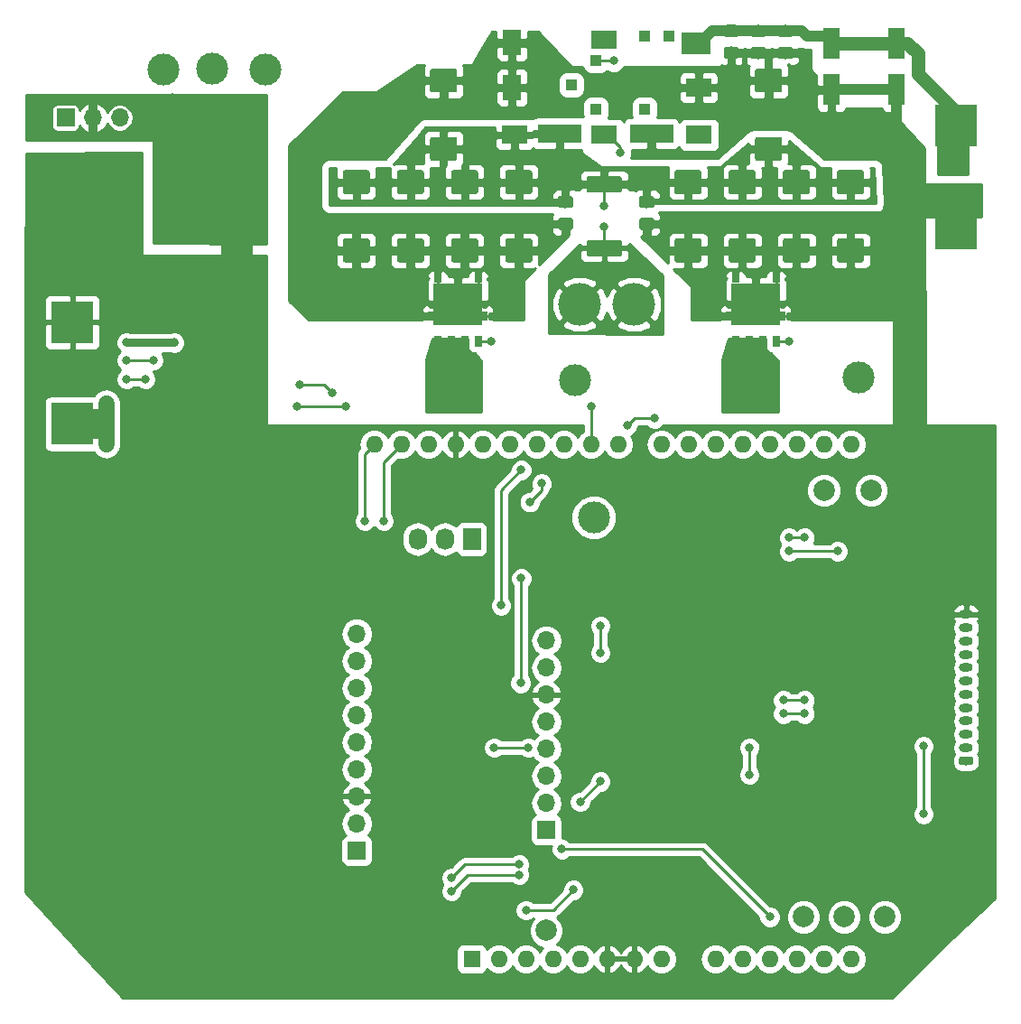
<source format=gbr>
G04 #@! TF.GenerationSoftware,KiCad,Pcbnew,(5.0.1)-3*
G04 #@! TF.CreationDate,2018-11-21T00:41:34-05:00*
G04 #@! TF.ProjectId,SMA_Driver_V1,534D415F4472697665725F56312E6B69,rev?*
G04 #@! TF.SameCoordinates,Original*
G04 #@! TF.FileFunction,Copper,L2,Bot,Signal*
G04 #@! TF.FilePolarity,Positive*
%FSLAX46Y46*%
G04 Gerber Fmt 4.6, Leading zero omitted, Abs format (unit mm)*
G04 Created by KiCad (PCBNEW (5.0.1)-3) date 11/21/2018 00:41:34*
%MOMM*%
%LPD*%
G01*
G04 APERTURE LIST*
G04 #@! TA.AperFunction,ComponentPad*
%ADD10O,1.600000X1.600000*%
G04 #@! TD*
G04 #@! TA.AperFunction,ComponentPad*
%ADD11R,1.600000X1.600000*%
G04 #@! TD*
G04 #@! TA.AperFunction,SMDPad,CuDef*
%ADD12R,4.000000X4.000000*%
G04 #@! TD*
G04 #@! TA.AperFunction,ComponentPad*
%ADD13C,2.000000*%
G04 #@! TD*
G04 #@! TA.AperFunction,ComponentPad*
%ADD14O,1.700000X1.700000*%
G04 #@! TD*
G04 #@! TA.AperFunction,ComponentPad*
%ADD15R,1.700000X1.700000*%
G04 #@! TD*
G04 #@! TA.AperFunction,SMDPad,CuDef*
%ADD16R,0.495000X0.905000*%
G04 #@! TD*
G04 #@! TA.AperFunction,SMDPad,CuDef*
%ADD17R,4.560000X3.955000*%
G04 #@! TD*
G04 #@! TA.AperFunction,SMDPad,CuDef*
%ADD18R,0.750000X1.000000*%
G04 #@! TD*
G04 #@! TA.AperFunction,SMDPad,CuDef*
%ADD19R,0.750000X0.575000*%
G04 #@! TD*
G04 #@! TA.AperFunction,SMDPad,CuDef*
%ADD20R,1.730000X2.440000*%
G04 #@! TD*
G04 #@! TA.AperFunction,SMDPad,CuDef*
%ADD21R,2.440000X1.730000*%
G04 #@! TD*
G04 #@! TA.AperFunction,SMDPad,CuDef*
%ADD22R,4.060000X1.780000*%
G04 #@! TD*
G04 #@! TA.AperFunction,SMDPad,CuDef*
%ADD23R,2.790000X2.130000*%
G04 #@! TD*
G04 #@! TA.AperFunction,SMDPad,CuDef*
%ADD24R,1.010000X1.010000*%
G04 #@! TD*
G04 #@! TA.AperFunction,Conductor*
%ADD25C,0.100000*%
G04 #@! TD*
G04 #@! TA.AperFunction,SMDPad,CuDef*
%ADD26C,1.150000*%
G04 #@! TD*
G04 #@! TA.AperFunction,SMDPad,CuDef*
%ADD27R,1.600000X3.000000*%
G04 #@! TD*
G04 #@! TA.AperFunction,SMDPad,CuDef*
%ADD28C,2.250000*%
G04 #@! TD*
G04 #@! TA.AperFunction,ComponentPad*
%ADD29C,0.800000*%
G04 #@! TD*
G04 #@! TA.AperFunction,ComponentPad*
%ADD30O,1.300000X0.800000*%
G04 #@! TD*
G04 #@! TA.AperFunction,ComponentPad*
%ADD31R,1.730000X2.030000*%
G04 #@! TD*
G04 #@! TA.AperFunction,ComponentPad*
%ADD32O,1.730000X2.030000*%
G04 #@! TD*
G04 #@! TA.AperFunction,SMDPad,CuDef*
%ADD33C,1.525000*%
G04 #@! TD*
G04 #@! TA.AperFunction,ComponentPad*
%ADD34C,3.000000*%
G04 #@! TD*
G04 #@! TA.AperFunction,ComponentPad*
%ADD35C,4.000000*%
G04 #@! TD*
G04 #@! TA.AperFunction,ViaPad*
%ADD36C,0.800000*%
G04 #@! TD*
G04 #@! TA.AperFunction,Conductor*
%ADD37C,0.250000*%
G04 #@! TD*
G04 #@! TA.AperFunction,Conductor*
%ADD38C,0.500000*%
G04 #@! TD*
G04 #@! TA.AperFunction,Conductor*
%ADD39C,3.000000*%
G04 #@! TD*
G04 #@! TA.AperFunction,Conductor*
%ADD40C,1.000000*%
G04 #@! TD*
G04 #@! TA.AperFunction,Conductor*
%ADD41C,0.750000*%
G04 #@! TD*
G04 #@! TA.AperFunction,Conductor*
%ADD42C,3.250000*%
G04 #@! TD*
G04 #@! TA.AperFunction,Conductor*
%ADD43C,1.250000*%
G04 #@! TD*
G04 #@! TA.AperFunction,Conductor*
%ADD44C,1.500000*%
G04 #@! TD*
G04 #@! TA.AperFunction,Conductor*
%ADD45C,0.254000*%
G04 #@! TD*
G04 APERTURE END LIST*
D10*
G04 #@! TO.P,A1,32*
G04 #@! TO.N,/Accel_SCL*
X33836800Y-40005000D03*
G04 #@! TO.P,A1,31*
G04 #@! TO.N,/Accel_SDA*
X36376800Y-40005000D03*
D11*
G04 #@! TO.P,A1,1*
G04 #@! TO.N,Net-(A1-Pad1)*
X42976800Y-88265000D03*
D10*
G04 #@! TO.P,A1,17*
G04 #@! TO.N,/SD_CS*
X73456800Y-40005000D03*
G04 #@! TO.P,A1,2*
G04 #@! TO.N,Net-(A1-Pad2)*
X45516800Y-88265000D03*
G04 #@! TO.P,A1,18*
G04 #@! TO.N,/LED_STAT_B1*
X70916800Y-40005000D03*
G04 #@! TO.P,A1,3*
G04 #@! TO.N,/MCU_RES*
X48056800Y-88265000D03*
G04 #@! TO.P,A1,19*
G04 #@! TO.N,/LED_STAT_B2*
X68376800Y-40005000D03*
G04 #@! TO.P,A1,4*
G04 #@! TO.N,/3V3*
X50596800Y-88265000D03*
G04 #@! TO.P,A1,20*
G04 #@! TO.N,/LED_STAT_O1*
X65836800Y-40005000D03*
G04 #@! TO.P,A1,5*
G04 #@! TO.N,/5V_Arduino*
X53136800Y-88265000D03*
G04 #@! TO.P,A1,21*
G04 #@! TO.N,/LED_STAT_O2*
X63296800Y-40005000D03*
G04 #@! TO.P,A1,6*
G04 #@! TO.N,GND*
X55676800Y-88265000D03*
G04 #@! TO.P,A1,22*
G04 #@! TO.N,/ADC_CS*
X60756800Y-40005000D03*
G04 #@! TO.P,A1,7*
G04 #@! TO.N,GND*
X58216800Y-88265000D03*
G04 #@! TO.P,A1,23*
G04 #@! TO.N,/Enc_CS*
X56696800Y-40005000D03*
G04 #@! TO.P,A1,8*
G04 #@! TO.N,+12V*
X60756800Y-88265000D03*
G04 #@! TO.P,A1,24*
G04 #@! TO.N,/SMA_COM1*
X54156800Y-40005000D03*
G04 #@! TO.P,A1,9*
G04 #@! TO.N,/POT_1*
X65836800Y-88265000D03*
G04 #@! TO.P,A1,25*
G04 #@! TO.N,/SMA_COM2*
X51616800Y-40005000D03*
G04 #@! TO.P,A1,10*
G04 #@! TO.N,/POT_2*
X68376800Y-88265000D03*
G04 #@! TO.P,A1,26*
G04 #@! TO.N,/SPI_MOSI*
X49076800Y-40005000D03*
G04 #@! TO.P,A1,11*
G04 #@! TO.N,/SD_CD*
X70916800Y-88265000D03*
G04 #@! TO.P,A1,27*
G04 #@! TO.N,/SPI_MISO*
X46536800Y-40005000D03*
G04 #@! TO.P,A1,12*
G04 #@! TO.N,/A3*
X73456800Y-88265000D03*
G04 #@! TO.P,A1,28*
G04 #@! TO.N,/SPI_CLK*
X43996800Y-40005000D03*
G04 #@! TO.P,A1,13*
G04 #@! TO.N,/A4*
X75996800Y-88265000D03*
G04 #@! TO.P,A1,29*
G04 #@! TO.N,GND*
X41456800Y-40005000D03*
G04 #@! TO.P,A1,14*
G04 #@! TO.N,/A5*
X78536800Y-88265000D03*
G04 #@! TO.P,A1,30*
G04 #@! TO.N,Net-(A1-Pad30)*
X38916800Y-40005000D03*
G04 #@! TO.P,A1,15*
G04 #@! TO.N,/D0*
X78536800Y-40005000D03*
G04 #@! TO.P,A1,16*
G04 #@! TO.N,/D1*
X75996800Y-40005000D03*
G04 #@! TD*
D12*
G04 #@! TO.P,TP1,1*
G04 #@! TO.N,+12V*
X88392000Y-10160000D03*
G04 #@! TD*
D13*
G04 #@! TO.P,TP21,1*
G04 #@! TO.N,/A3*
X74091800Y-84328000D03*
G04 #@! TD*
D14*
G04 #@! TO.P,J2,3*
G04 #@! TO.N,/Enc_Vout*
X9956800Y-9398000D03*
G04 #@! TO.P,J2,2*
G04 #@! TO.N,GND*
X7416800Y-9398000D03*
D15*
G04 #@! TO.P,J2,1*
G04 #@! TO.N,+5V*
X4876800Y-9398000D03*
G04 #@! TD*
D16*
G04 #@! TO.P,Q1,3*
G04 #@! TO.N,GND*
X72133671Y-27974508D03*
X67078671Y-27974508D03*
D17*
X69606171Y-26869508D03*
D18*
G04 #@! TO.P,Q1,2*
G04 #@! TO.N,/V_SMA2_-*
X67701171Y-30317008D03*
X68971171Y-30317008D03*
X70241171Y-30317008D03*
G04 #@! TO.P,Q1,1*
G04 #@! TO.N,/SMA2_G*
X71511171Y-30317008D03*
D19*
G04 #@! TO.P,Q1,3*
G04 #@! TO.N,GND*
X67701171Y-24604508D03*
X71511171Y-24604508D03*
G04 #@! TD*
D20*
G04 #@! TO.P,U1,1*
G04 #@! TO.N,GND*
X46746171Y-2367008D03*
G04 #@! TO.P,U1,8*
X46746171Y-6567008D03*
D21*
G04 #@! TO.P,U1,7*
G04 #@! TO.N,/I_SEN+*
X46996171Y-11007008D03*
D22*
G04 #@! TO.P,U1,6*
X51196171Y-10907008D03*
D21*
G04 #@! TO.P,U1,5*
G04 #@! TO.N,/Vreg_TRIM*
X55386171Y-11007008D03*
D22*
G04 #@! TO.P,U1,4*
G04 #@! TO.N,GND*
X59826171Y-10907008D03*
D23*
G04 #@! TO.P,U1,2*
G04 #@! TO.N,+12V*
X64016171Y-2397008D03*
D24*
G04 #@! TO.P,U1,14*
G04 #@! TO.N,Net-(R7-Pad2)*
X54616171Y-4027008D03*
D21*
G04 #@! TO.P,U1,3*
G04 #@! TO.N,Net-(U1-Pad3)*
X64276171Y-11007008D03*
G04 #@! TO.P,U1,10*
G04 #@! TO.N,GND*
X64276171Y-6567008D03*
D24*
G04 #@! TO.P,U1,16*
G04 #@! TO.N,Net-(U1-Pad16)*
X61476171Y-1737008D03*
G04 #@! TO.P,U1,15*
G04 #@! TO.N,Net-(U1-Pad15)*
X59196171Y-1737008D03*
D21*
G04 #@! TO.P,U1,9*
G04 #@! TO.N,Net-(U1-Pad9)*
X55386171Y-2117008D03*
D24*
G04 #@! TO.P,U1,12*
G04 #@! TO.N,Net-(U1-Pad12)*
X54616171Y-8597008D03*
G04 #@! TO.P,U1,11*
G04 #@! TO.N,Net-(U1-Pad11)*
X59196171Y-8597008D03*
G04 #@! TO.P,U1,13*
G04 #@! TO.N,Net-(U1-Pad13)*
X52336171Y-6307008D03*
G04 #@! TD*
D25*
G04 #@! TO.N,+12V*
G04 #@! TO.C,C1*
G36*
X72864505Y-687204D02*
X72888773Y-690804D01*
X72912572Y-696765D01*
X72935671Y-705030D01*
X72957850Y-715520D01*
X72978893Y-728132D01*
X72998599Y-742747D01*
X73016777Y-759223D01*
X73033253Y-777401D01*
X73047868Y-797107D01*
X73060480Y-818150D01*
X73070970Y-840329D01*
X73079235Y-863428D01*
X73085196Y-887227D01*
X73088796Y-911495D01*
X73090000Y-935999D01*
X73090000Y-1586001D01*
X73088796Y-1610505D01*
X73085196Y-1634773D01*
X73079235Y-1658572D01*
X73070970Y-1681671D01*
X73060480Y-1703850D01*
X73047868Y-1724893D01*
X73033253Y-1744599D01*
X73016777Y-1762777D01*
X72998599Y-1779253D01*
X72978893Y-1793868D01*
X72957850Y-1806480D01*
X72935671Y-1816970D01*
X72912572Y-1825235D01*
X72888773Y-1831196D01*
X72864505Y-1834796D01*
X72840001Y-1836000D01*
X71939999Y-1836000D01*
X71915495Y-1834796D01*
X71891227Y-1831196D01*
X71867428Y-1825235D01*
X71844329Y-1816970D01*
X71822150Y-1806480D01*
X71801107Y-1793868D01*
X71781401Y-1779253D01*
X71763223Y-1762777D01*
X71746747Y-1744599D01*
X71732132Y-1724893D01*
X71719520Y-1703850D01*
X71709030Y-1681671D01*
X71700765Y-1658572D01*
X71694804Y-1634773D01*
X71691204Y-1610505D01*
X71690000Y-1586001D01*
X71690000Y-935999D01*
X71691204Y-911495D01*
X71694804Y-887227D01*
X71700765Y-863428D01*
X71709030Y-840329D01*
X71719520Y-818150D01*
X71732132Y-797107D01*
X71746747Y-777401D01*
X71763223Y-759223D01*
X71781401Y-742747D01*
X71801107Y-728132D01*
X71822150Y-715520D01*
X71844329Y-705030D01*
X71867428Y-696765D01*
X71891227Y-690804D01*
X71915495Y-687204D01*
X71939999Y-686000D01*
X72840001Y-686000D01*
X72864505Y-687204D01*
X72864505Y-687204D01*
G37*
D26*
G04 #@! TD*
G04 #@! TO.P,C1,1*
G04 #@! TO.N,+12V*
X72390000Y-1261000D03*
D25*
G04 #@! TO.N,GND*
G04 #@! TO.C,C1*
G36*
X72864505Y-2737204D02*
X72888773Y-2740804D01*
X72912572Y-2746765D01*
X72935671Y-2755030D01*
X72957850Y-2765520D01*
X72978893Y-2778132D01*
X72998599Y-2792747D01*
X73016777Y-2809223D01*
X73033253Y-2827401D01*
X73047868Y-2847107D01*
X73060480Y-2868150D01*
X73070970Y-2890329D01*
X73079235Y-2913428D01*
X73085196Y-2937227D01*
X73088796Y-2961495D01*
X73090000Y-2985999D01*
X73090000Y-3636001D01*
X73088796Y-3660505D01*
X73085196Y-3684773D01*
X73079235Y-3708572D01*
X73070970Y-3731671D01*
X73060480Y-3753850D01*
X73047868Y-3774893D01*
X73033253Y-3794599D01*
X73016777Y-3812777D01*
X72998599Y-3829253D01*
X72978893Y-3843868D01*
X72957850Y-3856480D01*
X72935671Y-3866970D01*
X72912572Y-3875235D01*
X72888773Y-3881196D01*
X72864505Y-3884796D01*
X72840001Y-3886000D01*
X71939999Y-3886000D01*
X71915495Y-3884796D01*
X71891227Y-3881196D01*
X71867428Y-3875235D01*
X71844329Y-3866970D01*
X71822150Y-3856480D01*
X71801107Y-3843868D01*
X71781401Y-3829253D01*
X71763223Y-3812777D01*
X71746747Y-3794599D01*
X71732132Y-3774893D01*
X71719520Y-3753850D01*
X71709030Y-3731671D01*
X71700765Y-3708572D01*
X71694804Y-3684773D01*
X71691204Y-3660505D01*
X71690000Y-3636001D01*
X71690000Y-2985999D01*
X71691204Y-2961495D01*
X71694804Y-2937227D01*
X71700765Y-2913428D01*
X71709030Y-2890329D01*
X71719520Y-2868150D01*
X71732132Y-2847107D01*
X71746747Y-2827401D01*
X71763223Y-2809223D01*
X71781401Y-2792747D01*
X71801107Y-2778132D01*
X71822150Y-2765520D01*
X71844329Y-2755030D01*
X71867428Y-2746765D01*
X71891227Y-2740804D01*
X71915495Y-2737204D01*
X71939999Y-2736000D01*
X72840001Y-2736000D01*
X72864505Y-2737204D01*
X72864505Y-2737204D01*
G37*
D26*
G04 #@! TD*
G04 #@! TO.P,C1,2*
G04 #@! TO.N,GND*
X72390000Y-3311000D03*
D25*
G04 #@! TO.N,GND*
G04 #@! TO.C,C2*
G36*
X67784505Y-2728204D02*
X67808773Y-2731804D01*
X67832572Y-2737765D01*
X67855671Y-2746030D01*
X67877850Y-2756520D01*
X67898893Y-2769132D01*
X67918599Y-2783747D01*
X67936777Y-2800223D01*
X67953253Y-2818401D01*
X67967868Y-2838107D01*
X67980480Y-2859150D01*
X67990970Y-2881329D01*
X67999235Y-2904428D01*
X68005196Y-2928227D01*
X68008796Y-2952495D01*
X68010000Y-2976999D01*
X68010000Y-3627001D01*
X68008796Y-3651505D01*
X68005196Y-3675773D01*
X67999235Y-3699572D01*
X67990970Y-3722671D01*
X67980480Y-3744850D01*
X67967868Y-3765893D01*
X67953253Y-3785599D01*
X67936777Y-3803777D01*
X67918599Y-3820253D01*
X67898893Y-3834868D01*
X67877850Y-3847480D01*
X67855671Y-3857970D01*
X67832572Y-3866235D01*
X67808773Y-3872196D01*
X67784505Y-3875796D01*
X67760001Y-3877000D01*
X66859999Y-3877000D01*
X66835495Y-3875796D01*
X66811227Y-3872196D01*
X66787428Y-3866235D01*
X66764329Y-3857970D01*
X66742150Y-3847480D01*
X66721107Y-3834868D01*
X66701401Y-3820253D01*
X66683223Y-3803777D01*
X66666747Y-3785599D01*
X66652132Y-3765893D01*
X66639520Y-3744850D01*
X66629030Y-3722671D01*
X66620765Y-3699572D01*
X66614804Y-3675773D01*
X66611204Y-3651505D01*
X66610000Y-3627001D01*
X66610000Y-2976999D01*
X66611204Y-2952495D01*
X66614804Y-2928227D01*
X66620765Y-2904428D01*
X66629030Y-2881329D01*
X66639520Y-2859150D01*
X66652132Y-2838107D01*
X66666747Y-2818401D01*
X66683223Y-2800223D01*
X66701401Y-2783747D01*
X66721107Y-2769132D01*
X66742150Y-2756520D01*
X66764329Y-2746030D01*
X66787428Y-2737765D01*
X66811227Y-2731804D01*
X66835495Y-2728204D01*
X66859999Y-2727000D01*
X67760001Y-2727000D01*
X67784505Y-2728204D01*
X67784505Y-2728204D01*
G37*
D26*
G04 #@! TD*
G04 #@! TO.P,C2,2*
G04 #@! TO.N,GND*
X67310000Y-3302000D03*
D25*
G04 #@! TO.N,+12V*
G04 #@! TO.C,C2*
G36*
X67784505Y-678204D02*
X67808773Y-681804D01*
X67832572Y-687765D01*
X67855671Y-696030D01*
X67877850Y-706520D01*
X67898893Y-719132D01*
X67918599Y-733747D01*
X67936777Y-750223D01*
X67953253Y-768401D01*
X67967868Y-788107D01*
X67980480Y-809150D01*
X67990970Y-831329D01*
X67999235Y-854428D01*
X68005196Y-878227D01*
X68008796Y-902495D01*
X68010000Y-926999D01*
X68010000Y-1577001D01*
X68008796Y-1601505D01*
X68005196Y-1625773D01*
X67999235Y-1649572D01*
X67990970Y-1672671D01*
X67980480Y-1694850D01*
X67967868Y-1715893D01*
X67953253Y-1735599D01*
X67936777Y-1753777D01*
X67918599Y-1770253D01*
X67898893Y-1784868D01*
X67877850Y-1797480D01*
X67855671Y-1807970D01*
X67832572Y-1816235D01*
X67808773Y-1822196D01*
X67784505Y-1825796D01*
X67760001Y-1827000D01*
X66859999Y-1827000D01*
X66835495Y-1825796D01*
X66811227Y-1822196D01*
X66787428Y-1816235D01*
X66764329Y-1807970D01*
X66742150Y-1797480D01*
X66721107Y-1784868D01*
X66701401Y-1770253D01*
X66683223Y-1753777D01*
X66666747Y-1735599D01*
X66652132Y-1715893D01*
X66639520Y-1694850D01*
X66629030Y-1672671D01*
X66620765Y-1649572D01*
X66614804Y-1625773D01*
X66611204Y-1601505D01*
X66610000Y-1577001D01*
X66610000Y-926999D01*
X66611204Y-902495D01*
X66614804Y-878227D01*
X66620765Y-854428D01*
X66629030Y-831329D01*
X66639520Y-809150D01*
X66652132Y-788107D01*
X66666747Y-768401D01*
X66683223Y-750223D01*
X66701401Y-733747D01*
X66721107Y-719132D01*
X66742150Y-706520D01*
X66764329Y-696030D01*
X66787428Y-687765D01*
X66811227Y-681804D01*
X66835495Y-678204D01*
X66859999Y-677000D01*
X67760001Y-677000D01*
X67784505Y-678204D01*
X67784505Y-678204D01*
G37*
D26*
G04 #@! TD*
G04 #@! TO.P,C2,1*
G04 #@! TO.N,+12V*
X67310000Y-1252000D03*
D25*
G04 #@! TO.N,+12V*
G04 #@! TO.C,C3*
G36*
X70324505Y-687204D02*
X70348773Y-690804D01*
X70372572Y-696765D01*
X70395671Y-705030D01*
X70417850Y-715520D01*
X70438893Y-728132D01*
X70458599Y-742747D01*
X70476777Y-759223D01*
X70493253Y-777401D01*
X70507868Y-797107D01*
X70520480Y-818150D01*
X70530970Y-840329D01*
X70539235Y-863428D01*
X70545196Y-887227D01*
X70548796Y-911495D01*
X70550000Y-935999D01*
X70550000Y-1586001D01*
X70548796Y-1610505D01*
X70545196Y-1634773D01*
X70539235Y-1658572D01*
X70530970Y-1681671D01*
X70520480Y-1703850D01*
X70507868Y-1724893D01*
X70493253Y-1744599D01*
X70476777Y-1762777D01*
X70458599Y-1779253D01*
X70438893Y-1793868D01*
X70417850Y-1806480D01*
X70395671Y-1816970D01*
X70372572Y-1825235D01*
X70348773Y-1831196D01*
X70324505Y-1834796D01*
X70300001Y-1836000D01*
X69399999Y-1836000D01*
X69375495Y-1834796D01*
X69351227Y-1831196D01*
X69327428Y-1825235D01*
X69304329Y-1816970D01*
X69282150Y-1806480D01*
X69261107Y-1793868D01*
X69241401Y-1779253D01*
X69223223Y-1762777D01*
X69206747Y-1744599D01*
X69192132Y-1724893D01*
X69179520Y-1703850D01*
X69169030Y-1681671D01*
X69160765Y-1658572D01*
X69154804Y-1634773D01*
X69151204Y-1610505D01*
X69150000Y-1586001D01*
X69150000Y-935999D01*
X69151204Y-911495D01*
X69154804Y-887227D01*
X69160765Y-863428D01*
X69169030Y-840329D01*
X69179520Y-818150D01*
X69192132Y-797107D01*
X69206747Y-777401D01*
X69223223Y-759223D01*
X69241401Y-742747D01*
X69261107Y-728132D01*
X69282150Y-715520D01*
X69304329Y-705030D01*
X69327428Y-696765D01*
X69351227Y-690804D01*
X69375495Y-687204D01*
X69399999Y-686000D01*
X70300001Y-686000D01*
X70324505Y-687204D01*
X70324505Y-687204D01*
G37*
D26*
G04 #@! TD*
G04 #@! TO.P,C3,1*
G04 #@! TO.N,+12V*
X69850000Y-1261000D03*
D25*
G04 #@! TO.N,GND*
G04 #@! TO.C,C3*
G36*
X70324505Y-2737204D02*
X70348773Y-2740804D01*
X70372572Y-2746765D01*
X70395671Y-2755030D01*
X70417850Y-2765520D01*
X70438893Y-2778132D01*
X70458599Y-2792747D01*
X70476777Y-2809223D01*
X70493253Y-2827401D01*
X70507868Y-2847107D01*
X70520480Y-2868150D01*
X70530970Y-2890329D01*
X70539235Y-2913428D01*
X70545196Y-2937227D01*
X70548796Y-2961495D01*
X70550000Y-2985999D01*
X70550000Y-3636001D01*
X70548796Y-3660505D01*
X70545196Y-3684773D01*
X70539235Y-3708572D01*
X70530970Y-3731671D01*
X70520480Y-3753850D01*
X70507868Y-3774893D01*
X70493253Y-3794599D01*
X70476777Y-3812777D01*
X70458599Y-3829253D01*
X70438893Y-3843868D01*
X70417850Y-3856480D01*
X70395671Y-3866970D01*
X70372572Y-3875235D01*
X70348773Y-3881196D01*
X70324505Y-3884796D01*
X70300001Y-3886000D01*
X69399999Y-3886000D01*
X69375495Y-3884796D01*
X69351227Y-3881196D01*
X69327428Y-3875235D01*
X69304329Y-3866970D01*
X69282150Y-3856480D01*
X69261107Y-3843868D01*
X69241401Y-3829253D01*
X69223223Y-3812777D01*
X69206747Y-3794599D01*
X69192132Y-3774893D01*
X69179520Y-3753850D01*
X69169030Y-3731671D01*
X69160765Y-3708572D01*
X69154804Y-3684773D01*
X69151204Y-3660505D01*
X69150000Y-3636001D01*
X69150000Y-2985999D01*
X69151204Y-2961495D01*
X69154804Y-2937227D01*
X69160765Y-2913428D01*
X69169030Y-2890329D01*
X69179520Y-2868150D01*
X69192132Y-2847107D01*
X69206747Y-2827401D01*
X69223223Y-2809223D01*
X69241401Y-2792747D01*
X69261107Y-2778132D01*
X69282150Y-2765520D01*
X69304329Y-2755030D01*
X69327428Y-2746765D01*
X69351227Y-2740804D01*
X69375495Y-2737204D01*
X69399999Y-2736000D01*
X70300001Y-2736000D01*
X70324505Y-2737204D01*
X70324505Y-2737204D01*
G37*
D26*
G04 #@! TD*
G04 #@! TO.P,C3,2*
G04 #@! TO.N,GND*
X69850000Y-3311000D03*
D25*
G04 #@! TO.N,/I_SEN+*
G04 #@! TO.C,C6*
G36*
X52239705Y-16714604D02*
X52263973Y-16718204D01*
X52287772Y-16724165D01*
X52310871Y-16732430D01*
X52333050Y-16742920D01*
X52354093Y-16755532D01*
X52373799Y-16770147D01*
X52391977Y-16786623D01*
X52408453Y-16804801D01*
X52423068Y-16824507D01*
X52435680Y-16845550D01*
X52446170Y-16867729D01*
X52454435Y-16890828D01*
X52460396Y-16914627D01*
X52463996Y-16938895D01*
X52465200Y-16963399D01*
X52465200Y-17613401D01*
X52463996Y-17637905D01*
X52460396Y-17662173D01*
X52454435Y-17685972D01*
X52446170Y-17709071D01*
X52435680Y-17731250D01*
X52423068Y-17752293D01*
X52408453Y-17771999D01*
X52391977Y-17790177D01*
X52373799Y-17806653D01*
X52354093Y-17821268D01*
X52333050Y-17833880D01*
X52310871Y-17844370D01*
X52287772Y-17852635D01*
X52263973Y-17858596D01*
X52239705Y-17862196D01*
X52215201Y-17863400D01*
X51315199Y-17863400D01*
X51290695Y-17862196D01*
X51266427Y-17858596D01*
X51242628Y-17852635D01*
X51219529Y-17844370D01*
X51197350Y-17833880D01*
X51176307Y-17821268D01*
X51156601Y-17806653D01*
X51138423Y-17790177D01*
X51121947Y-17771999D01*
X51107332Y-17752293D01*
X51094720Y-17731250D01*
X51084230Y-17709071D01*
X51075965Y-17685972D01*
X51070004Y-17662173D01*
X51066404Y-17637905D01*
X51065200Y-17613401D01*
X51065200Y-16963399D01*
X51066404Y-16938895D01*
X51070004Y-16914627D01*
X51075965Y-16890828D01*
X51084230Y-16867729D01*
X51094720Y-16845550D01*
X51107332Y-16824507D01*
X51121947Y-16804801D01*
X51138423Y-16786623D01*
X51156601Y-16770147D01*
X51176307Y-16755532D01*
X51197350Y-16742920D01*
X51219529Y-16732430D01*
X51242628Y-16724165D01*
X51266427Y-16718204D01*
X51290695Y-16714604D01*
X51315199Y-16713400D01*
X52215201Y-16713400D01*
X52239705Y-16714604D01*
X52239705Y-16714604D01*
G37*
D26*
G04 #@! TD*
G04 #@! TO.P,C6,1*
G04 #@! TO.N,/I_SEN+*
X51765200Y-17288400D03*
D25*
G04 #@! TO.N,GND*
G04 #@! TO.C,C6*
G36*
X52239705Y-18764604D02*
X52263973Y-18768204D01*
X52287772Y-18774165D01*
X52310871Y-18782430D01*
X52333050Y-18792920D01*
X52354093Y-18805532D01*
X52373799Y-18820147D01*
X52391977Y-18836623D01*
X52408453Y-18854801D01*
X52423068Y-18874507D01*
X52435680Y-18895550D01*
X52446170Y-18917729D01*
X52454435Y-18940828D01*
X52460396Y-18964627D01*
X52463996Y-18988895D01*
X52465200Y-19013399D01*
X52465200Y-19663401D01*
X52463996Y-19687905D01*
X52460396Y-19712173D01*
X52454435Y-19735972D01*
X52446170Y-19759071D01*
X52435680Y-19781250D01*
X52423068Y-19802293D01*
X52408453Y-19821999D01*
X52391977Y-19840177D01*
X52373799Y-19856653D01*
X52354093Y-19871268D01*
X52333050Y-19883880D01*
X52310871Y-19894370D01*
X52287772Y-19902635D01*
X52263973Y-19908596D01*
X52239705Y-19912196D01*
X52215201Y-19913400D01*
X51315199Y-19913400D01*
X51290695Y-19912196D01*
X51266427Y-19908596D01*
X51242628Y-19902635D01*
X51219529Y-19894370D01*
X51197350Y-19883880D01*
X51176307Y-19871268D01*
X51156601Y-19856653D01*
X51138423Y-19840177D01*
X51121947Y-19821999D01*
X51107332Y-19802293D01*
X51094720Y-19781250D01*
X51084230Y-19759071D01*
X51075965Y-19735972D01*
X51070004Y-19712173D01*
X51066404Y-19687905D01*
X51065200Y-19663401D01*
X51065200Y-19013399D01*
X51066404Y-18988895D01*
X51070004Y-18964627D01*
X51075965Y-18940828D01*
X51084230Y-18917729D01*
X51094720Y-18895550D01*
X51107332Y-18874507D01*
X51121947Y-18854801D01*
X51138423Y-18836623D01*
X51156601Y-18820147D01*
X51176307Y-18805532D01*
X51197350Y-18792920D01*
X51219529Y-18782430D01*
X51242628Y-18774165D01*
X51266427Y-18768204D01*
X51290695Y-18764604D01*
X51315199Y-18763400D01*
X52215201Y-18763400D01*
X52239705Y-18764604D01*
X52239705Y-18764604D01*
G37*
D26*
G04 #@! TD*
G04 #@! TO.P,C6,2*
G04 #@! TO.N,GND*
X51765200Y-19338400D03*
D25*
G04 #@! TO.N,GND*
G04 #@! TO.C,C7*
G36*
X59859705Y-18764604D02*
X59883973Y-18768204D01*
X59907772Y-18774165D01*
X59930871Y-18782430D01*
X59953050Y-18792920D01*
X59974093Y-18805532D01*
X59993799Y-18820147D01*
X60011977Y-18836623D01*
X60028453Y-18854801D01*
X60043068Y-18874507D01*
X60055680Y-18895550D01*
X60066170Y-18917729D01*
X60074435Y-18940828D01*
X60080396Y-18964627D01*
X60083996Y-18988895D01*
X60085200Y-19013399D01*
X60085200Y-19663401D01*
X60083996Y-19687905D01*
X60080396Y-19712173D01*
X60074435Y-19735972D01*
X60066170Y-19759071D01*
X60055680Y-19781250D01*
X60043068Y-19802293D01*
X60028453Y-19821999D01*
X60011977Y-19840177D01*
X59993799Y-19856653D01*
X59974093Y-19871268D01*
X59953050Y-19883880D01*
X59930871Y-19894370D01*
X59907772Y-19902635D01*
X59883973Y-19908596D01*
X59859705Y-19912196D01*
X59835201Y-19913400D01*
X58935199Y-19913400D01*
X58910695Y-19912196D01*
X58886427Y-19908596D01*
X58862628Y-19902635D01*
X58839529Y-19894370D01*
X58817350Y-19883880D01*
X58796307Y-19871268D01*
X58776601Y-19856653D01*
X58758423Y-19840177D01*
X58741947Y-19821999D01*
X58727332Y-19802293D01*
X58714720Y-19781250D01*
X58704230Y-19759071D01*
X58695965Y-19735972D01*
X58690004Y-19712173D01*
X58686404Y-19687905D01*
X58685200Y-19663401D01*
X58685200Y-19013399D01*
X58686404Y-18988895D01*
X58690004Y-18964627D01*
X58695965Y-18940828D01*
X58704230Y-18917729D01*
X58714720Y-18895550D01*
X58727332Y-18874507D01*
X58741947Y-18854801D01*
X58758423Y-18836623D01*
X58776601Y-18820147D01*
X58796307Y-18805532D01*
X58817350Y-18792920D01*
X58839529Y-18782430D01*
X58862628Y-18774165D01*
X58886427Y-18768204D01*
X58910695Y-18764604D01*
X58935199Y-18763400D01*
X59835201Y-18763400D01*
X59859705Y-18764604D01*
X59859705Y-18764604D01*
G37*
D26*
G04 #@! TD*
G04 #@! TO.P,C7,2*
G04 #@! TO.N,GND*
X59385200Y-19338400D03*
D25*
G04 #@! TO.N,/I_SEN+*
G04 #@! TO.C,C7*
G36*
X59859705Y-16714604D02*
X59883973Y-16718204D01*
X59907772Y-16724165D01*
X59930871Y-16732430D01*
X59953050Y-16742920D01*
X59974093Y-16755532D01*
X59993799Y-16770147D01*
X60011977Y-16786623D01*
X60028453Y-16804801D01*
X60043068Y-16824507D01*
X60055680Y-16845550D01*
X60066170Y-16867729D01*
X60074435Y-16890828D01*
X60080396Y-16914627D01*
X60083996Y-16938895D01*
X60085200Y-16963399D01*
X60085200Y-17613401D01*
X60083996Y-17637905D01*
X60080396Y-17662173D01*
X60074435Y-17685972D01*
X60066170Y-17709071D01*
X60055680Y-17731250D01*
X60043068Y-17752293D01*
X60028453Y-17771999D01*
X60011977Y-17790177D01*
X59993799Y-17806653D01*
X59974093Y-17821268D01*
X59953050Y-17833880D01*
X59930871Y-17844370D01*
X59907772Y-17852635D01*
X59883973Y-17858596D01*
X59859705Y-17862196D01*
X59835201Y-17863400D01*
X58935199Y-17863400D01*
X58910695Y-17862196D01*
X58886427Y-17858596D01*
X58862628Y-17852635D01*
X58839529Y-17844370D01*
X58817350Y-17833880D01*
X58796307Y-17821268D01*
X58776601Y-17806653D01*
X58758423Y-17790177D01*
X58741947Y-17771999D01*
X58727332Y-17752293D01*
X58714720Y-17731250D01*
X58704230Y-17709071D01*
X58695965Y-17685972D01*
X58690004Y-17662173D01*
X58686404Y-17637905D01*
X58685200Y-17613401D01*
X58685200Y-16963399D01*
X58686404Y-16938895D01*
X58690004Y-16914627D01*
X58695965Y-16890828D01*
X58704230Y-16867729D01*
X58714720Y-16845550D01*
X58727332Y-16824507D01*
X58741947Y-16804801D01*
X58758423Y-16786623D01*
X58776601Y-16770147D01*
X58796307Y-16755532D01*
X58817350Y-16742920D01*
X58839529Y-16732430D01*
X58862628Y-16724165D01*
X58886427Y-16718204D01*
X58910695Y-16714604D01*
X58935199Y-16713400D01*
X59835201Y-16713400D01*
X59859705Y-16714604D01*
X59859705Y-16714604D01*
G37*
D26*
G04 #@! TD*
G04 #@! TO.P,C7,1*
G04 #@! TO.N,/I_SEN+*
X59385200Y-17288400D03*
D27*
G04 #@! TO.P,C8,2*
G04 #@! TO.N,GND*
X76708000Y-6772000D03*
G04 #@! TO.P,C8,1*
G04 #@! TO.N,+12V*
X76708000Y-2372000D03*
G04 #@! TD*
G04 #@! TO.P,C9,1*
G04 #@! TO.N,+12V*
X82804000Y-2372000D03*
G04 #@! TO.P,C9,2*
G04 #@! TO.N,GND*
X82804000Y-6772000D03*
G04 #@! TD*
D25*
G04 #@! TO.N,/I_SEN+*
G04 #@! TO.C,C13*
G36*
X79545676Y-14303212D02*
X79569944Y-14306812D01*
X79593743Y-14312773D01*
X79616842Y-14321038D01*
X79639021Y-14331528D01*
X79660064Y-14344140D01*
X79679770Y-14358755D01*
X79697948Y-14375231D01*
X79714424Y-14393409D01*
X79729039Y-14413115D01*
X79741651Y-14434158D01*
X79752141Y-14456337D01*
X79760406Y-14479436D01*
X79766367Y-14503235D01*
X79769967Y-14527503D01*
X79771171Y-14552007D01*
X79771171Y-16302009D01*
X79769967Y-16326513D01*
X79766367Y-16350781D01*
X79760406Y-16374580D01*
X79752141Y-16397679D01*
X79741651Y-16419858D01*
X79729039Y-16440901D01*
X79714424Y-16460607D01*
X79697948Y-16478785D01*
X79679770Y-16495261D01*
X79660064Y-16509876D01*
X79639021Y-16522488D01*
X79616842Y-16532978D01*
X79593743Y-16541243D01*
X79569944Y-16547204D01*
X79545676Y-16550804D01*
X79521172Y-16552008D01*
X77471170Y-16552008D01*
X77446666Y-16550804D01*
X77422398Y-16547204D01*
X77398599Y-16541243D01*
X77375500Y-16532978D01*
X77353321Y-16522488D01*
X77332278Y-16509876D01*
X77312572Y-16495261D01*
X77294394Y-16478785D01*
X77277918Y-16460607D01*
X77263303Y-16440901D01*
X77250691Y-16419858D01*
X77240201Y-16397679D01*
X77231936Y-16374580D01*
X77225975Y-16350781D01*
X77222375Y-16326513D01*
X77221171Y-16302009D01*
X77221171Y-14552007D01*
X77222375Y-14527503D01*
X77225975Y-14503235D01*
X77231936Y-14479436D01*
X77240201Y-14456337D01*
X77250691Y-14434158D01*
X77263303Y-14413115D01*
X77277918Y-14393409D01*
X77294394Y-14375231D01*
X77312572Y-14358755D01*
X77332278Y-14344140D01*
X77353321Y-14331528D01*
X77375500Y-14321038D01*
X77398599Y-14312773D01*
X77422398Y-14306812D01*
X77446666Y-14303212D01*
X77471170Y-14302008D01*
X79521172Y-14302008D01*
X79545676Y-14303212D01*
X79545676Y-14303212D01*
G37*
D28*
G04 #@! TD*
G04 #@! TO.P,C13,1*
G04 #@! TO.N,/I_SEN+*
X78496171Y-15427008D03*
D25*
G04 #@! TO.N,GND*
G04 #@! TO.C,C13*
G36*
X79545676Y-20703212D02*
X79569944Y-20706812D01*
X79593743Y-20712773D01*
X79616842Y-20721038D01*
X79639021Y-20731528D01*
X79660064Y-20744140D01*
X79679770Y-20758755D01*
X79697948Y-20775231D01*
X79714424Y-20793409D01*
X79729039Y-20813115D01*
X79741651Y-20834158D01*
X79752141Y-20856337D01*
X79760406Y-20879436D01*
X79766367Y-20903235D01*
X79769967Y-20927503D01*
X79771171Y-20952007D01*
X79771171Y-22702009D01*
X79769967Y-22726513D01*
X79766367Y-22750781D01*
X79760406Y-22774580D01*
X79752141Y-22797679D01*
X79741651Y-22819858D01*
X79729039Y-22840901D01*
X79714424Y-22860607D01*
X79697948Y-22878785D01*
X79679770Y-22895261D01*
X79660064Y-22909876D01*
X79639021Y-22922488D01*
X79616842Y-22932978D01*
X79593743Y-22941243D01*
X79569944Y-22947204D01*
X79545676Y-22950804D01*
X79521172Y-22952008D01*
X77471170Y-22952008D01*
X77446666Y-22950804D01*
X77422398Y-22947204D01*
X77398599Y-22941243D01*
X77375500Y-22932978D01*
X77353321Y-22922488D01*
X77332278Y-22909876D01*
X77312572Y-22895261D01*
X77294394Y-22878785D01*
X77277918Y-22860607D01*
X77263303Y-22840901D01*
X77250691Y-22819858D01*
X77240201Y-22797679D01*
X77231936Y-22774580D01*
X77225975Y-22750781D01*
X77222375Y-22726513D01*
X77221171Y-22702009D01*
X77221171Y-20952007D01*
X77222375Y-20927503D01*
X77225975Y-20903235D01*
X77231936Y-20879436D01*
X77240201Y-20856337D01*
X77250691Y-20834158D01*
X77263303Y-20813115D01*
X77277918Y-20793409D01*
X77294394Y-20775231D01*
X77312572Y-20758755D01*
X77332278Y-20744140D01*
X77353321Y-20731528D01*
X77375500Y-20721038D01*
X77398599Y-20712773D01*
X77422398Y-20706812D01*
X77446666Y-20703212D01*
X77471170Y-20702008D01*
X79521172Y-20702008D01*
X79545676Y-20703212D01*
X79545676Y-20703212D01*
G37*
D28*
G04 #@! TD*
G04 #@! TO.P,C13,2*
G04 #@! TO.N,GND*
X78496171Y-21827008D03*
D25*
G04 #@! TO.N,/I_SEN+*
G04 #@! TO.C,C14*
G36*
X74465676Y-14303212D02*
X74489944Y-14306812D01*
X74513743Y-14312773D01*
X74536842Y-14321038D01*
X74559021Y-14331528D01*
X74580064Y-14344140D01*
X74599770Y-14358755D01*
X74617948Y-14375231D01*
X74634424Y-14393409D01*
X74649039Y-14413115D01*
X74661651Y-14434158D01*
X74672141Y-14456337D01*
X74680406Y-14479436D01*
X74686367Y-14503235D01*
X74689967Y-14527503D01*
X74691171Y-14552007D01*
X74691171Y-16302009D01*
X74689967Y-16326513D01*
X74686367Y-16350781D01*
X74680406Y-16374580D01*
X74672141Y-16397679D01*
X74661651Y-16419858D01*
X74649039Y-16440901D01*
X74634424Y-16460607D01*
X74617948Y-16478785D01*
X74599770Y-16495261D01*
X74580064Y-16509876D01*
X74559021Y-16522488D01*
X74536842Y-16532978D01*
X74513743Y-16541243D01*
X74489944Y-16547204D01*
X74465676Y-16550804D01*
X74441172Y-16552008D01*
X72391170Y-16552008D01*
X72366666Y-16550804D01*
X72342398Y-16547204D01*
X72318599Y-16541243D01*
X72295500Y-16532978D01*
X72273321Y-16522488D01*
X72252278Y-16509876D01*
X72232572Y-16495261D01*
X72214394Y-16478785D01*
X72197918Y-16460607D01*
X72183303Y-16440901D01*
X72170691Y-16419858D01*
X72160201Y-16397679D01*
X72151936Y-16374580D01*
X72145975Y-16350781D01*
X72142375Y-16326513D01*
X72141171Y-16302009D01*
X72141171Y-14552007D01*
X72142375Y-14527503D01*
X72145975Y-14503235D01*
X72151936Y-14479436D01*
X72160201Y-14456337D01*
X72170691Y-14434158D01*
X72183303Y-14413115D01*
X72197918Y-14393409D01*
X72214394Y-14375231D01*
X72232572Y-14358755D01*
X72252278Y-14344140D01*
X72273321Y-14331528D01*
X72295500Y-14321038D01*
X72318599Y-14312773D01*
X72342398Y-14306812D01*
X72366666Y-14303212D01*
X72391170Y-14302008D01*
X74441172Y-14302008D01*
X74465676Y-14303212D01*
X74465676Y-14303212D01*
G37*
D28*
G04 #@! TD*
G04 #@! TO.P,C14,1*
G04 #@! TO.N,/I_SEN+*
X73416171Y-15427008D03*
D25*
G04 #@! TO.N,GND*
G04 #@! TO.C,C14*
G36*
X74465676Y-20703212D02*
X74489944Y-20706812D01*
X74513743Y-20712773D01*
X74536842Y-20721038D01*
X74559021Y-20731528D01*
X74580064Y-20744140D01*
X74599770Y-20758755D01*
X74617948Y-20775231D01*
X74634424Y-20793409D01*
X74649039Y-20813115D01*
X74661651Y-20834158D01*
X74672141Y-20856337D01*
X74680406Y-20879436D01*
X74686367Y-20903235D01*
X74689967Y-20927503D01*
X74691171Y-20952007D01*
X74691171Y-22702009D01*
X74689967Y-22726513D01*
X74686367Y-22750781D01*
X74680406Y-22774580D01*
X74672141Y-22797679D01*
X74661651Y-22819858D01*
X74649039Y-22840901D01*
X74634424Y-22860607D01*
X74617948Y-22878785D01*
X74599770Y-22895261D01*
X74580064Y-22909876D01*
X74559021Y-22922488D01*
X74536842Y-22932978D01*
X74513743Y-22941243D01*
X74489944Y-22947204D01*
X74465676Y-22950804D01*
X74441172Y-22952008D01*
X72391170Y-22952008D01*
X72366666Y-22950804D01*
X72342398Y-22947204D01*
X72318599Y-22941243D01*
X72295500Y-22932978D01*
X72273321Y-22922488D01*
X72252278Y-22909876D01*
X72232572Y-22895261D01*
X72214394Y-22878785D01*
X72197918Y-22860607D01*
X72183303Y-22840901D01*
X72170691Y-22819858D01*
X72160201Y-22797679D01*
X72151936Y-22774580D01*
X72145975Y-22750781D01*
X72142375Y-22726513D01*
X72141171Y-22702009D01*
X72141171Y-20952007D01*
X72142375Y-20927503D01*
X72145975Y-20903235D01*
X72151936Y-20879436D01*
X72160201Y-20856337D01*
X72170691Y-20834158D01*
X72183303Y-20813115D01*
X72197918Y-20793409D01*
X72214394Y-20775231D01*
X72232572Y-20758755D01*
X72252278Y-20744140D01*
X72273321Y-20731528D01*
X72295500Y-20721038D01*
X72318599Y-20712773D01*
X72342398Y-20706812D01*
X72366666Y-20703212D01*
X72391170Y-20702008D01*
X74441172Y-20702008D01*
X74465676Y-20703212D01*
X74465676Y-20703212D01*
G37*
D28*
G04 #@! TD*
G04 #@! TO.P,C14,2*
G04 #@! TO.N,GND*
X73416171Y-21827008D03*
D25*
G04 #@! TO.N,/I_SEN+*
G04 #@! TO.C,C15*
G36*
X69385676Y-14303212D02*
X69409944Y-14306812D01*
X69433743Y-14312773D01*
X69456842Y-14321038D01*
X69479021Y-14331528D01*
X69500064Y-14344140D01*
X69519770Y-14358755D01*
X69537948Y-14375231D01*
X69554424Y-14393409D01*
X69569039Y-14413115D01*
X69581651Y-14434158D01*
X69592141Y-14456337D01*
X69600406Y-14479436D01*
X69606367Y-14503235D01*
X69609967Y-14527503D01*
X69611171Y-14552007D01*
X69611171Y-16302009D01*
X69609967Y-16326513D01*
X69606367Y-16350781D01*
X69600406Y-16374580D01*
X69592141Y-16397679D01*
X69581651Y-16419858D01*
X69569039Y-16440901D01*
X69554424Y-16460607D01*
X69537948Y-16478785D01*
X69519770Y-16495261D01*
X69500064Y-16509876D01*
X69479021Y-16522488D01*
X69456842Y-16532978D01*
X69433743Y-16541243D01*
X69409944Y-16547204D01*
X69385676Y-16550804D01*
X69361172Y-16552008D01*
X67311170Y-16552008D01*
X67286666Y-16550804D01*
X67262398Y-16547204D01*
X67238599Y-16541243D01*
X67215500Y-16532978D01*
X67193321Y-16522488D01*
X67172278Y-16509876D01*
X67152572Y-16495261D01*
X67134394Y-16478785D01*
X67117918Y-16460607D01*
X67103303Y-16440901D01*
X67090691Y-16419858D01*
X67080201Y-16397679D01*
X67071936Y-16374580D01*
X67065975Y-16350781D01*
X67062375Y-16326513D01*
X67061171Y-16302009D01*
X67061171Y-14552007D01*
X67062375Y-14527503D01*
X67065975Y-14503235D01*
X67071936Y-14479436D01*
X67080201Y-14456337D01*
X67090691Y-14434158D01*
X67103303Y-14413115D01*
X67117918Y-14393409D01*
X67134394Y-14375231D01*
X67152572Y-14358755D01*
X67172278Y-14344140D01*
X67193321Y-14331528D01*
X67215500Y-14321038D01*
X67238599Y-14312773D01*
X67262398Y-14306812D01*
X67286666Y-14303212D01*
X67311170Y-14302008D01*
X69361172Y-14302008D01*
X69385676Y-14303212D01*
X69385676Y-14303212D01*
G37*
D28*
G04 #@! TD*
G04 #@! TO.P,C15,1*
G04 #@! TO.N,/I_SEN+*
X68336171Y-15427008D03*
D25*
G04 #@! TO.N,GND*
G04 #@! TO.C,C15*
G36*
X69385676Y-20703212D02*
X69409944Y-20706812D01*
X69433743Y-20712773D01*
X69456842Y-20721038D01*
X69479021Y-20731528D01*
X69500064Y-20744140D01*
X69519770Y-20758755D01*
X69537948Y-20775231D01*
X69554424Y-20793409D01*
X69569039Y-20813115D01*
X69581651Y-20834158D01*
X69592141Y-20856337D01*
X69600406Y-20879436D01*
X69606367Y-20903235D01*
X69609967Y-20927503D01*
X69611171Y-20952007D01*
X69611171Y-22702009D01*
X69609967Y-22726513D01*
X69606367Y-22750781D01*
X69600406Y-22774580D01*
X69592141Y-22797679D01*
X69581651Y-22819858D01*
X69569039Y-22840901D01*
X69554424Y-22860607D01*
X69537948Y-22878785D01*
X69519770Y-22895261D01*
X69500064Y-22909876D01*
X69479021Y-22922488D01*
X69456842Y-22932978D01*
X69433743Y-22941243D01*
X69409944Y-22947204D01*
X69385676Y-22950804D01*
X69361172Y-22952008D01*
X67311170Y-22952008D01*
X67286666Y-22950804D01*
X67262398Y-22947204D01*
X67238599Y-22941243D01*
X67215500Y-22932978D01*
X67193321Y-22922488D01*
X67172278Y-22909876D01*
X67152572Y-22895261D01*
X67134394Y-22878785D01*
X67117918Y-22860607D01*
X67103303Y-22840901D01*
X67090691Y-22819858D01*
X67080201Y-22797679D01*
X67071936Y-22774580D01*
X67065975Y-22750781D01*
X67062375Y-22726513D01*
X67061171Y-22702009D01*
X67061171Y-20952007D01*
X67062375Y-20927503D01*
X67065975Y-20903235D01*
X67071936Y-20879436D01*
X67080201Y-20856337D01*
X67090691Y-20834158D01*
X67103303Y-20813115D01*
X67117918Y-20793409D01*
X67134394Y-20775231D01*
X67152572Y-20758755D01*
X67172278Y-20744140D01*
X67193321Y-20731528D01*
X67215500Y-20721038D01*
X67238599Y-20712773D01*
X67262398Y-20706812D01*
X67286666Y-20703212D01*
X67311170Y-20702008D01*
X69361172Y-20702008D01*
X69385676Y-20703212D01*
X69385676Y-20703212D01*
G37*
D28*
G04 #@! TD*
G04 #@! TO.P,C15,2*
G04 #@! TO.N,GND*
X68336171Y-21827008D03*
D25*
G04 #@! TO.N,GND*
G04 #@! TO.C,C17*
G36*
X64305676Y-20703212D02*
X64329944Y-20706812D01*
X64353743Y-20712773D01*
X64376842Y-20721038D01*
X64399021Y-20731528D01*
X64420064Y-20744140D01*
X64439770Y-20758755D01*
X64457948Y-20775231D01*
X64474424Y-20793409D01*
X64489039Y-20813115D01*
X64501651Y-20834158D01*
X64512141Y-20856337D01*
X64520406Y-20879436D01*
X64526367Y-20903235D01*
X64529967Y-20927503D01*
X64531171Y-20952007D01*
X64531171Y-22702009D01*
X64529967Y-22726513D01*
X64526367Y-22750781D01*
X64520406Y-22774580D01*
X64512141Y-22797679D01*
X64501651Y-22819858D01*
X64489039Y-22840901D01*
X64474424Y-22860607D01*
X64457948Y-22878785D01*
X64439770Y-22895261D01*
X64420064Y-22909876D01*
X64399021Y-22922488D01*
X64376842Y-22932978D01*
X64353743Y-22941243D01*
X64329944Y-22947204D01*
X64305676Y-22950804D01*
X64281172Y-22952008D01*
X62231170Y-22952008D01*
X62206666Y-22950804D01*
X62182398Y-22947204D01*
X62158599Y-22941243D01*
X62135500Y-22932978D01*
X62113321Y-22922488D01*
X62092278Y-22909876D01*
X62072572Y-22895261D01*
X62054394Y-22878785D01*
X62037918Y-22860607D01*
X62023303Y-22840901D01*
X62010691Y-22819858D01*
X62000201Y-22797679D01*
X61991936Y-22774580D01*
X61985975Y-22750781D01*
X61982375Y-22726513D01*
X61981171Y-22702009D01*
X61981171Y-20952007D01*
X61982375Y-20927503D01*
X61985975Y-20903235D01*
X61991936Y-20879436D01*
X62000201Y-20856337D01*
X62010691Y-20834158D01*
X62023303Y-20813115D01*
X62037918Y-20793409D01*
X62054394Y-20775231D01*
X62072572Y-20758755D01*
X62092278Y-20744140D01*
X62113321Y-20731528D01*
X62135500Y-20721038D01*
X62158599Y-20712773D01*
X62182398Y-20706812D01*
X62206666Y-20703212D01*
X62231170Y-20702008D01*
X64281172Y-20702008D01*
X64305676Y-20703212D01*
X64305676Y-20703212D01*
G37*
D28*
G04 #@! TD*
G04 #@! TO.P,C17,2*
G04 #@! TO.N,GND*
X63256171Y-21827008D03*
D25*
G04 #@! TO.N,/I_SEN+*
G04 #@! TO.C,C17*
G36*
X64305676Y-14303212D02*
X64329944Y-14306812D01*
X64353743Y-14312773D01*
X64376842Y-14321038D01*
X64399021Y-14331528D01*
X64420064Y-14344140D01*
X64439770Y-14358755D01*
X64457948Y-14375231D01*
X64474424Y-14393409D01*
X64489039Y-14413115D01*
X64501651Y-14434158D01*
X64512141Y-14456337D01*
X64520406Y-14479436D01*
X64526367Y-14503235D01*
X64529967Y-14527503D01*
X64531171Y-14552007D01*
X64531171Y-16302009D01*
X64529967Y-16326513D01*
X64526367Y-16350781D01*
X64520406Y-16374580D01*
X64512141Y-16397679D01*
X64501651Y-16419858D01*
X64489039Y-16440901D01*
X64474424Y-16460607D01*
X64457948Y-16478785D01*
X64439770Y-16495261D01*
X64420064Y-16509876D01*
X64399021Y-16522488D01*
X64376842Y-16532978D01*
X64353743Y-16541243D01*
X64329944Y-16547204D01*
X64305676Y-16550804D01*
X64281172Y-16552008D01*
X62231170Y-16552008D01*
X62206666Y-16550804D01*
X62182398Y-16547204D01*
X62158599Y-16541243D01*
X62135500Y-16532978D01*
X62113321Y-16522488D01*
X62092278Y-16509876D01*
X62072572Y-16495261D01*
X62054394Y-16478785D01*
X62037918Y-16460607D01*
X62023303Y-16440901D01*
X62010691Y-16419858D01*
X62000201Y-16397679D01*
X61991936Y-16374580D01*
X61985975Y-16350781D01*
X61982375Y-16326513D01*
X61981171Y-16302009D01*
X61981171Y-14552007D01*
X61982375Y-14527503D01*
X61985975Y-14503235D01*
X61991936Y-14479436D01*
X62000201Y-14456337D01*
X62010691Y-14434158D01*
X62023303Y-14413115D01*
X62037918Y-14393409D01*
X62054394Y-14375231D01*
X62072572Y-14358755D01*
X62092278Y-14344140D01*
X62113321Y-14331528D01*
X62135500Y-14321038D01*
X62158599Y-14312773D01*
X62182398Y-14306812D01*
X62206666Y-14303212D01*
X62231170Y-14302008D01*
X64281172Y-14302008D01*
X64305676Y-14303212D01*
X64305676Y-14303212D01*
G37*
D28*
G04 #@! TD*
G04 #@! TO.P,C17,1*
G04 #@! TO.N,/I_SEN+*
X63256171Y-15427008D03*
D25*
G04 #@! TO.N,GND*
G04 #@! TO.C,C18*
G36*
X41384705Y-4778212D02*
X41408973Y-4781812D01*
X41432772Y-4787773D01*
X41455871Y-4796038D01*
X41478050Y-4806528D01*
X41499093Y-4819140D01*
X41518799Y-4833755D01*
X41536977Y-4850231D01*
X41553453Y-4868409D01*
X41568068Y-4888115D01*
X41580680Y-4909158D01*
X41591170Y-4931337D01*
X41599435Y-4954436D01*
X41605396Y-4978235D01*
X41608996Y-5002503D01*
X41610200Y-5027007D01*
X41610200Y-6777009D01*
X41608996Y-6801513D01*
X41605396Y-6825781D01*
X41599435Y-6849580D01*
X41591170Y-6872679D01*
X41580680Y-6894858D01*
X41568068Y-6915901D01*
X41553453Y-6935607D01*
X41536977Y-6953785D01*
X41518799Y-6970261D01*
X41499093Y-6984876D01*
X41478050Y-6997488D01*
X41455871Y-7007978D01*
X41432772Y-7016243D01*
X41408973Y-7022204D01*
X41384705Y-7025804D01*
X41360201Y-7027008D01*
X39310199Y-7027008D01*
X39285695Y-7025804D01*
X39261427Y-7022204D01*
X39237628Y-7016243D01*
X39214529Y-7007978D01*
X39192350Y-6997488D01*
X39171307Y-6984876D01*
X39151601Y-6970261D01*
X39133423Y-6953785D01*
X39116947Y-6935607D01*
X39102332Y-6915901D01*
X39089720Y-6894858D01*
X39079230Y-6872679D01*
X39070965Y-6849580D01*
X39065004Y-6825781D01*
X39061404Y-6801513D01*
X39060200Y-6777009D01*
X39060200Y-5027007D01*
X39061404Y-5002503D01*
X39065004Y-4978235D01*
X39070965Y-4954436D01*
X39079230Y-4931337D01*
X39089720Y-4909158D01*
X39102332Y-4888115D01*
X39116947Y-4868409D01*
X39133423Y-4850231D01*
X39151601Y-4833755D01*
X39171307Y-4819140D01*
X39192350Y-4806528D01*
X39214529Y-4796038D01*
X39237628Y-4787773D01*
X39261427Y-4781812D01*
X39285695Y-4778212D01*
X39310199Y-4777008D01*
X41360201Y-4777008D01*
X41384705Y-4778212D01*
X41384705Y-4778212D01*
G37*
D28*
G04 #@! TD*
G04 #@! TO.P,C18,2*
G04 #@! TO.N,GND*
X40335200Y-5902008D03*
D25*
G04 #@! TO.N,/I_SEN+*
G04 #@! TO.C,C18*
G36*
X41384705Y-11178212D02*
X41408973Y-11181812D01*
X41432772Y-11187773D01*
X41455871Y-11196038D01*
X41478050Y-11206528D01*
X41499093Y-11219140D01*
X41518799Y-11233755D01*
X41536977Y-11250231D01*
X41553453Y-11268409D01*
X41568068Y-11288115D01*
X41580680Y-11309158D01*
X41591170Y-11331337D01*
X41599435Y-11354436D01*
X41605396Y-11378235D01*
X41608996Y-11402503D01*
X41610200Y-11427007D01*
X41610200Y-13177009D01*
X41608996Y-13201513D01*
X41605396Y-13225781D01*
X41599435Y-13249580D01*
X41591170Y-13272679D01*
X41580680Y-13294858D01*
X41568068Y-13315901D01*
X41553453Y-13335607D01*
X41536977Y-13353785D01*
X41518799Y-13370261D01*
X41499093Y-13384876D01*
X41478050Y-13397488D01*
X41455871Y-13407978D01*
X41432772Y-13416243D01*
X41408973Y-13422204D01*
X41384705Y-13425804D01*
X41360201Y-13427008D01*
X39310199Y-13427008D01*
X39285695Y-13425804D01*
X39261427Y-13422204D01*
X39237628Y-13416243D01*
X39214529Y-13407978D01*
X39192350Y-13397488D01*
X39171307Y-13384876D01*
X39151601Y-13370261D01*
X39133423Y-13353785D01*
X39116947Y-13335607D01*
X39102332Y-13315901D01*
X39089720Y-13294858D01*
X39079230Y-13272679D01*
X39070965Y-13249580D01*
X39065004Y-13225781D01*
X39061404Y-13201513D01*
X39060200Y-13177009D01*
X39060200Y-11427007D01*
X39061404Y-11402503D01*
X39065004Y-11378235D01*
X39070965Y-11354436D01*
X39079230Y-11331337D01*
X39089720Y-11309158D01*
X39102332Y-11288115D01*
X39116947Y-11268409D01*
X39133423Y-11250231D01*
X39151601Y-11233755D01*
X39171307Y-11219140D01*
X39192350Y-11206528D01*
X39214529Y-11196038D01*
X39237628Y-11187773D01*
X39261427Y-11181812D01*
X39285695Y-11178212D01*
X39310199Y-11177008D01*
X41360201Y-11177008D01*
X41384705Y-11178212D01*
X41384705Y-11178212D01*
G37*
D28*
G04 #@! TD*
G04 #@! TO.P,C18,1*
G04 #@! TO.N,/I_SEN+*
X40335200Y-12302008D03*
D25*
G04 #@! TO.N,/I_SEN+*
G04 #@! TO.C,C19*
G36*
X71864705Y-11178212D02*
X71888973Y-11181812D01*
X71912772Y-11187773D01*
X71935871Y-11196038D01*
X71958050Y-11206528D01*
X71979093Y-11219140D01*
X71998799Y-11233755D01*
X72016977Y-11250231D01*
X72033453Y-11268409D01*
X72048068Y-11288115D01*
X72060680Y-11309158D01*
X72071170Y-11331337D01*
X72079435Y-11354436D01*
X72085396Y-11378235D01*
X72088996Y-11402503D01*
X72090200Y-11427007D01*
X72090200Y-13177009D01*
X72088996Y-13201513D01*
X72085396Y-13225781D01*
X72079435Y-13249580D01*
X72071170Y-13272679D01*
X72060680Y-13294858D01*
X72048068Y-13315901D01*
X72033453Y-13335607D01*
X72016977Y-13353785D01*
X71998799Y-13370261D01*
X71979093Y-13384876D01*
X71958050Y-13397488D01*
X71935871Y-13407978D01*
X71912772Y-13416243D01*
X71888973Y-13422204D01*
X71864705Y-13425804D01*
X71840201Y-13427008D01*
X69790199Y-13427008D01*
X69765695Y-13425804D01*
X69741427Y-13422204D01*
X69717628Y-13416243D01*
X69694529Y-13407978D01*
X69672350Y-13397488D01*
X69651307Y-13384876D01*
X69631601Y-13370261D01*
X69613423Y-13353785D01*
X69596947Y-13335607D01*
X69582332Y-13315901D01*
X69569720Y-13294858D01*
X69559230Y-13272679D01*
X69550965Y-13249580D01*
X69545004Y-13225781D01*
X69541404Y-13201513D01*
X69540200Y-13177009D01*
X69540200Y-11427007D01*
X69541404Y-11402503D01*
X69545004Y-11378235D01*
X69550965Y-11354436D01*
X69559230Y-11331337D01*
X69569720Y-11309158D01*
X69582332Y-11288115D01*
X69596947Y-11268409D01*
X69613423Y-11250231D01*
X69631601Y-11233755D01*
X69651307Y-11219140D01*
X69672350Y-11206528D01*
X69694529Y-11196038D01*
X69717628Y-11187773D01*
X69741427Y-11181812D01*
X69765695Y-11178212D01*
X69790199Y-11177008D01*
X71840201Y-11177008D01*
X71864705Y-11178212D01*
X71864705Y-11178212D01*
G37*
D28*
G04 #@! TD*
G04 #@! TO.P,C19,1*
G04 #@! TO.N,/I_SEN+*
X70815200Y-12302008D03*
D25*
G04 #@! TO.N,GND*
G04 #@! TO.C,C19*
G36*
X71864705Y-4778212D02*
X71888973Y-4781812D01*
X71912772Y-4787773D01*
X71935871Y-4796038D01*
X71958050Y-4806528D01*
X71979093Y-4819140D01*
X71998799Y-4833755D01*
X72016977Y-4850231D01*
X72033453Y-4868409D01*
X72048068Y-4888115D01*
X72060680Y-4909158D01*
X72071170Y-4931337D01*
X72079435Y-4954436D01*
X72085396Y-4978235D01*
X72088996Y-5002503D01*
X72090200Y-5027007D01*
X72090200Y-6777009D01*
X72088996Y-6801513D01*
X72085396Y-6825781D01*
X72079435Y-6849580D01*
X72071170Y-6872679D01*
X72060680Y-6894858D01*
X72048068Y-6915901D01*
X72033453Y-6935607D01*
X72016977Y-6953785D01*
X71998799Y-6970261D01*
X71979093Y-6984876D01*
X71958050Y-6997488D01*
X71935871Y-7007978D01*
X71912772Y-7016243D01*
X71888973Y-7022204D01*
X71864705Y-7025804D01*
X71840201Y-7027008D01*
X69790199Y-7027008D01*
X69765695Y-7025804D01*
X69741427Y-7022204D01*
X69717628Y-7016243D01*
X69694529Y-7007978D01*
X69672350Y-6997488D01*
X69651307Y-6984876D01*
X69631601Y-6970261D01*
X69613423Y-6953785D01*
X69596947Y-6935607D01*
X69582332Y-6915901D01*
X69569720Y-6894858D01*
X69559230Y-6872679D01*
X69550965Y-6849580D01*
X69545004Y-6825781D01*
X69541404Y-6801513D01*
X69540200Y-6777009D01*
X69540200Y-5027007D01*
X69541404Y-5002503D01*
X69545004Y-4978235D01*
X69550965Y-4954436D01*
X69559230Y-4931337D01*
X69569720Y-4909158D01*
X69582332Y-4888115D01*
X69596947Y-4868409D01*
X69613423Y-4850231D01*
X69631601Y-4833755D01*
X69651307Y-4819140D01*
X69672350Y-4806528D01*
X69694529Y-4796038D01*
X69717628Y-4787773D01*
X69741427Y-4781812D01*
X69765695Y-4778212D01*
X69790199Y-4777008D01*
X71840201Y-4777008D01*
X71864705Y-4778212D01*
X71864705Y-4778212D01*
G37*
D28*
G04 #@! TD*
G04 #@! TO.P,C19,2*
G04 #@! TO.N,GND*
X70815200Y-5902008D03*
D25*
G04 #@! TO.N,GND*
G04 #@! TO.C,C20*
G36*
X38270676Y-20703212D02*
X38294944Y-20706812D01*
X38318743Y-20712773D01*
X38341842Y-20721038D01*
X38364021Y-20731528D01*
X38385064Y-20744140D01*
X38404770Y-20758755D01*
X38422948Y-20775231D01*
X38439424Y-20793409D01*
X38454039Y-20813115D01*
X38466651Y-20834158D01*
X38477141Y-20856337D01*
X38485406Y-20879436D01*
X38491367Y-20903235D01*
X38494967Y-20927503D01*
X38496171Y-20952007D01*
X38496171Y-22702009D01*
X38494967Y-22726513D01*
X38491367Y-22750781D01*
X38485406Y-22774580D01*
X38477141Y-22797679D01*
X38466651Y-22819858D01*
X38454039Y-22840901D01*
X38439424Y-22860607D01*
X38422948Y-22878785D01*
X38404770Y-22895261D01*
X38385064Y-22909876D01*
X38364021Y-22922488D01*
X38341842Y-22932978D01*
X38318743Y-22941243D01*
X38294944Y-22947204D01*
X38270676Y-22950804D01*
X38246172Y-22952008D01*
X36196170Y-22952008D01*
X36171666Y-22950804D01*
X36147398Y-22947204D01*
X36123599Y-22941243D01*
X36100500Y-22932978D01*
X36078321Y-22922488D01*
X36057278Y-22909876D01*
X36037572Y-22895261D01*
X36019394Y-22878785D01*
X36002918Y-22860607D01*
X35988303Y-22840901D01*
X35975691Y-22819858D01*
X35965201Y-22797679D01*
X35956936Y-22774580D01*
X35950975Y-22750781D01*
X35947375Y-22726513D01*
X35946171Y-22702009D01*
X35946171Y-20952007D01*
X35947375Y-20927503D01*
X35950975Y-20903235D01*
X35956936Y-20879436D01*
X35965201Y-20856337D01*
X35975691Y-20834158D01*
X35988303Y-20813115D01*
X36002918Y-20793409D01*
X36019394Y-20775231D01*
X36037572Y-20758755D01*
X36057278Y-20744140D01*
X36078321Y-20731528D01*
X36100500Y-20721038D01*
X36123599Y-20712773D01*
X36147398Y-20706812D01*
X36171666Y-20703212D01*
X36196170Y-20702008D01*
X38246172Y-20702008D01*
X38270676Y-20703212D01*
X38270676Y-20703212D01*
G37*
D28*
G04 #@! TD*
G04 #@! TO.P,C20,2*
G04 #@! TO.N,GND*
X37221171Y-21827008D03*
D25*
G04 #@! TO.N,/I_SEN+*
G04 #@! TO.C,C20*
G36*
X38270676Y-14303212D02*
X38294944Y-14306812D01*
X38318743Y-14312773D01*
X38341842Y-14321038D01*
X38364021Y-14331528D01*
X38385064Y-14344140D01*
X38404770Y-14358755D01*
X38422948Y-14375231D01*
X38439424Y-14393409D01*
X38454039Y-14413115D01*
X38466651Y-14434158D01*
X38477141Y-14456337D01*
X38485406Y-14479436D01*
X38491367Y-14503235D01*
X38494967Y-14527503D01*
X38496171Y-14552007D01*
X38496171Y-16302009D01*
X38494967Y-16326513D01*
X38491367Y-16350781D01*
X38485406Y-16374580D01*
X38477141Y-16397679D01*
X38466651Y-16419858D01*
X38454039Y-16440901D01*
X38439424Y-16460607D01*
X38422948Y-16478785D01*
X38404770Y-16495261D01*
X38385064Y-16509876D01*
X38364021Y-16522488D01*
X38341842Y-16532978D01*
X38318743Y-16541243D01*
X38294944Y-16547204D01*
X38270676Y-16550804D01*
X38246172Y-16552008D01*
X36196170Y-16552008D01*
X36171666Y-16550804D01*
X36147398Y-16547204D01*
X36123599Y-16541243D01*
X36100500Y-16532978D01*
X36078321Y-16522488D01*
X36057278Y-16509876D01*
X36037572Y-16495261D01*
X36019394Y-16478785D01*
X36002918Y-16460607D01*
X35988303Y-16440901D01*
X35975691Y-16419858D01*
X35965201Y-16397679D01*
X35956936Y-16374580D01*
X35950975Y-16350781D01*
X35947375Y-16326513D01*
X35946171Y-16302009D01*
X35946171Y-14552007D01*
X35947375Y-14527503D01*
X35950975Y-14503235D01*
X35956936Y-14479436D01*
X35965201Y-14456337D01*
X35975691Y-14434158D01*
X35988303Y-14413115D01*
X36002918Y-14393409D01*
X36019394Y-14375231D01*
X36037572Y-14358755D01*
X36057278Y-14344140D01*
X36078321Y-14331528D01*
X36100500Y-14321038D01*
X36123599Y-14312773D01*
X36147398Y-14306812D01*
X36171666Y-14303212D01*
X36196170Y-14302008D01*
X38246172Y-14302008D01*
X38270676Y-14303212D01*
X38270676Y-14303212D01*
G37*
D28*
G04 #@! TD*
G04 #@! TO.P,C20,1*
G04 #@! TO.N,/I_SEN+*
X37221171Y-15427008D03*
D25*
G04 #@! TO.N,/I_SEN+*
G04 #@! TO.C,C21*
G36*
X33190676Y-14303212D02*
X33214944Y-14306812D01*
X33238743Y-14312773D01*
X33261842Y-14321038D01*
X33284021Y-14331528D01*
X33305064Y-14344140D01*
X33324770Y-14358755D01*
X33342948Y-14375231D01*
X33359424Y-14393409D01*
X33374039Y-14413115D01*
X33386651Y-14434158D01*
X33397141Y-14456337D01*
X33405406Y-14479436D01*
X33411367Y-14503235D01*
X33414967Y-14527503D01*
X33416171Y-14552007D01*
X33416171Y-16302009D01*
X33414967Y-16326513D01*
X33411367Y-16350781D01*
X33405406Y-16374580D01*
X33397141Y-16397679D01*
X33386651Y-16419858D01*
X33374039Y-16440901D01*
X33359424Y-16460607D01*
X33342948Y-16478785D01*
X33324770Y-16495261D01*
X33305064Y-16509876D01*
X33284021Y-16522488D01*
X33261842Y-16532978D01*
X33238743Y-16541243D01*
X33214944Y-16547204D01*
X33190676Y-16550804D01*
X33166172Y-16552008D01*
X31116170Y-16552008D01*
X31091666Y-16550804D01*
X31067398Y-16547204D01*
X31043599Y-16541243D01*
X31020500Y-16532978D01*
X30998321Y-16522488D01*
X30977278Y-16509876D01*
X30957572Y-16495261D01*
X30939394Y-16478785D01*
X30922918Y-16460607D01*
X30908303Y-16440901D01*
X30895691Y-16419858D01*
X30885201Y-16397679D01*
X30876936Y-16374580D01*
X30870975Y-16350781D01*
X30867375Y-16326513D01*
X30866171Y-16302009D01*
X30866171Y-14552007D01*
X30867375Y-14527503D01*
X30870975Y-14503235D01*
X30876936Y-14479436D01*
X30885201Y-14456337D01*
X30895691Y-14434158D01*
X30908303Y-14413115D01*
X30922918Y-14393409D01*
X30939394Y-14375231D01*
X30957572Y-14358755D01*
X30977278Y-14344140D01*
X30998321Y-14331528D01*
X31020500Y-14321038D01*
X31043599Y-14312773D01*
X31067398Y-14306812D01*
X31091666Y-14303212D01*
X31116170Y-14302008D01*
X33166172Y-14302008D01*
X33190676Y-14303212D01*
X33190676Y-14303212D01*
G37*
D28*
G04 #@! TD*
G04 #@! TO.P,C21,1*
G04 #@! TO.N,/I_SEN+*
X32141171Y-15427008D03*
D25*
G04 #@! TO.N,GND*
G04 #@! TO.C,C21*
G36*
X33190676Y-20703212D02*
X33214944Y-20706812D01*
X33238743Y-20712773D01*
X33261842Y-20721038D01*
X33284021Y-20731528D01*
X33305064Y-20744140D01*
X33324770Y-20758755D01*
X33342948Y-20775231D01*
X33359424Y-20793409D01*
X33374039Y-20813115D01*
X33386651Y-20834158D01*
X33397141Y-20856337D01*
X33405406Y-20879436D01*
X33411367Y-20903235D01*
X33414967Y-20927503D01*
X33416171Y-20952007D01*
X33416171Y-22702009D01*
X33414967Y-22726513D01*
X33411367Y-22750781D01*
X33405406Y-22774580D01*
X33397141Y-22797679D01*
X33386651Y-22819858D01*
X33374039Y-22840901D01*
X33359424Y-22860607D01*
X33342948Y-22878785D01*
X33324770Y-22895261D01*
X33305064Y-22909876D01*
X33284021Y-22922488D01*
X33261842Y-22932978D01*
X33238743Y-22941243D01*
X33214944Y-22947204D01*
X33190676Y-22950804D01*
X33166172Y-22952008D01*
X31116170Y-22952008D01*
X31091666Y-22950804D01*
X31067398Y-22947204D01*
X31043599Y-22941243D01*
X31020500Y-22932978D01*
X30998321Y-22922488D01*
X30977278Y-22909876D01*
X30957572Y-22895261D01*
X30939394Y-22878785D01*
X30922918Y-22860607D01*
X30908303Y-22840901D01*
X30895691Y-22819858D01*
X30885201Y-22797679D01*
X30876936Y-22774580D01*
X30870975Y-22750781D01*
X30867375Y-22726513D01*
X30866171Y-22702009D01*
X30866171Y-20952007D01*
X30867375Y-20927503D01*
X30870975Y-20903235D01*
X30876936Y-20879436D01*
X30885201Y-20856337D01*
X30895691Y-20834158D01*
X30908303Y-20813115D01*
X30922918Y-20793409D01*
X30939394Y-20775231D01*
X30957572Y-20758755D01*
X30977278Y-20744140D01*
X30998321Y-20731528D01*
X31020500Y-20721038D01*
X31043599Y-20712773D01*
X31067398Y-20706812D01*
X31091666Y-20703212D01*
X31116170Y-20702008D01*
X33166172Y-20702008D01*
X33190676Y-20703212D01*
X33190676Y-20703212D01*
G37*
D28*
G04 #@! TD*
G04 #@! TO.P,C21,2*
G04 #@! TO.N,GND*
X32141171Y-21827008D03*
D25*
G04 #@! TO.N,/I_SEN+*
G04 #@! TO.C,C22*
G36*
X43350676Y-14303212D02*
X43374944Y-14306812D01*
X43398743Y-14312773D01*
X43421842Y-14321038D01*
X43444021Y-14331528D01*
X43465064Y-14344140D01*
X43484770Y-14358755D01*
X43502948Y-14375231D01*
X43519424Y-14393409D01*
X43534039Y-14413115D01*
X43546651Y-14434158D01*
X43557141Y-14456337D01*
X43565406Y-14479436D01*
X43571367Y-14503235D01*
X43574967Y-14527503D01*
X43576171Y-14552007D01*
X43576171Y-16302009D01*
X43574967Y-16326513D01*
X43571367Y-16350781D01*
X43565406Y-16374580D01*
X43557141Y-16397679D01*
X43546651Y-16419858D01*
X43534039Y-16440901D01*
X43519424Y-16460607D01*
X43502948Y-16478785D01*
X43484770Y-16495261D01*
X43465064Y-16509876D01*
X43444021Y-16522488D01*
X43421842Y-16532978D01*
X43398743Y-16541243D01*
X43374944Y-16547204D01*
X43350676Y-16550804D01*
X43326172Y-16552008D01*
X41276170Y-16552008D01*
X41251666Y-16550804D01*
X41227398Y-16547204D01*
X41203599Y-16541243D01*
X41180500Y-16532978D01*
X41158321Y-16522488D01*
X41137278Y-16509876D01*
X41117572Y-16495261D01*
X41099394Y-16478785D01*
X41082918Y-16460607D01*
X41068303Y-16440901D01*
X41055691Y-16419858D01*
X41045201Y-16397679D01*
X41036936Y-16374580D01*
X41030975Y-16350781D01*
X41027375Y-16326513D01*
X41026171Y-16302009D01*
X41026171Y-14552007D01*
X41027375Y-14527503D01*
X41030975Y-14503235D01*
X41036936Y-14479436D01*
X41045201Y-14456337D01*
X41055691Y-14434158D01*
X41068303Y-14413115D01*
X41082918Y-14393409D01*
X41099394Y-14375231D01*
X41117572Y-14358755D01*
X41137278Y-14344140D01*
X41158321Y-14331528D01*
X41180500Y-14321038D01*
X41203599Y-14312773D01*
X41227398Y-14306812D01*
X41251666Y-14303212D01*
X41276170Y-14302008D01*
X43326172Y-14302008D01*
X43350676Y-14303212D01*
X43350676Y-14303212D01*
G37*
D28*
G04 #@! TD*
G04 #@! TO.P,C22,1*
G04 #@! TO.N,/I_SEN+*
X42301171Y-15427008D03*
D25*
G04 #@! TO.N,GND*
G04 #@! TO.C,C22*
G36*
X43350676Y-20703212D02*
X43374944Y-20706812D01*
X43398743Y-20712773D01*
X43421842Y-20721038D01*
X43444021Y-20731528D01*
X43465064Y-20744140D01*
X43484770Y-20758755D01*
X43502948Y-20775231D01*
X43519424Y-20793409D01*
X43534039Y-20813115D01*
X43546651Y-20834158D01*
X43557141Y-20856337D01*
X43565406Y-20879436D01*
X43571367Y-20903235D01*
X43574967Y-20927503D01*
X43576171Y-20952007D01*
X43576171Y-22702009D01*
X43574967Y-22726513D01*
X43571367Y-22750781D01*
X43565406Y-22774580D01*
X43557141Y-22797679D01*
X43546651Y-22819858D01*
X43534039Y-22840901D01*
X43519424Y-22860607D01*
X43502948Y-22878785D01*
X43484770Y-22895261D01*
X43465064Y-22909876D01*
X43444021Y-22922488D01*
X43421842Y-22932978D01*
X43398743Y-22941243D01*
X43374944Y-22947204D01*
X43350676Y-22950804D01*
X43326172Y-22952008D01*
X41276170Y-22952008D01*
X41251666Y-22950804D01*
X41227398Y-22947204D01*
X41203599Y-22941243D01*
X41180500Y-22932978D01*
X41158321Y-22922488D01*
X41137278Y-22909876D01*
X41117572Y-22895261D01*
X41099394Y-22878785D01*
X41082918Y-22860607D01*
X41068303Y-22840901D01*
X41055691Y-22819858D01*
X41045201Y-22797679D01*
X41036936Y-22774580D01*
X41030975Y-22750781D01*
X41027375Y-22726513D01*
X41026171Y-22702009D01*
X41026171Y-20952007D01*
X41027375Y-20927503D01*
X41030975Y-20903235D01*
X41036936Y-20879436D01*
X41045201Y-20856337D01*
X41055691Y-20834158D01*
X41068303Y-20813115D01*
X41082918Y-20793409D01*
X41099394Y-20775231D01*
X41117572Y-20758755D01*
X41137278Y-20744140D01*
X41158321Y-20731528D01*
X41180500Y-20721038D01*
X41203599Y-20712773D01*
X41227398Y-20706812D01*
X41251666Y-20703212D01*
X41276170Y-20702008D01*
X43326172Y-20702008D01*
X43350676Y-20703212D01*
X43350676Y-20703212D01*
G37*
D28*
G04 #@! TD*
G04 #@! TO.P,C22,2*
G04 #@! TO.N,GND*
X42301171Y-21827008D03*
D25*
G04 #@! TO.N,GND*
G04 #@! TO.C,C23*
G36*
X48430676Y-20703212D02*
X48454944Y-20706812D01*
X48478743Y-20712773D01*
X48501842Y-20721038D01*
X48524021Y-20731528D01*
X48545064Y-20744140D01*
X48564770Y-20758755D01*
X48582948Y-20775231D01*
X48599424Y-20793409D01*
X48614039Y-20813115D01*
X48626651Y-20834158D01*
X48637141Y-20856337D01*
X48645406Y-20879436D01*
X48651367Y-20903235D01*
X48654967Y-20927503D01*
X48656171Y-20952007D01*
X48656171Y-22702009D01*
X48654967Y-22726513D01*
X48651367Y-22750781D01*
X48645406Y-22774580D01*
X48637141Y-22797679D01*
X48626651Y-22819858D01*
X48614039Y-22840901D01*
X48599424Y-22860607D01*
X48582948Y-22878785D01*
X48564770Y-22895261D01*
X48545064Y-22909876D01*
X48524021Y-22922488D01*
X48501842Y-22932978D01*
X48478743Y-22941243D01*
X48454944Y-22947204D01*
X48430676Y-22950804D01*
X48406172Y-22952008D01*
X46356170Y-22952008D01*
X46331666Y-22950804D01*
X46307398Y-22947204D01*
X46283599Y-22941243D01*
X46260500Y-22932978D01*
X46238321Y-22922488D01*
X46217278Y-22909876D01*
X46197572Y-22895261D01*
X46179394Y-22878785D01*
X46162918Y-22860607D01*
X46148303Y-22840901D01*
X46135691Y-22819858D01*
X46125201Y-22797679D01*
X46116936Y-22774580D01*
X46110975Y-22750781D01*
X46107375Y-22726513D01*
X46106171Y-22702009D01*
X46106171Y-20952007D01*
X46107375Y-20927503D01*
X46110975Y-20903235D01*
X46116936Y-20879436D01*
X46125201Y-20856337D01*
X46135691Y-20834158D01*
X46148303Y-20813115D01*
X46162918Y-20793409D01*
X46179394Y-20775231D01*
X46197572Y-20758755D01*
X46217278Y-20744140D01*
X46238321Y-20731528D01*
X46260500Y-20721038D01*
X46283599Y-20712773D01*
X46307398Y-20706812D01*
X46331666Y-20703212D01*
X46356170Y-20702008D01*
X48406172Y-20702008D01*
X48430676Y-20703212D01*
X48430676Y-20703212D01*
G37*
D28*
G04 #@! TD*
G04 #@! TO.P,C23,2*
G04 #@! TO.N,GND*
X47381171Y-21827008D03*
D25*
G04 #@! TO.N,/I_SEN+*
G04 #@! TO.C,C23*
G36*
X48430676Y-14303212D02*
X48454944Y-14306812D01*
X48478743Y-14312773D01*
X48501842Y-14321038D01*
X48524021Y-14331528D01*
X48545064Y-14344140D01*
X48564770Y-14358755D01*
X48582948Y-14375231D01*
X48599424Y-14393409D01*
X48614039Y-14413115D01*
X48626651Y-14434158D01*
X48637141Y-14456337D01*
X48645406Y-14479436D01*
X48651367Y-14503235D01*
X48654967Y-14527503D01*
X48656171Y-14552007D01*
X48656171Y-16302009D01*
X48654967Y-16326513D01*
X48651367Y-16350781D01*
X48645406Y-16374580D01*
X48637141Y-16397679D01*
X48626651Y-16419858D01*
X48614039Y-16440901D01*
X48599424Y-16460607D01*
X48582948Y-16478785D01*
X48564770Y-16495261D01*
X48545064Y-16509876D01*
X48524021Y-16522488D01*
X48501842Y-16532978D01*
X48478743Y-16541243D01*
X48454944Y-16547204D01*
X48430676Y-16550804D01*
X48406172Y-16552008D01*
X46356170Y-16552008D01*
X46331666Y-16550804D01*
X46307398Y-16547204D01*
X46283599Y-16541243D01*
X46260500Y-16532978D01*
X46238321Y-16522488D01*
X46217278Y-16509876D01*
X46197572Y-16495261D01*
X46179394Y-16478785D01*
X46162918Y-16460607D01*
X46148303Y-16440901D01*
X46135691Y-16419858D01*
X46125201Y-16397679D01*
X46116936Y-16374580D01*
X46110975Y-16350781D01*
X46107375Y-16326513D01*
X46106171Y-16302009D01*
X46106171Y-14552007D01*
X46107375Y-14527503D01*
X46110975Y-14503235D01*
X46116936Y-14479436D01*
X46125201Y-14456337D01*
X46135691Y-14434158D01*
X46148303Y-14413115D01*
X46162918Y-14393409D01*
X46179394Y-14375231D01*
X46197572Y-14358755D01*
X46217278Y-14344140D01*
X46238321Y-14331528D01*
X46260500Y-14321038D01*
X46283599Y-14312773D01*
X46307398Y-14306812D01*
X46331666Y-14303212D01*
X46356170Y-14302008D01*
X48406172Y-14302008D01*
X48430676Y-14303212D01*
X48430676Y-14303212D01*
G37*
D28*
G04 #@! TD*
G04 #@! TO.P,C23,1*
G04 #@! TO.N,/I_SEN+*
X47381171Y-15427008D03*
D25*
G04 #@! TO.N,+5V*
G04 #@! TO.C,J1*
G36*
X89801403Y-69303963D02*
X89820818Y-69306843D01*
X89839857Y-69311612D01*
X89858337Y-69318224D01*
X89876079Y-69326616D01*
X89892914Y-69336706D01*
X89908679Y-69348398D01*
X89923221Y-69361579D01*
X89936402Y-69376121D01*
X89948094Y-69391886D01*
X89958184Y-69408721D01*
X89966576Y-69426463D01*
X89973188Y-69444943D01*
X89977957Y-69463982D01*
X89980837Y-69483397D01*
X89981800Y-69503000D01*
X89981800Y-69903000D01*
X89980837Y-69922603D01*
X89977957Y-69942018D01*
X89973188Y-69961057D01*
X89966576Y-69979537D01*
X89958184Y-69997279D01*
X89948094Y-70014114D01*
X89936402Y-70029879D01*
X89923221Y-70044421D01*
X89908679Y-70057602D01*
X89892914Y-70069294D01*
X89876079Y-70079384D01*
X89858337Y-70087776D01*
X89839857Y-70094388D01*
X89820818Y-70099157D01*
X89801403Y-70102037D01*
X89781800Y-70103000D01*
X88881800Y-70103000D01*
X88862197Y-70102037D01*
X88842782Y-70099157D01*
X88823743Y-70094388D01*
X88805263Y-70087776D01*
X88787521Y-70079384D01*
X88770686Y-70069294D01*
X88754921Y-70057602D01*
X88740379Y-70044421D01*
X88727198Y-70029879D01*
X88715506Y-70014114D01*
X88705416Y-69997279D01*
X88697024Y-69979537D01*
X88690412Y-69961057D01*
X88685643Y-69942018D01*
X88682763Y-69922603D01*
X88681800Y-69903000D01*
X88681800Y-69503000D01*
X88682763Y-69483397D01*
X88685643Y-69463982D01*
X88690412Y-69444943D01*
X88697024Y-69426463D01*
X88705416Y-69408721D01*
X88715506Y-69391886D01*
X88727198Y-69376121D01*
X88740379Y-69361579D01*
X88754921Y-69348398D01*
X88770686Y-69336706D01*
X88787521Y-69326616D01*
X88805263Y-69318224D01*
X88823743Y-69311612D01*
X88842782Y-69306843D01*
X88862197Y-69303963D01*
X88881800Y-69303000D01*
X89781800Y-69303000D01*
X89801403Y-69303963D01*
X89801403Y-69303963D01*
G37*
D29*
G04 #@! TD*
G04 #@! TO.P,J1,1*
G04 #@! TO.N,+5V*
X89331800Y-69703000D03*
D30*
G04 #@! TO.P,J1,2*
G04 #@! TO.N,/MCU_RES*
X89331800Y-68453000D03*
G04 #@! TO.P,J1,3*
G04 #@! TO.N,/POT_1*
X89331800Y-67203000D03*
G04 #@! TO.P,J1,4*
G04 #@! TO.N,/POT_2*
X89331800Y-65953000D03*
G04 #@! TO.P,J1,5*
G04 #@! TO.N,/SMA_COM1*
X89331800Y-64703000D03*
G04 #@! TO.P,J1,6*
G04 #@! TO.N,/SMA_COM2*
X89331800Y-63453000D03*
G04 #@! TO.P,J1,7*
G04 #@! TO.N,/LED_STAT_B1*
X89331800Y-62203000D03*
G04 #@! TO.P,J1,8*
G04 #@! TO.N,/LED_STAT_O1*
X89331800Y-60953000D03*
G04 #@! TO.P,J1,9*
G04 #@! TO.N,/LED_STAT_O2*
X89331800Y-59703000D03*
G04 #@! TO.P,J1,10*
G04 #@! TO.N,/LED_STAT_P1*
X89331800Y-58453000D03*
G04 #@! TO.P,J1,11*
G04 #@! TO.N,Net-(J1-Pad11)*
X89331800Y-57203000D03*
G04 #@! TO.P,J1,12*
G04 #@! TO.N,GND*
X89331800Y-55953000D03*
G04 #@! TD*
D31*
G04 #@! TO.P,JP1,1*
G04 #@! TO.N,/5V_Arduino*
X42976800Y-48895000D03*
D32*
G04 #@! TO.P,JP1,2*
G04 #@! TO.N,+5V*
X40436800Y-48895000D03*
G04 #@! TO.P,JP1,3*
G04 #@! TO.N,+5VP*
X37896800Y-48895000D03*
G04 #@! TD*
D19*
G04 #@! TO.P,Q2,3*
G04 #@! TO.N,GND*
X43571171Y-24604508D03*
X39761171Y-24604508D03*
D18*
G04 #@! TO.P,Q2,1*
G04 #@! TO.N,/SMA1_G*
X43571171Y-30317008D03*
G04 #@! TO.P,Q2,2*
G04 #@! TO.N,/V_SMA1_-*
X42301171Y-30317008D03*
X41031171Y-30317008D03*
X39761171Y-30317008D03*
D17*
G04 #@! TO.P,Q2,3*
G04 #@! TO.N,GND*
X41666171Y-26869508D03*
D16*
X39138671Y-27974508D03*
X44193671Y-27974508D03*
G04 #@! TD*
D25*
G04 #@! TO.N,/I_SEN+*
G04 #@! TO.C,R4*
G36*
X56853496Y-14878212D02*
X56877764Y-14881812D01*
X56901563Y-14887773D01*
X56924662Y-14896038D01*
X56946841Y-14906528D01*
X56967884Y-14919140D01*
X56987590Y-14933755D01*
X57005768Y-14950231D01*
X57022244Y-14968409D01*
X57036859Y-14988115D01*
X57049471Y-15009158D01*
X57059961Y-15031337D01*
X57068226Y-15054436D01*
X57074187Y-15078235D01*
X57077787Y-15102503D01*
X57078991Y-15127007D01*
X57078991Y-16152009D01*
X57077787Y-16176513D01*
X57074187Y-16200781D01*
X57068226Y-16224580D01*
X57059961Y-16247679D01*
X57049471Y-16269858D01*
X57036859Y-16290901D01*
X57022244Y-16310607D01*
X57005768Y-16328785D01*
X56987590Y-16345261D01*
X56967884Y-16359876D01*
X56946841Y-16372488D01*
X56924662Y-16382978D01*
X56901563Y-16391243D01*
X56877764Y-16397204D01*
X56853496Y-16400804D01*
X56828992Y-16402008D01*
X53978990Y-16402008D01*
X53954486Y-16400804D01*
X53930218Y-16397204D01*
X53906419Y-16391243D01*
X53883320Y-16382978D01*
X53861141Y-16372488D01*
X53840098Y-16359876D01*
X53820392Y-16345261D01*
X53802214Y-16328785D01*
X53785738Y-16310607D01*
X53771123Y-16290901D01*
X53758511Y-16269858D01*
X53748021Y-16247679D01*
X53739756Y-16224580D01*
X53733795Y-16200781D01*
X53730195Y-16176513D01*
X53728991Y-16152009D01*
X53728991Y-15127007D01*
X53730195Y-15102503D01*
X53733795Y-15078235D01*
X53739756Y-15054436D01*
X53748021Y-15031337D01*
X53758511Y-15009158D01*
X53771123Y-14988115D01*
X53785738Y-14968409D01*
X53802214Y-14950231D01*
X53820392Y-14933755D01*
X53840098Y-14919140D01*
X53861141Y-14906528D01*
X53883320Y-14896038D01*
X53906419Y-14887773D01*
X53930218Y-14881812D01*
X53954486Y-14878212D01*
X53978990Y-14877008D01*
X56828992Y-14877008D01*
X56853496Y-14878212D01*
X56853496Y-14878212D01*
G37*
D33*
G04 #@! TD*
G04 #@! TO.P,R4,1*
G04 #@! TO.N,/I_SEN+*
X55403991Y-15639508D03*
D25*
G04 #@! TO.N,/I_SEN-*
G04 #@! TO.C,R4*
G36*
X56853496Y-20853212D02*
X56877764Y-20856812D01*
X56901563Y-20862773D01*
X56924662Y-20871038D01*
X56946841Y-20881528D01*
X56967884Y-20894140D01*
X56987590Y-20908755D01*
X57005768Y-20925231D01*
X57022244Y-20943409D01*
X57036859Y-20963115D01*
X57049471Y-20984158D01*
X57059961Y-21006337D01*
X57068226Y-21029436D01*
X57074187Y-21053235D01*
X57077787Y-21077503D01*
X57078991Y-21102007D01*
X57078991Y-22127009D01*
X57077787Y-22151513D01*
X57074187Y-22175781D01*
X57068226Y-22199580D01*
X57059961Y-22222679D01*
X57049471Y-22244858D01*
X57036859Y-22265901D01*
X57022244Y-22285607D01*
X57005768Y-22303785D01*
X56987590Y-22320261D01*
X56967884Y-22334876D01*
X56946841Y-22347488D01*
X56924662Y-22357978D01*
X56901563Y-22366243D01*
X56877764Y-22372204D01*
X56853496Y-22375804D01*
X56828992Y-22377008D01*
X53978990Y-22377008D01*
X53954486Y-22375804D01*
X53930218Y-22372204D01*
X53906419Y-22366243D01*
X53883320Y-22357978D01*
X53861141Y-22347488D01*
X53840098Y-22334876D01*
X53820392Y-22320261D01*
X53802214Y-22303785D01*
X53785738Y-22285607D01*
X53771123Y-22265901D01*
X53758511Y-22244858D01*
X53748021Y-22222679D01*
X53739756Y-22199580D01*
X53733795Y-22175781D01*
X53730195Y-22151513D01*
X53728991Y-22127009D01*
X53728991Y-21102007D01*
X53730195Y-21077503D01*
X53733795Y-21053235D01*
X53739756Y-21029436D01*
X53748021Y-21006337D01*
X53758511Y-20984158D01*
X53771123Y-20963115D01*
X53785738Y-20943409D01*
X53802214Y-20925231D01*
X53820392Y-20908755D01*
X53840098Y-20894140D01*
X53861141Y-20881528D01*
X53883320Y-20871038D01*
X53906419Y-20862773D01*
X53930218Y-20856812D01*
X53954486Y-20853212D01*
X53978990Y-20852008D01*
X56828992Y-20852008D01*
X56853496Y-20853212D01*
X56853496Y-20853212D01*
G37*
D33*
G04 #@! TD*
G04 #@! TO.P,R4,2*
G04 #@! TO.N,/I_SEN-*
X55403991Y-21614508D03*
D12*
G04 #@! TO.P,TP2,1*
G04 #@! TO.N,GND*
X88392000Y-19812000D03*
G04 #@! TD*
G04 #@! TO.P,TP3,1*
G04 #@! TO.N,GND*
X5511800Y-28575000D03*
G04 #@! TD*
D34*
G04 #@! TO.P,TP4,1*
G04 #@! TO.N,/SMA1_G*
X52628800Y-34036000D03*
G04 #@! TD*
G04 #@! TO.P,TP5,1*
G04 #@! TO.N,/I_SEN+*
X23596600Y-4851400D03*
G04 #@! TD*
G04 #@! TO.P,TP6,1*
G04 #@! TO.N,/SMA2_G*
X79248000Y-33782000D03*
G04 #@! TD*
D13*
G04 #@! TO.P,TP7,1*
G04 #@! TO.N,/D0*
X80441800Y-44323000D03*
G04 #@! TD*
G04 #@! TO.P,TP8,1*
G04 #@! TO.N,/D1*
X75996800Y-44323000D03*
G04 #@! TD*
G04 #@! TO.P,TP9,1*
G04 #@! TO.N,/3V3*
X49961800Y-85598000D03*
G04 #@! TD*
G04 #@! TO.P,TP10,1*
G04 #@! TO.N,/A4*
X77901800Y-84328000D03*
G04 #@! TD*
G04 #@! TO.P,TP11,1*
G04 #@! TO.N,/A5*
X81711800Y-84328000D03*
G04 #@! TD*
D12*
G04 #@! TO.P,TP12,1*
G04 #@! TO.N,+5VP*
X5511800Y-38100000D03*
G04 #@! TD*
D34*
G04 #@! TO.P,TP13,1*
G04 #@! TO.N,+5V*
X54406800Y-46863000D03*
G04 #@! TD*
G04 #@! TO.P,TP14,1*
G04 #@! TO.N,/I_SEN_Amp*
X18669000Y-4800600D03*
G04 #@! TD*
D15*
G04 #@! TO.P,U4,1*
G04 #@! TO.N,/SD_CD*
X49961800Y-76200000D03*
D14*
G04 #@! TO.P,U4,2*
G04 #@! TO.N,/SD_CS*
X49961800Y-73660000D03*
G04 #@! TO.P,U4,3*
G04 #@! TO.N,/SPI_MOSI*
X49961800Y-71120000D03*
G04 #@! TO.P,U4,4*
G04 #@! TO.N,/SPI_MISO*
X49961800Y-68580000D03*
G04 #@! TO.P,U4,5*
G04 #@! TO.N,/SPI_CLK*
X49961800Y-66040000D03*
G04 #@! TO.P,U4,6*
G04 #@! TO.N,GND*
X49961800Y-63500000D03*
G04 #@! TO.P,U4,7*
G04 #@! TO.N,Net-(U4-Pad7)*
X49961800Y-60960000D03*
G04 #@! TO.P,U4,8*
G04 #@! TO.N,+5V*
X49961800Y-58420000D03*
G04 #@! TD*
D15*
G04 #@! TO.P,A2,1*
G04 #@! TO.N,+5V*
X32181800Y-78105000D03*
D14*
G04 #@! TO.P,A2,2*
G04 #@! TO.N,Net-(A2-Pad2)*
X32181800Y-75565000D03*
G04 #@! TO.P,A2,3*
G04 #@! TO.N,GND*
X32181800Y-73025000D03*
G04 #@! TO.P,A2,4*
G04 #@! TO.N,Net-(A2-Pad4)*
X32181800Y-70485000D03*
G04 #@! TO.P,A2,5*
G04 #@! TO.N,Net-(A2-Pad5)*
X32181800Y-67945000D03*
G04 #@! TO.P,A2,6*
G04 #@! TO.N,Net-(A2-Pad6)*
X32181800Y-65405000D03*
G04 #@! TO.P,A2,7*
G04 #@! TO.N,Net-(A2-Pad7)*
X32181800Y-62865000D03*
G04 #@! TO.P,A2,8*
G04 #@! TO.N,/Accel_SDA*
X32181800Y-60325000D03*
G04 #@! TO.P,A2,9*
G04 #@! TO.N,/Accel_SCL*
X32181800Y-57785000D03*
G04 #@! TD*
D35*
G04 #@! TO.P,TP15,1*
G04 #@! TO.N,/V_SMA2_-*
X68971171Y-34188400D03*
G04 #@! TD*
G04 #@! TO.P,TP16,1*
G04 #@! TO.N,/I_SEN-*
X53096171Y-26882008D03*
G04 #@! TD*
G04 #@! TO.P,TP17,1*
G04 #@! TO.N,/I_SEN-*
X58176171Y-26882008D03*
G04 #@! TD*
G04 #@! TO.P,TP18,1*
G04 #@! TO.N,/V_SMA1_-*
X41224200Y-34188400D03*
G04 #@! TD*
D34*
G04 #@! TO.P,TP19,1*
G04 #@! TO.N,/V_SHUNT*
X14097000Y-4851400D03*
G04 #@! TD*
D36*
G04 #@! TO.N,/Accel_SCL*
X32943800Y-47197010D03*
G04 #@! TO.N,/Accel_SDA*
X34721800Y-47197010D03*
G04 #@! TO.N,/SD_CS*
X53136800Y-73533000D03*
X55041800Y-71628000D03*
X69011800Y-68453000D03*
X69011800Y-70993000D03*
G04 #@! TO.N,/MCU_RES*
X52501800Y-81788000D03*
X48056800Y-83693000D03*
G04 #@! TO.N,/LED_STAT_O1*
X72731800Y-48768000D03*
X74181800Y-48768000D03*
G04 #@! TO.N,/LED_STAT_O2*
X72731800Y-50038000D03*
X77266800Y-50038000D03*
G04 #@! TO.N,GND*
X23291800Y-15621000D03*
X23291800Y-17653000D03*
X23291800Y-19685000D03*
X14909800Y-24003000D03*
X14909800Y-26035000D03*
X14909800Y-28067000D03*
X16179800Y-29337000D03*
X15036800Y-20828000D03*
X13639800Y-8928100D03*
X14909800Y-7531100D03*
X14909800Y-10325100D03*
X15671800Y-17970500D03*
X9321800Y-18034000D03*
X8369300Y-19431000D03*
X9321800Y-20828000D03*
X23368000Y-13716000D03*
G04 #@! TO.N,/ADC_CS*
X31165800Y-36449000D03*
X26593800Y-36449000D03*
G04 #@! TO.N,+12V*
X88773000Y-14274800D03*
X87503000Y-14274800D03*
X88773000Y-13258800D03*
X87503000Y-13258800D03*
G04 #@! TO.N,/SMA_COM1*
X54152800Y-36449000D03*
X72186800Y-65278000D03*
X74181800Y-65278000D03*
G04 #@! TO.N,/SMA_COM2*
X57581800Y-38227000D03*
X60121800Y-37592004D03*
X72186800Y-64008000D03*
X74181800Y-64008000D03*
G04 #@! TO.N,/POT_2*
X85344000Y-68326000D03*
X85344000Y-74676000D03*
G04 #@! TO.N,/SPI_MOSI*
X47421800Y-79375000D03*
X41071800Y-80645000D03*
X12369800Y-33909000D03*
X10591800Y-33909000D03*
X47548800Y-62382400D03*
X49530000Y-43688000D03*
X48409747Y-45443253D03*
X47625000Y-52578000D03*
G04 #@! TO.N,/SPI_MISO*
X13131800Y-32131000D03*
X10591802Y-32131000D03*
X41071800Y-81915000D03*
X47421800Y-80391000D03*
X47625000Y-42418000D03*
X45720000Y-55118000D03*
X45085000Y-68453000D03*
X48273800Y-68453000D03*
G04 #@! TO.N,/SPI_CLK*
X26847800Y-34417000D03*
X29895800Y-35179000D03*
X55041800Y-57023000D03*
X55041800Y-59563000D03*
G04 #@! TO.N,+5V*
X10591800Y-30480000D03*
X15036800Y-30480000D03*
G04 #@! TO.N,+5VP*
X8686800Y-36195000D03*
X8686800Y-37465000D03*
X8686800Y-38735000D03*
X8686800Y-40005000D03*
G04 #@! TO.N,Net-(R7-Pad2)*
X56311800Y-4038600D03*
G04 #@! TO.N,/SD_CD*
X51435000Y-77978000D03*
X70916800Y-84328000D03*
G04 #@! TO.N,/Vreg_TRIM*
X56896028Y-12700000D03*
G04 #@! TO.N,/SMA2_G*
X72720200Y-30378400D03*
G04 #@! TO.N,/SMA1_G*
X44780200Y-30378400D03*
G04 #@! TO.N,/I_SEN+*
X55403991Y-17678400D03*
X44145200Y-10693400D03*
X49809400Y-16586200D03*
G04 #@! TO.N,/I_SEN-*
X55403991Y-19583400D03*
G04 #@! TD*
D37*
G04 #@! TO.N,/Accel_SCL*
X32943800Y-46631325D02*
X32943800Y-47197010D01*
X33836800Y-40005000D02*
X32943800Y-40898000D01*
X32943800Y-40898000D02*
X32943800Y-46631325D01*
G04 #@! TO.N,/Accel_SDA*
X34721800Y-41660000D02*
X34721800Y-46631325D01*
X34721800Y-46631325D02*
X34721800Y-47197010D01*
X36376800Y-40005000D02*
X34721800Y-41660000D01*
G04 #@! TO.N,/SD_CS*
X53136800Y-73533000D02*
X55041800Y-71628000D01*
X69011800Y-68453000D02*
X69011800Y-70993000D01*
G04 #@! TO.N,/MCU_RES*
X52501800Y-81788000D02*
X50596800Y-83693000D01*
X50596800Y-83693000D02*
X48622485Y-83693000D01*
X48622485Y-83693000D02*
X48056800Y-83693000D01*
G04 #@! TO.N,/LED_STAT_O1*
X72731800Y-48768000D02*
X74181800Y-48768000D01*
G04 #@! TO.N,/LED_STAT_O2*
X72731800Y-50038000D02*
X77266800Y-50038000D01*
D38*
G04 #@! TO.N,GND*
X68580000Y-4572000D02*
X68580000Y-3810000D01*
D39*
X20942300Y-23177500D02*
X20942300Y-20256500D01*
D37*
X71511171Y-24604508D02*
X71511171Y-26869508D01*
X39761171Y-24604508D02*
X39761171Y-26869508D01*
X43571171Y-24604508D02*
X43571171Y-26869508D01*
X44193671Y-27974508D02*
X44821892Y-27974508D01*
X38641171Y-27974508D02*
X38599479Y-28016200D01*
X39138671Y-27974508D02*
X38641171Y-27974508D01*
X66581171Y-27974508D02*
X66572063Y-27965400D01*
X67078671Y-27974508D02*
X66581171Y-27974508D01*
X72631171Y-27974508D02*
X72640279Y-27965400D01*
X72133671Y-27974508D02*
X72631171Y-27974508D01*
X72640279Y-27965400D02*
X73228200Y-27965400D01*
X67701171Y-24067008D02*
X67691000Y-24056837D01*
X67701171Y-24604508D02*
X67701171Y-24067008D01*
D40*
X82804000Y-6858000D02*
X82804000Y-11262000D01*
X82516000Y-6772000D02*
X77216000Y-6772000D01*
D41*
X70815200Y-5902008D02*
X70815200Y-3606800D01*
D42*
X84074000Y-40640000D02*
X83820000Y-40894000D01*
X84074000Y-25908000D02*
X84074000Y-40640000D01*
D37*
X88392000Y-17562000D02*
X87848000Y-17018000D01*
X88392000Y-19812000D02*
X88392000Y-17562000D01*
X87848000Y-17018000D02*
X84328000Y-17018000D01*
G04 #@! TO.N,/ADC_CS*
X31165800Y-36449000D02*
X26593800Y-36449000D01*
G04 #@! TO.N,+12V*
X64016171Y-2397008D02*
X64404992Y-2397008D01*
D40*
X65541000Y-1261000D02*
X72390000Y-1261000D01*
X64404992Y-2397008D02*
X65541000Y-1261000D01*
D37*
X76114000Y-1778000D02*
X76708000Y-2372000D01*
D40*
X74422000Y-1778000D02*
X76114000Y-1778000D01*
X72390000Y-1261000D02*
X73905000Y-1261000D01*
X73905000Y-1261000D02*
X74422000Y-1778000D01*
D43*
X77758000Y-2372000D02*
X82804000Y-2372000D01*
X76708000Y-2372000D02*
X77758000Y-2372000D01*
X84836000Y-5334000D02*
X88366600Y-8864600D01*
X84836000Y-3354000D02*
X84836000Y-5334000D01*
X82804000Y-2372000D02*
X83854000Y-2372000D01*
X83854000Y-2372000D02*
X84836000Y-3354000D01*
D37*
X88773000Y-10541000D02*
X88392000Y-10160000D01*
X88773000Y-13258800D02*
X88773000Y-10541000D01*
G04 #@! TO.N,/SMA_COM1*
X54156800Y-36453000D02*
X54152800Y-36449000D01*
X54156800Y-40005000D02*
X54156800Y-36453000D01*
X72186800Y-65278000D02*
X74181800Y-65278000D01*
G04 #@! TO.N,/SMA_COM2*
X58216796Y-37592004D02*
X59556115Y-37592004D01*
X57581800Y-38227000D02*
X58216796Y-37592004D01*
X59556115Y-37592004D02*
X60121800Y-37592004D01*
X72186800Y-64008000D02*
X74181800Y-64008000D01*
G04 #@! TO.N,/POT_2*
X85344000Y-68326000D02*
X85344000Y-74676000D01*
G04 #@! TO.N,/SPI_MOSI*
X47421800Y-79375000D02*
X42341800Y-79375000D01*
X42341800Y-79375000D02*
X41071800Y-80645000D01*
X10591800Y-33909000D02*
X12623800Y-33909000D01*
X49530000Y-43688000D02*
X49530000Y-44323000D01*
X49530000Y-44323000D02*
X48409747Y-45443253D01*
X47548800Y-52654200D02*
X47625000Y-52578000D01*
X47548800Y-62382400D02*
X47548800Y-52654200D01*
G04 #@! TO.N,/SPI_MISO*
X13131800Y-32131000D02*
X10591802Y-32131000D01*
X42595800Y-80391000D02*
X47421800Y-80391000D01*
X41071800Y-81915000D02*
X42595800Y-80391000D01*
X47625000Y-42418000D02*
X45720000Y-44323000D01*
X45720000Y-44888685D02*
X45720000Y-55118000D01*
X45720000Y-44323000D02*
X45720000Y-44888685D01*
X45085000Y-68453000D02*
X48273800Y-68453000D01*
G04 #@! TO.N,/SPI_CLK*
X26847800Y-34417000D02*
X29133800Y-34417000D01*
X29133800Y-34417000D02*
X29895800Y-35179000D01*
X55041800Y-57023000D02*
X55041800Y-59563000D01*
D41*
G04 #@! TO.N,+5V*
X15036800Y-30480000D02*
X10591800Y-30480000D01*
D44*
G04 #@! TO.N,+5VP*
X8686800Y-36195000D02*
X8686800Y-40005000D01*
D37*
X6146800Y-37465000D02*
X5511800Y-38100000D01*
D44*
X8686800Y-37465000D02*
X6146800Y-37465000D01*
D37*
X6146800Y-38735000D02*
X5511800Y-38100000D01*
D44*
X8686800Y-38735000D02*
X6146800Y-38735000D01*
D37*
G04 #@! TO.N,Net-(R7-Pad2)*
X54616171Y-4027008D02*
X56300208Y-4027008D01*
X56300208Y-4027008D02*
X56311800Y-4038600D01*
G04 #@! TO.N,/SD_CD*
X51435000Y-77978000D02*
X64566800Y-77978000D01*
X64566800Y-77978000D02*
X70916800Y-84328000D01*
G04 #@! TO.N,/Vreg_TRIM*
X55741171Y-11007008D02*
X56896028Y-12161865D01*
X55386171Y-11007008D02*
X55741171Y-11007008D01*
X56896028Y-12161865D02*
X56896028Y-12700000D01*
G04 #@! TO.N,/SMA2_G*
X71511171Y-30317008D02*
X72658808Y-30317008D01*
X72658808Y-30317008D02*
X72720200Y-30378400D01*
G04 #@! TO.N,/SMA1_G*
X43571171Y-30317008D02*
X44718808Y-30317008D01*
X44718808Y-30317008D02*
X44780200Y-30378400D01*
G04 #@! TO.N,/I_SEN+*
X55403991Y-15639508D02*
X55403991Y-17043400D01*
X55403991Y-15639508D02*
X55403991Y-17678400D01*
X55403991Y-17678400D02*
X55403991Y-17678400D01*
X55403991Y-17678400D02*
X55403991Y-17678400D01*
X46996171Y-11007008D02*
X44458808Y-11007008D01*
X44458808Y-11007008D02*
X44145200Y-10693400D01*
G04 #@! TO.N,/I_SEN-*
X55403991Y-21614508D02*
X55403991Y-20218400D01*
X55403991Y-21614508D02*
X55403991Y-19583400D01*
X55403991Y-19583400D02*
X55403991Y-19583400D01*
X55403991Y-19583400D02*
X55403991Y-19583400D01*
G04 #@! TD*
D45*
G04 #@! TO.N,GND*
G36*
X11984542Y-22161444D02*
X11994188Y-22210049D01*
X12021700Y-22251263D01*
X12062889Y-22278811D01*
X12111542Y-22288500D01*
X23736299Y-22288500D01*
X23736301Y-38100000D01*
X23745968Y-38148601D01*
X23773498Y-38189803D01*
X23814700Y-38217333D01*
X23863301Y-38227000D01*
X53396800Y-38227000D01*
X53396800Y-38786956D01*
X53122223Y-38970423D01*
X52886800Y-39322758D01*
X52651377Y-38970423D01*
X52176709Y-38653260D01*
X51758133Y-38570000D01*
X51475467Y-38570000D01*
X51056891Y-38653260D01*
X50582223Y-38970423D01*
X50346800Y-39322758D01*
X50111377Y-38970423D01*
X49636709Y-38653260D01*
X49218133Y-38570000D01*
X48935467Y-38570000D01*
X48516891Y-38653260D01*
X48042223Y-38970423D01*
X47806800Y-39322758D01*
X47571377Y-38970423D01*
X47096709Y-38653260D01*
X46678133Y-38570000D01*
X46395467Y-38570000D01*
X45976891Y-38653260D01*
X45502223Y-38970423D01*
X45266800Y-39322758D01*
X45031377Y-38970423D01*
X44556709Y-38653260D01*
X44138133Y-38570000D01*
X43855467Y-38570000D01*
X43436891Y-38653260D01*
X42962223Y-38970423D01*
X42705853Y-39354108D01*
X42609189Y-39149866D01*
X42194223Y-38773959D01*
X41805839Y-38613096D01*
X41583800Y-38735085D01*
X41583800Y-39878000D01*
X41603800Y-39878000D01*
X41603800Y-40132000D01*
X41583800Y-40132000D01*
X41583800Y-41274915D01*
X41805839Y-41396904D01*
X42194223Y-41236041D01*
X42609189Y-40860134D01*
X42705853Y-40655892D01*
X42962223Y-41039577D01*
X43436891Y-41356740D01*
X43855467Y-41440000D01*
X44138133Y-41440000D01*
X44556709Y-41356740D01*
X45031377Y-41039577D01*
X45266800Y-40687242D01*
X45502223Y-41039577D01*
X45976891Y-41356740D01*
X46395467Y-41440000D01*
X46678133Y-41440000D01*
X47096709Y-41356740D01*
X47571377Y-41039577D01*
X47806800Y-40687242D01*
X48042223Y-41039577D01*
X48516891Y-41356740D01*
X48935467Y-41440000D01*
X49218133Y-41440000D01*
X49636709Y-41356740D01*
X50111377Y-41039577D01*
X50346800Y-40687242D01*
X50582223Y-41039577D01*
X51056891Y-41356740D01*
X51475467Y-41440000D01*
X51758133Y-41440000D01*
X52176709Y-41356740D01*
X52651377Y-41039577D01*
X52886800Y-40687242D01*
X53122223Y-41039577D01*
X53596891Y-41356740D01*
X54015467Y-41440000D01*
X54298133Y-41440000D01*
X54716709Y-41356740D01*
X55191377Y-41039577D01*
X55426800Y-40687242D01*
X55662223Y-41039577D01*
X56136891Y-41356740D01*
X56555467Y-41440000D01*
X56838133Y-41440000D01*
X57256709Y-41356740D01*
X57731377Y-41039577D01*
X58048540Y-40564909D01*
X58159913Y-40005000D01*
X59293687Y-40005000D01*
X59405060Y-40564909D01*
X59722223Y-41039577D01*
X60196891Y-41356740D01*
X60615467Y-41440000D01*
X60898133Y-41440000D01*
X61316709Y-41356740D01*
X61791377Y-41039577D01*
X62026800Y-40687242D01*
X62262223Y-41039577D01*
X62736891Y-41356740D01*
X63155467Y-41440000D01*
X63438133Y-41440000D01*
X63856709Y-41356740D01*
X64331377Y-41039577D01*
X64566800Y-40687242D01*
X64802223Y-41039577D01*
X65276891Y-41356740D01*
X65695467Y-41440000D01*
X65978133Y-41440000D01*
X66396709Y-41356740D01*
X66871377Y-41039577D01*
X67106800Y-40687242D01*
X67342223Y-41039577D01*
X67816891Y-41356740D01*
X68235467Y-41440000D01*
X68518133Y-41440000D01*
X68936709Y-41356740D01*
X69411377Y-41039577D01*
X69646800Y-40687242D01*
X69882223Y-41039577D01*
X70356891Y-41356740D01*
X70775467Y-41440000D01*
X71058133Y-41440000D01*
X71476709Y-41356740D01*
X71951377Y-41039577D01*
X72186800Y-40687242D01*
X72422223Y-41039577D01*
X72896891Y-41356740D01*
X73315467Y-41440000D01*
X73598133Y-41440000D01*
X74016709Y-41356740D01*
X74491377Y-41039577D01*
X74726800Y-40687242D01*
X74962223Y-41039577D01*
X75436891Y-41356740D01*
X75855467Y-41440000D01*
X76138133Y-41440000D01*
X76556709Y-41356740D01*
X77031377Y-41039577D01*
X77266800Y-40687242D01*
X77502223Y-41039577D01*
X77976891Y-41356740D01*
X78395467Y-41440000D01*
X78678133Y-41440000D01*
X79096709Y-41356740D01*
X79571377Y-41039577D01*
X79888540Y-40564909D01*
X79999913Y-40005000D01*
X79888540Y-39445091D01*
X79571377Y-38970423D01*
X79096709Y-38653260D01*
X78678133Y-38570000D01*
X78395467Y-38570000D01*
X77976891Y-38653260D01*
X77502223Y-38970423D01*
X77266800Y-39322758D01*
X77031377Y-38970423D01*
X76556709Y-38653260D01*
X76138133Y-38570000D01*
X75855467Y-38570000D01*
X75436891Y-38653260D01*
X74962223Y-38970423D01*
X74726800Y-39322758D01*
X74491377Y-38970423D01*
X74016709Y-38653260D01*
X73598133Y-38570000D01*
X73315467Y-38570000D01*
X72896891Y-38653260D01*
X72422223Y-38970423D01*
X72186800Y-39322758D01*
X71951377Y-38970423D01*
X71476709Y-38653260D01*
X71058133Y-38570000D01*
X70775467Y-38570000D01*
X70356891Y-38653260D01*
X69882223Y-38970423D01*
X69646800Y-39322758D01*
X69411377Y-38970423D01*
X68936709Y-38653260D01*
X68518133Y-38570000D01*
X68235467Y-38570000D01*
X67816891Y-38653260D01*
X67342223Y-38970423D01*
X67106800Y-39322758D01*
X66871377Y-38970423D01*
X66396709Y-38653260D01*
X65978133Y-38570000D01*
X65695467Y-38570000D01*
X65276891Y-38653260D01*
X64802223Y-38970423D01*
X64566800Y-39322758D01*
X64331377Y-38970423D01*
X63856709Y-38653260D01*
X63438133Y-38570000D01*
X63155467Y-38570000D01*
X62736891Y-38653260D01*
X62262223Y-38970423D01*
X62026800Y-39322758D01*
X61791377Y-38970423D01*
X61316709Y-38653260D01*
X60898133Y-38570000D01*
X60615467Y-38570000D01*
X60196891Y-38653260D01*
X59722223Y-38970423D01*
X59405060Y-39445091D01*
X59293687Y-40005000D01*
X58159913Y-40005000D01*
X58048540Y-39445091D01*
X57896173Y-39217058D01*
X58168080Y-39104431D01*
X58459231Y-38813280D01*
X58616800Y-38432874D01*
X58616800Y-38352004D01*
X59418089Y-38352004D01*
X59535520Y-38469435D01*
X59915926Y-38627004D01*
X60327674Y-38627004D01*
X60708080Y-38469435D01*
X60950515Y-38227000D01*
X92075000Y-38227000D01*
X92075000Y-82621081D01*
X87010846Y-87256923D01*
X87006070Y-87261530D01*
X82395188Y-91948000D01*
X10215605Y-91948000D01*
X6077452Y-87465000D01*
X41529360Y-87465000D01*
X41529360Y-89065000D01*
X41578643Y-89312765D01*
X41718991Y-89522809D01*
X41929035Y-89663157D01*
X42176800Y-89712440D01*
X43776800Y-89712440D01*
X44024565Y-89663157D01*
X44234609Y-89522809D01*
X44374957Y-89312765D01*
X44401585Y-89178894D01*
X44482223Y-89299577D01*
X44956891Y-89616740D01*
X45375467Y-89700000D01*
X45658133Y-89700000D01*
X46076709Y-89616740D01*
X46551377Y-89299577D01*
X46786800Y-88947242D01*
X47022223Y-89299577D01*
X47496891Y-89616740D01*
X47915467Y-89700000D01*
X48198133Y-89700000D01*
X48616709Y-89616740D01*
X49091377Y-89299577D01*
X49326800Y-88947242D01*
X49562223Y-89299577D01*
X50036891Y-89616740D01*
X50455467Y-89700000D01*
X50738133Y-89700000D01*
X51156709Y-89616740D01*
X51631377Y-89299577D01*
X51866800Y-88947242D01*
X52102223Y-89299577D01*
X52576891Y-89616740D01*
X52995467Y-89700000D01*
X53278133Y-89700000D01*
X53696709Y-89616740D01*
X54171377Y-89299577D01*
X54427747Y-88915892D01*
X54524411Y-89120134D01*
X54939377Y-89496041D01*
X55327761Y-89656904D01*
X55549800Y-89534915D01*
X55549800Y-88392000D01*
X55803800Y-88392000D01*
X55803800Y-89534915D01*
X56025839Y-89656904D01*
X56414223Y-89496041D01*
X56829189Y-89120134D01*
X56946800Y-88871633D01*
X57064411Y-89120134D01*
X57479377Y-89496041D01*
X57867761Y-89656904D01*
X58089800Y-89534915D01*
X58089800Y-88392000D01*
X55803800Y-88392000D01*
X55549800Y-88392000D01*
X55529800Y-88392000D01*
X55529800Y-88138000D01*
X55549800Y-88138000D01*
X55549800Y-86995085D01*
X55803800Y-86995085D01*
X55803800Y-88138000D01*
X58089800Y-88138000D01*
X58089800Y-86995085D01*
X58343800Y-86995085D01*
X58343800Y-88138000D01*
X58363800Y-88138000D01*
X58363800Y-88392000D01*
X58343800Y-88392000D01*
X58343800Y-89534915D01*
X58565839Y-89656904D01*
X58954223Y-89496041D01*
X59369189Y-89120134D01*
X59465853Y-88915892D01*
X59722223Y-89299577D01*
X60196891Y-89616740D01*
X60615467Y-89700000D01*
X60898133Y-89700000D01*
X61316709Y-89616740D01*
X61791377Y-89299577D01*
X62108540Y-88824909D01*
X62219913Y-88265000D01*
X64373687Y-88265000D01*
X64485060Y-88824909D01*
X64802223Y-89299577D01*
X65276891Y-89616740D01*
X65695467Y-89700000D01*
X65978133Y-89700000D01*
X66396709Y-89616740D01*
X66871377Y-89299577D01*
X67106800Y-88947242D01*
X67342223Y-89299577D01*
X67816891Y-89616740D01*
X68235467Y-89700000D01*
X68518133Y-89700000D01*
X68936709Y-89616740D01*
X69411377Y-89299577D01*
X69646800Y-88947242D01*
X69882223Y-89299577D01*
X70356891Y-89616740D01*
X70775467Y-89700000D01*
X71058133Y-89700000D01*
X71476709Y-89616740D01*
X71951377Y-89299577D01*
X72186800Y-88947242D01*
X72422223Y-89299577D01*
X72896891Y-89616740D01*
X73315467Y-89700000D01*
X73598133Y-89700000D01*
X74016709Y-89616740D01*
X74491377Y-89299577D01*
X74726800Y-88947242D01*
X74962223Y-89299577D01*
X75436891Y-89616740D01*
X75855467Y-89700000D01*
X76138133Y-89700000D01*
X76556709Y-89616740D01*
X77031377Y-89299577D01*
X77266800Y-88947242D01*
X77502223Y-89299577D01*
X77976891Y-89616740D01*
X78395467Y-89700000D01*
X78678133Y-89700000D01*
X79096709Y-89616740D01*
X79571377Y-89299577D01*
X79888540Y-88824909D01*
X79999913Y-88265000D01*
X79888540Y-87705091D01*
X79571377Y-87230423D01*
X79096709Y-86913260D01*
X78678133Y-86830000D01*
X78395467Y-86830000D01*
X77976891Y-86913260D01*
X77502223Y-87230423D01*
X77266800Y-87582758D01*
X77031377Y-87230423D01*
X76556709Y-86913260D01*
X76138133Y-86830000D01*
X75855467Y-86830000D01*
X75436891Y-86913260D01*
X74962223Y-87230423D01*
X74726800Y-87582758D01*
X74491377Y-87230423D01*
X74016709Y-86913260D01*
X73598133Y-86830000D01*
X73315467Y-86830000D01*
X72896891Y-86913260D01*
X72422223Y-87230423D01*
X72186800Y-87582758D01*
X71951377Y-87230423D01*
X71476709Y-86913260D01*
X71058133Y-86830000D01*
X70775467Y-86830000D01*
X70356891Y-86913260D01*
X69882223Y-87230423D01*
X69646800Y-87582758D01*
X69411377Y-87230423D01*
X68936709Y-86913260D01*
X68518133Y-86830000D01*
X68235467Y-86830000D01*
X67816891Y-86913260D01*
X67342223Y-87230423D01*
X67106800Y-87582758D01*
X66871377Y-87230423D01*
X66396709Y-86913260D01*
X65978133Y-86830000D01*
X65695467Y-86830000D01*
X65276891Y-86913260D01*
X64802223Y-87230423D01*
X64485060Y-87705091D01*
X64373687Y-88265000D01*
X62219913Y-88265000D01*
X62108540Y-87705091D01*
X61791377Y-87230423D01*
X61316709Y-86913260D01*
X60898133Y-86830000D01*
X60615467Y-86830000D01*
X60196891Y-86913260D01*
X59722223Y-87230423D01*
X59465853Y-87614108D01*
X59369189Y-87409866D01*
X58954223Y-87033959D01*
X58565839Y-86873096D01*
X58343800Y-86995085D01*
X58089800Y-86995085D01*
X57867761Y-86873096D01*
X57479377Y-87033959D01*
X57064411Y-87409866D01*
X56946800Y-87658367D01*
X56829189Y-87409866D01*
X56414223Y-87033959D01*
X56025839Y-86873096D01*
X55803800Y-86995085D01*
X55549800Y-86995085D01*
X55327761Y-86873096D01*
X54939377Y-87033959D01*
X54524411Y-87409866D01*
X54427747Y-87614108D01*
X54171377Y-87230423D01*
X53696709Y-86913260D01*
X53278133Y-86830000D01*
X52995467Y-86830000D01*
X52576891Y-86913260D01*
X52102223Y-87230423D01*
X51866800Y-87582758D01*
X51631377Y-87230423D01*
X51156709Y-86913260D01*
X50991618Y-86880421D01*
X51347886Y-86524153D01*
X51596800Y-85923222D01*
X51596800Y-85272778D01*
X51347886Y-84671847D01*
X51008196Y-84332157D01*
X51144729Y-84240929D01*
X51187131Y-84177470D01*
X52541602Y-82823000D01*
X52707674Y-82823000D01*
X53088080Y-82665431D01*
X53379231Y-82374280D01*
X53536800Y-81993874D01*
X53536800Y-81582126D01*
X53379231Y-81201720D01*
X53088080Y-80910569D01*
X52707674Y-80753000D01*
X52295926Y-80753000D01*
X51915520Y-80910569D01*
X51624369Y-81201720D01*
X51466800Y-81582126D01*
X51466800Y-81748198D01*
X50281999Y-82933000D01*
X48760511Y-82933000D01*
X48643080Y-82815569D01*
X48262674Y-82658000D01*
X47850926Y-82658000D01*
X47470520Y-82815569D01*
X47179369Y-83106720D01*
X47021800Y-83487126D01*
X47021800Y-83898874D01*
X47179369Y-84279280D01*
X47470520Y-84570431D01*
X47850926Y-84728000D01*
X48262674Y-84728000D01*
X48643080Y-84570431D01*
X48760511Y-84453000D01*
X48794561Y-84453000D01*
X48575714Y-84671847D01*
X48326800Y-85272778D01*
X48326800Y-85923222D01*
X48575714Y-86524153D01*
X49035647Y-86984086D01*
X49588297Y-87213001D01*
X49562223Y-87230423D01*
X49326800Y-87582758D01*
X49091377Y-87230423D01*
X48616709Y-86913260D01*
X48198133Y-86830000D01*
X47915467Y-86830000D01*
X47496891Y-86913260D01*
X47022223Y-87230423D01*
X46786800Y-87582758D01*
X46551377Y-87230423D01*
X46076709Y-86913260D01*
X45658133Y-86830000D01*
X45375467Y-86830000D01*
X44956891Y-86913260D01*
X44482223Y-87230423D01*
X44401585Y-87351106D01*
X44374957Y-87217235D01*
X44234609Y-87007191D01*
X44024565Y-86866843D01*
X43776800Y-86817560D01*
X42176800Y-86817560D01*
X41929035Y-86866843D01*
X41718991Y-87007191D01*
X41578643Y-87217235D01*
X41529360Y-87465000D01*
X6077452Y-87465000D01*
X5681852Y-87036434D01*
X1143000Y-81993265D01*
X1143000Y-80439126D01*
X40036800Y-80439126D01*
X40036800Y-80850874D01*
X40194369Y-81231280D01*
X40243089Y-81280000D01*
X40194369Y-81328720D01*
X40036800Y-81709126D01*
X40036800Y-82120874D01*
X40194369Y-82501280D01*
X40485520Y-82792431D01*
X40865926Y-82950000D01*
X41277674Y-82950000D01*
X41658080Y-82792431D01*
X41949231Y-82501280D01*
X42106800Y-82120874D01*
X42106800Y-81954802D01*
X42910603Y-81151000D01*
X46718089Y-81151000D01*
X46835520Y-81268431D01*
X47215926Y-81426000D01*
X47627674Y-81426000D01*
X48008080Y-81268431D01*
X48299231Y-80977280D01*
X48456800Y-80596874D01*
X48456800Y-80185126D01*
X48331656Y-79883000D01*
X48456800Y-79580874D01*
X48456800Y-79169126D01*
X48299231Y-78788720D01*
X48008080Y-78497569D01*
X47627674Y-78340000D01*
X47215926Y-78340000D01*
X46835520Y-78497569D01*
X46718089Y-78615000D01*
X42416646Y-78615000D01*
X42341799Y-78600112D01*
X42266952Y-78615000D01*
X42266948Y-78615000D01*
X42045263Y-78659096D01*
X41793871Y-78827071D01*
X41751471Y-78890527D01*
X41031999Y-79610000D01*
X40865926Y-79610000D01*
X40485520Y-79767569D01*
X40194369Y-80058720D01*
X40036800Y-80439126D01*
X1143000Y-80439126D01*
X1143000Y-75565000D01*
X30667708Y-75565000D01*
X30782961Y-76144418D01*
X31111175Y-76635625D01*
X31129419Y-76647816D01*
X31084035Y-76656843D01*
X30873991Y-76797191D01*
X30733643Y-77007235D01*
X30684360Y-77255000D01*
X30684360Y-78955000D01*
X30733643Y-79202765D01*
X30873991Y-79412809D01*
X31084035Y-79553157D01*
X31331800Y-79602440D01*
X33031800Y-79602440D01*
X33279565Y-79553157D01*
X33489609Y-79412809D01*
X33629957Y-79202765D01*
X33679240Y-78955000D01*
X33679240Y-77255000D01*
X33629957Y-77007235D01*
X33489609Y-76797191D01*
X33279565Y-76656843D01*
X33234181Y-76647816D01*
X33252425Y-76635625D01*
X33580639Y-76144418D01*
X33695892Y-75565000D01*
X33580639Y-74985582D01*
X33252425Y-74494375D01*
X32933322Y-74281157D01*
X33063158Y-74220183D01*
X33453445Y-73791924D01*
X33623276Y-73381890D01*
X33501955Y-73152000D01*
X32308800Y-73152000D01*
X32308800Y-73172000D01*
X32054800Y-73172000D01*
X32054800Y-73152000D01*
X30861645Y-73152000D01*
X30740324Y-73381890D01*
X30910155Y-73791924D01*
X31300442Y-74220183D01*
X31430278Y-74281157D01*
X31111175Y-74494375D01*
X30782961Y-74985582D01*
X30667708Y-75565000D01*
X1143000Y-75565000D01*
X1143000Y-57785000D01*
X30667708Y-57785000D01*
X30782961Y-58364418D01*
X31111175Y-58855625D01*
X31409561Y-59055000D01*
X31111175Y-59254375D01*
X30782961Y-59745582D01*
X30667708Y-60325000D01*
X30782961Y-60904418D01*
X31111175Y-61395625D01*
X31409561Y-61595000D01*
X31111175Y-61794375D01*
X30782961Y-62285582D01*
X30667708Y-62865000D01*
X30782961Y-63444418D01*
X31111175Y-63935625D01*
X31409561Y-64135000D01*
X31111175Y-64334375D01*
X30782961Y-64825582D01*
X30667708Y-65405000D01*
X30782961Y-65984418D01*
X31111175Y-66475625D01*
X31409561Y-66675000D01*
X31111175Y-66874375D01*
X30782961Y-67365582D01*
X30667708Y-67945000D01*
X30782961Y-68524418D01*
X31111175Y-69015625D01*
X31409561Y-69215000D01*
X31111175Y-69414375D01*
X30782961Y-69905582D01*
X30667708Y-70485000D01*
X30782961Y-71064418D01*
X31111175Y-71555625D01*
X31430278Y-71768843D01*
X31300442Y-71829817D01*
X30910155Y-72258076D01*
X30740324Y-72668110D01*
X30861645Y-72898000D01*
X32054800Y-72898000D01*
X32054800Y-72878000D01*
X32308800Y-72878000D01*
X32308800Y-72898000D01*
X33501955Y-72898000D01*
X33623276Y-72668110D01*
X33453445Y-72258076D01*
X33063158Y-71829817D01*
X32933322Y-71768843D01*
X33252425Y-71555625D01*
X33580639Y-71064418D01*
X33695892Y-70485000D01*
X33580639Y-69905582D01*
X33252425Y-69414375D01*
X32954039Y-69215000D01*
X33252425Y-69015625D01*
X33580639Y-68524418D01*
X33635795Y-68247126D01*
X44050000Y-68247126D01*
X44050000Y-68658874D01*
X44207569Y-69039280D01*
X44498720Y-69330431D01*
X44879126Y-69488000D01*
X45290874Y-69488000D01*
X45671280Y-69330431D01*
X45788711Y-69213000D01*
X47570089Y-69213000D01*
X47687520Y-69330431D01*
X48067926Y-69488000D01*
X48479674Y-69488000D01*
X48716865Y-69389752D01*
X48891175Y-69650625D01*
X49189561Y-69850000D01*
X48891175Y-70049375D01*
X48562961Y-70540582D01*
X48447708Y-71120000D01*
X48562961Y-71699418D01*
X48891175Y-72190625D01*
X49189561Y-72390000D01*
X48891175Y-72589375D01*
X48562961Y-73080582D01*
X48447708Y-73660000D01*
X48562961Y-74239418D01*
X48891175Y-74730625D01*
X48909419Y-74742816D01*
X48864035Y-74751843D01*
X48653991Y-74892191D01*
X48513643Y-75102235D01*
X48464360Y-75350000D01*
X48464360Y-77050000D01*
X48513643Y-77297765D01*
X48653991Y-77507809D01*
X48864035Y-77648157D01*
X49111800Y-77697440D01*
X50430936Y-77697440D01*
X50400000Y-77772126D01*
X50400000Y-78183874D01*
X50557569Y-78564280D01*
X50848720Y-78855431D01*
X51229126Y-79013000D01*
X51640874Y-79013000D01*
X52021280Y-78855431D01*
X52138711Y-78738000D01*
X64251999Y-78738000D01*
X69881800Y-84367802D01*
X69881800Y-84533874D01*
X70039369Y-84914280D01*
X70330520Y-85205431D01*
X70710926Y-85363000D01*
X71122674Y-85363000D01*
X71503080Y-85205431D01*
X71794231Y-84914280D01*
X71951800Y-84533874D01*
X71951800Y-84122126D01*
X71902365Y-84002778D01*
X72456800Y-84002778D01*
X72456800Y-84653222D01*
X72705714Y-85254153D01*
X73165647Y-85714086D01*
X73766578Y-85963000D01*
X74417022Y-85963000D01*
X75017953Y-85714086D01*
X75477886Y-85254153D01*
X75726800Y-84653222D01*
X75726800Y-84002778D01*
X76266800Y-84002778D01*
X76266800Y-84653222D01*
X76515714Y-85254153D01*
X76975647Y-85714086D01*
X77576578Y-85963000D01*
X78227022Y-85963000D01*
X78827953Y-85714086D01*
X79287886Y-85254153D01*
X79536800Y-84653222D01*
X79536800Y-84002778D01*
X80076800Y-84002778D01*
X80076800Y-84653222D01*
X80325714Y-85254153D01*
X80785647Y-85714086D01*
X81386578Y-85963000D01*
X82037022Y-85963000D01*
X82637953Y-85714086D01*
X83097886Y-85254153D01*
X83346800Y-84653222D01*
X83346800Y-84002778D01*
X83097886Y-83401847D01*
X82637953Y-82941914D01*
X82037022Y-82693000D01*
X81386578Y-82693000D01*
X80785647Y-82941914D01*
X80325714Y-83401847D01*
X80076800Y-84002778D01*
X79536800Y-84002778D01*
X79287886Y-83401847D01*
X78827953Y-82941914D01*
X78227022Y-82693000D01*
X77576578Y-82693000D01*
X76975647Y-82941914D01*
X76515714Y-83401847D01*
X76266800Y-84002778D01*
X75726800Y-84002778D01*
X75477886Y-83401847D01*
X75017953Y-82941914D01*
X74417022Y-82693000D01*
X73766578Y-82693000D01*
X73165647Y-82941914D01*
X72705714Y-83401847D01*
X72456800Y-84002778D01*
X71902365Y-84002778D01*
X71794231Y-83741720D01*
X71503080Y-83450569D01*
X71122674Y-83293000D01*
X70956602Y-83293000D01*
X65157131Y-77493530D01*
X65114729Y-77430071D01*
X64863337Y-77262096D01*
X64641652Y-77218000D01*
X64641647Y-77218000D01*
X64566800Y-77203112D01*
X64491953Y-77218000D01*
X52138711Y-77218000D01*
X52021280Y-77100569D01*
X51640874Y-76943000D01*
X51459240Y-76943000D01*
X51459240Y-75350000D01*
X51409957Y-75102235D01*
X51269609Y-74892191D01*
X51059565Y-74751843D01*
X51014181Y-74742816D01*
X51032425Y-74730625D01*
X51360639Y-74239418D01*
X51475892Y-73660000D01*
X51409680Y-73327126D01*
X52101800Y-73327126D01*
X52101800Y-73738874D01*
X52259369Y-74119280D01*
X52550520Y-74410431D01*
X52930926Y-74568000D01*
X53342674Y-74568000D01*
X53723080Y-74410431D01*
X54014231Y-74119280D01*
X54171800Y-73738874D01*
X54171800Y-73572801D01*
X55081602Y-72663000D01*
X55247674Y-72663000D01*
X55628080Y-72505431D01*
X55919231Y-72214280D01*
X56076800Y-71833874D01*
X56076800Y-71422126D01*
X55919231Y-71041720D01*
X55628080Y-70750569D01*
X55247674Y-70593000D01*
X54835926Y-70593000D01*
X54455520Y-70750569D01*
X54164369Y-71041720D01*
X54006800Y-71422126D01*
X54006800Y-71588198D01*
X53096999Y-72498000D01*
X52930926Y-72498000D01*
X52550520Y-72655569D01*
X52259369Y-72946720D01*
X52101800Y-73327126D01*
X51409680Y-73327126D01*
X51360639Y-73080582D01*
X51032425Y-72589375D01*
X50734039Y-72390000D01*
X51032425Y-72190625D01*
X51360639Y-71699418D01*
X51475892Y-71120000D01*
X51360639Y-70540582D01*
X51032425Y-70049375D01*
X50734039Y-69850000D01*
X51032425Y-69650625D01*
X51360639Y-69159418D01*
X51475892Y-68580000D01*
X51409680Y-68247126D01*
X67976800Y-68247126D01*
X67976800Y-68658874D01*
X68134369Y-69039280D01*
X68251800Y-69156711D01*
X68251801Y-70289288D01*
X68134369Y-70406720D01*
X67976800Y-70787126D01*
X67976800Y-71198874D01*
X68134369Y-71579280D01*
X68425520Y-71870431D01*
X68805926Y-72028000D01*
X69217674Y-72028000D01*
X69598080Y-71870431D01*
X69889231Y-71579280D01*
X70046800Y-71198874D01*
X70046800Y-70787126D01*
X69889231Y-70406720D01*
X69771800Y-70289289D01*
X69771800Y-69156711D01*
X69889231Y-69039280D01*
X70046800Y-68658874D01*
X70046800Y-68247126D01*
X69994195Y-68120126D01*
X84309000Y-68120126D01*
X84309000Y-68531874D01*
X84466569Y-68912280D01*
X84584000Y-69029711D01*
X84584001Y-73972288D01*
X84466569Y-74089720D01*
X84309000Y-74470126D01*
X84309000Y-74881874D01*
X84466569Y-75262280D01*
X84757720Y-75553431D01*
X85138126Y-75711000D01*
X85549874Y-75711000D01*
X85930280Y-75553431D01*
X86221431Y-75262280D01*
X86379000Y-74881874D01*
X86379000Y-74470126D01*
X86221431Y-74089720D01*
X86104000Y-73972289D01*
X86104000Y-69029711D01*
X86221431Y-68912280D01*
X86379000Y-68531874D01*
X86379000Y-68120126D01*
X86221431Y-67739720D01*
X85930280Y-67448569D01*
X85549874Y-67291000D01*
X85138126Y-67291000D01*
X84757720Y-67448569D01*
X84466569Y-67739720D01*
X84309000Y-68120126D01*
X69994195Y-68120126D01*
X69889231Y-67866720D01*
X69598080Y-67575569D01*
X69217674Y-67418000D01*
X68805926Y-67418000D01*
X68425520Y-67575569D01*
X68134369Y-67866720D01*
X67976800Y-68247126D01*
X51409680Y-68247126D01*
X51360639Y-68000582D01*
X51032425Y-67509375D01*
X50734039Y-67310000D01*
X51032425Y-67110625D01*
X51360639Y-66619418D01*
X51475892Y-66040000D01*
X51360639Y-65460582D01*
X51032425Y-64969375D01*
X50713322Y-64756157D01*
X50843158Y-64695183D01*
X51233445Y-64266924D01*
X51403276Y-63856890D01*
X51374376Y-63802126D01*
X71151800Y-63802126D01*
X71151800Y-64213874D01*
X71309369Y-64594280D01*
X71358089Y-64643000D01*
X71309369Y-64691720D01*
X71151800Y-65072126D01*
X71151800Y-65483874D01*
X71309369Y-65864280D01*
X71600520Y-66155431D01*
X71980926Y-66313000D01*
X72392674Y-66313000D01*
X72773080Y-66155431D01*
X72890511Y-66038000D01*
X73478089Y-66038000D01*
X73595520Y-66155431D01*
X73975926Y-66313000D01*
X74387674Y-66313000D01*
X74768080Y-66155431D01*
X75059231Y-65864280D01*
X75216800Y-65483874D01*
X75216800Y-65072126D01*
X75059231Y-64691720D01*
X75010511Y-64643000D01*
X75059231Y-64594280D01*
X75216800Y-64213874D01*
X75216800Y-63802126D01*
X75059231Y-63421720D01*
X74768080Y-63130569D01*
X74387674Y-62973000D01*
X73975926Y-62973000D01*
X73595520Y-63130569D01*
X73478089Y-63248000D01*
X72890511Y-63248000D01*
X72773080Y-63130569D01*
X72392674Y-62973000D01*
X71980926Y-62973000D01*
X71600520Y-63130569D01*
X71309369Y-63421720D01*
X71151800Y-63802126D01*
X51374376Y-63802126D01*
X51281955Y-63627000D01*
X50088800Y-63627000D01*
X50088800Y-63647000D01*
X49834800Y-63647000D01*
X49834800Y-63627000D01*
X48641645Y-63627000D01*
X48520324Y-63856890D01*
X48690155Y-64266924D01*
X49080442Y-64695183D01*
X49210278Y-64756157D01*
X48891175Y-64969375D01*
X48562961Y-65460582D01*
X48447708Y-66040000D01*
X48562961Y-66619418D01*
X48891175Y-67110625D01*
X49189561Y-67310000D01*
X48891175Y-67509375D01*
X48849793Y-67571308D01*
X48479674Y-67418000D01*
X48067926Y-67418000D01*
X47687520Y-67575569D01*
X47570089Y-67693000D01*
X45788711Y-67693000D01*
X45671280Y-67575569D01*
X45290874Y-67418000D01*
X44879126Y-67418000D01*
X44498720Y-67575569D01*
X44207569Y-67866720D01*
X44050000Y-68247126D01*
X33635795Y-68247126D01*
X33695892Y-67945000D01*
X33580639Y-67365582D01*
X33252425Y-66874375D01*
X32954039Y-66675000D01*
X33252425Y-66475625D01*
X33580639Y-65984418D01*
X33695892Y-65405000D01*
X33580639Y-64825582D01*
X33252425Y-64334375D01*
X32954039Y-64135000D01*
X33252425Y-63935625D01*
X33580639Y-63444418D01*
X33695892Y-62865000D01*
X33580639Y-62285582D01*
X33507771Y-62176526D01*
X46513800Y-62176526D01*
X46513800Y-62588274D01*
X46671369Y-62968680D01*
X46962520Y-63259831D01*
X47342926Y-63417400D01*
X47754674Y-63417400D01*
X48135080Y-63259831D01*
X48426231Y-62968680D01*
X48583800Y-62588274D01*
X48583800Y-62176526D01*
X48426231Y-61796120D01*
X48308800Y-61678689D01*
X48308800Y-58420000D01*
X48447708Y-58420000D01*
X48562961Y-58999418D01*
X48891175Y-59490625D01*
X49189561Y-59690000D01*
X48891175Y-59889375D01*
X48562961Y-60380582D01*
X48447708Y-60960000D01*
X48562961Y-61539418D01*
X48891175Y-62030625D01*
X49210278Y-62243843D01*
X49080442Y-62304817D01*
X48690155Y-62733076D01*
X48520324Y-63143110D01*
X48641645Y-63373000D01*
X49834800Y-63373000D01*
X49834800Y-63353000D01*
X50088800Y-63353000D01*
X50088800Y-63373000D01*
X51281955Y-63373000D01*
X51403276Y-63143110D01*
X51233445Y-62733076D01*
X50843158Y-62304817D01*
X50713322Y-62243843D01*
X51032425Y-62030625D01*
X51360639Y-61539418D01*
X51475892Y-60960000D01*
X51360639Y-60380582D01*
X51032425Y-59889375D01*
X50734039Y-59690000D01*
X51032425Y-59490625D01*
X51360639Y-58999418D01*
X51475892Y-58420000D01*
X51360639Y-57840582D01*
X51032425Y-57349375D01*
X50541218Y-57021161D01*
X50108056Y-56935000D01*
X49815544Y-56935000D01*
X49382382Y-57021161D01*
X48891175Y-57349375D01*
X48562961Y-57840582D01*
X48447708Y-58420000D01*
X48308800Y-58420000D01*
X48308800Y-56817126D01*
X54006800Y-56817126D01*
X54006800Y-57228874D01*
X54164369Y-57609280D01*
X54281800Y-57726711D01*
X54281801Y-58859288D01*
X54164369Y-58976720D01*
X54006800Y-59357126D01*
X54006800Y-59768874D01*
X54164369Y-60149280D01*
X54455520Y-60440431D01*
X54835926Y-60598000D01*
X55247674Y-60598000D01*
X55628080Y-60440431D01*
X55919231Y-60149280D01*
X56076800Y-59768874D01*
X56076800Y-59357126D01*
X55919231Y-58976720D01*
X55801800Y-58859289D01*
X55801800Y-57726711D01*
X55919231Y-57609280D01*
X56076800Y-57228874D01*
X56076800Y-57203000D01*
X88026524Y-57203000D01*
X88106852Y-57606837D01*
X88254628Y-57828000D01*
X88106852Y-58049163D01*
X88026524Y-58453000D01*
X88106852Y-58856837D01*
X88254628Y-59078000D01*
X88106852Y-59299163D01*
X88026524Y-59703000D01*
X88106852Y-60106837D01*
X88254628Y-60328000D01*
X88106852Y-60549163D01*
X88026524Y-60953000D01*
X88106852Y-61356837D01*
X88254628Y-61578000D01*
X88106852Y-61799163D01*
X88026524Y-62203000D01*
X88106852Y-62606837D01*
X88254628Y-62828000D01*
X88106852Y-63049163D01*
X88026524Y-63453000D01*
X88106852Y-63856837D01*
X88254628Y-64078000D01*
X88106852Y-64299163D01*
X88026524Y-64703000D01*
X88106852Y-65106837D01*
X88254628Y-65328000D01*
X88106852Y-65549163D01*
X88026524Y-65953000D01*
X88106852Y-66356837D01*
X88254628Y-66578000D01*
X88106852Y-66799163D01*
X88026524Y-67203000D01*
X88106852Y-67606837D01*
X88254628Y-67828000D01*
X88106852Y-68049163D01*
X88026524Y-68453000D01*
X88106852Y-68856837D01*
X88210390Y-69011793D01*
X88098868Y-69178699D01*
X88034360Y-69503000D01*
X88034360Y-69903000D01*
X88098868Y-70227301D01*
X88282569Y-70502231D01*
X88557499Y-70685932D01*
X88881800Y-70750440D01*
X89781800Y-70750440D01*
X90106101Y-70685932D01*
X90381031Y-70502231D01*
X90564732Y-70227301D01*
X90629240Y-69903000D01*
X90629240Y-69503000D01*
X90564732Y-69178699D01*
X90453210Y-69011793D01*
X90556748Y-68856837D01*
X90637076Y-68453000D01*
X90556748Y-68049163D01*
X90408972Y-67828000D01*
X90556748Y-67606837D01*
X90637076Y-67203000D01*
X90556748Y-66799163D01*
X90408972Y-66578000D01*
X90556748Y-66356837D01*
X90637076Y-65953000D01*
X90556748Y-65549163D01*
X90408972Y-65328000D01*
X90556748Y-65106837D01*
X90637076Y-64703000D01*
X90556748Y-64299163D01*
X90408972Y-64078000D01*
X90556748Y-63856837D01*
X90637076Y-63453000D01*
X90556748Y-63049163D01*
X90408972Y-62828000D01*
X90556748Y-62606837D01*
X90637076Y-62203000D01*
X90556748Y-61799163D01*
X90408972Y-61578000D01*
X90556748Y-61356837D01*
X90637076Y-60953000D01*
X90556748Y-60549163D01*
X90408972Y-60328000D01*
X90556748Y-60106837D01*
X90637076Y-59703000D01*
X90556748Y-59299163D01*
X90408972Y-59078000D01*
X90556748Y-58856837D01*
X90637076Y-58453000D01*
X90556748Y-58049163D01*
X90408972Y-57828000D01*
X90556748Y-57606837D01*
X90637076Y-57203000D01*
X90556748Y-56799163D01*
X90407602Y-56575950D01*
X90566787Y-56315969D01*
X90576466Y-56239123D01*
X90448798Y-56080000D01*
X89458800Y-56080000D01*
X89458800Y-56100000D01*
X89204800Y-56100000D01*
X89204800Y-56080000D01*
X88214802Y-56080000D01*
X88087134Y-56239123D01*
X88096813Y-56315969D01*
X88255998Y-56575950D01*
X88106852Y-56799163D01*
X88026524Y-57203000D01*
X56076800Y-57203000D01*
X56076800Y-56817126D01*
X55919231Y-56436720D01*
X55628080Y-56145569D01*
X55247674Y-55988000D01*
X54835926Y-55988000D01*
X54455520Y-56145569D01*
X54164369Y-56436720D01*
X54006800Y-56817126D01*
X48308800Y-56817126D01*
X48308800Y-55666877D01*
X88087134Y-55666877D01*
X88214802Y-55826000D01*
X89204800Y-55826000D01*
X89204800Y-55069244D01*
X89458800Y-55069244D01*
X89458800Y-55826000D01*
X90448798Y-55826000D01*
X90576466Y-55666877D01*
X90566787Y-55590031D01*
X90352907Y-55240722D01*
X90021633Y-54999851D01*
X89623398Y-54904088D01*
X89458800Y-55069244D01*
X89204800Y-55069244D01*
X89040202Y-54904088D01*
X88641967Y-54999851D01*
X88310693Y-55240722D01*
X88096813Y-55590031D01*
X88087134Y-55666877D01*
X48308800Y-55666877D01*
X48308800Y-53357911D01*
X48502431Y-53164280D01*
X48660000Y-52783874D01*
X48660000Y-52372126D01*
X48502431Y-51991720D01*
X48211280Y-51700569D01*
X47830874Y-51543000D01*
X47419126Y-51543000D01*
X47038720Y-51700569D01*
X46747569Y-51991720D01*
X46590000Y-52372126D01*
X46590000Y-52783874D01*
X46747569Y-53164280D01*
X46788801Y-53205512D01*
X46788800Y-61678689D01*
X46671369Y-61796120D01*
X46513800Y-62176526D01*
X33507771Y-62176526D01*
X33252425Y-61794375D01*
X32954039Y-61595000D01*
X33252425Y-61395625D01*
X33580639Y-60904418D01*
X33695892Y-60325000D01*
X33580639Y-59745582D01*
X33252425Y-59254375D01*
X32954039Y-59055000D01*
X33252425Y-58855625D01*
X33580639Y-58364418D01*
X33695892Y-57785000D01*
X33580639Y-57205582D01*
X33252425Y-56714375D01*
X32761218Y-56386161D01*
X32328056Y-56300000D01*
X32035544Y-56300000D01*
X31602382Y-56386161D01*
X31111175Y-56714375D01*
X30782961Y-57205582D01*
X30667708Y-57785000D01*
X1143000Y-57785000D01*
X1143000Y-54912126D01*
X44685000Y-54912126D01*
X44685000Y-55323874D01*
X44842569Y-55704280D01*
X45133720Y-55995431D01*
X45514126Y-56153000D01*
X45925874Y-56153000D01*
X46306280Y-55995431D01*
X46597431Y-55704280D01*
X46755000Y-55323874D01*
X46755000Y-54912126D01*
X46597431Y-54531720D01*
X46480000Y-54414289D01*
X46480000Y-45237379D01*
X47374747Y-45237379D01*
X47374747Y-45649127D01*
X47532316Y-46029533D01*
X47823467Y-46320684D01*
X48203873Y-46478253D01*
X48615621Y-46478253D01*
X48712023Y-46438322D01*
X52271800Y-46438322D01*
X52271800Y-47287678D01*
X52596834Y-48072380D01*
X53197420Y-48672966D01*
X53982122Y-48998000D01*
X54831478Y-48998000D01*
X55616180Y-48672966D01*
X55727020Y-48562126D01*
X71696800Y-48562126D01*
X71696800Y-48973874D01*
X71854369Y-49354280D01*
X71903089Y-49403000D01*
X71854369Y-49451720D01*
X71696800Y-49832126D01*
X71696800Y-50243874D01*
X71854369Y-50624280D01*
X72145520Y-50915431D01*
X72525926Y-51073000D01*
X72937674Y-51073000D01*
X73318080Y-50915431D01*
X73435511Y-50798000D01*
X76563089Y-50798000D01*
X76680520Y-50915431D01*
X77060926Y-51073000D01*
X77472674Y-51073000D01*
X77853080Y-50915431D01*
X78144231Y-50624280D01*
X78301800Y-50243874D01*
X78301800Y-49832126D01*
X78144231Y-49451720D01*
X77853080Y-49160569D01*
X77472674Y-49003000D01*
X77060926Y-49003000D01*
X76680520Y-49160569D01*
X76563089Y-49278000D01*
X75090827Y-49278000D01*
X75216800Y-48973874D01*
X75216800Y-48562126D01*
X75059231Y-48181720D01*
X74768080Y-47890569D01*
X74387674Y-47733000D01*
X73975926Y-47733000D01*
X73595520Y-47890569D01*
X73478089Y-48008000D01*
X73435511Y-48008000D01*
X73318080Y-47890569D01*
X72937674Y-47733000D01*
X72525926Y-47733000D01*
X72145520Y-47890569D01*
X71854369Y-48181720D01*
X71696800Y-48562126D01*
X55727020Y-48562126D01*
X56216766Y-48072380D01*
X56541800Y-47287678D01*
X56541800Y-46438322D01*
X56216766Y-45653620D01*
X55616180Y-45053034D01*
X54831478Y-44728000D01*
X53982122Y-44728000D01*
X53197420Y-45053034D01*
X52596834Y-45653620D01*
X52271800Y-46438322D01*
X48712023Y-46438322D01*
X48996027Y-46320684D01*
X49287178Y-46029533D01*
X49444747Y-45649127D01*
X49444747Y-45483054D01*
X50014473Y-44913329D01*
X50077929Y-44870929D01*
X50245904Y-44619537D01*
X50290000Y-44397852D01*
X50290000Y-44397847D01*
X50291524Y-44390187D01*
X50407431Y-44274280D01*
X50521961Y-43997778D01*
X74361800Y-43997778D01*
X74361800Y-44648222D01*
X74610714Y-45249153D01*
X75070647Y-45709086D01*
X75671578Y-45958000D01*
X76322022Y-45958000D01*
X76922953Y-45709086D01*
X77382886Y-45249153D01*
X77631800Y-44648222D01*
X77631800Y-43997778D01*
X78806800Y-43997778D01*
X78806800Y-44648222D01*
X79055714Y-45249153D01*
X79515647Y-45709086D01*
X80116578Y-45958000D01*
X80767022Y-45958000D01*
X81367953Y-45709086D01*
X81827886Y-45249153D01*
X82076800Y-44648222D01*
X82076800Y-43997778D01*
X81827886Y-43396847D01*
X81367953Y-42936914D01*
X80767022Y-42688000D01*
X80116578Y-42688000D01*
X79515647Y-42936914D01*
X79055714Y-43396847D01*
X78806800Y-43997778D01*
X77631800Y-43997778D01*
X77382886Y-43396847D01*
X76922953Y-42936914D01*
X76322022Y-42688000D01*
X75671578Y-42688000D01*
X75070647Y-42936914D01*
X74610714Y-43396847D01*
X74361800Y-43997778D01*
X50521961Y-43997778D01*
X50565000Y-43893874D01*
X50565000Y-43482126D01*
X50407431Y-43101720D01*
X50116280Y-42810569D01*
X49735874Y-42653000D01*
X49324126Y-42653000D01*
X48943720Y-42810569D01*
X48652569Y-43101720D01*
X48495000Y-43482126D01*
X48495000Y-43893874D01*
X48609030Y-44169168D01*
X48369946Y-44408253D01*
X48203873Y-44408253D01*
X47823467Y-44565822D01*
X47532316Y-44856973D01*
X47374747Y-45237379D01*
X46480000Y-45237379D01*
X46480000Y-44637801D01*
X47664802Y-43453000D01*
X47830874Y-43453000D01*
X48211280Y-43295431D01*
X48502431Y-43004280D01*
X48660000Y-42623874D01*
X48660000Y-42212126D01*
X48502431Y-41831720D01*
X48211280Y-41540569D01*
X47830874Y-41383000D01*
X47419126Y-41383000D01*
X47038720Y-41540569D01*
X46747569Y-41831720D01*
X46590000Y-42212126D01*
X46590000Y-42378198D01*
X45235530Y-43732669D01*
X45172071Y-43775071D01*
X45004096Y-44026464D01*
X44960000Y-44248149D01*
X44960000Y-44248153D01*
X44945112Y-44323000D01*
X44960000Y-44397847D01*
X44960000Y-44813834D01*
X44960001Y-54414288D01*
X44842569Y-54531720D01*
X44685000Y-54912126D01*
X1143000Y-54912126D01*
X1143000Y-48597267D01*
X36396800Y-48597267D01*
X36396800Y-49192732D01*
X36483832Y-49630270D01*
X36815361Y-50126439D01*
X37311529Y-50457968D01*
X37896800Y-50574386D01*
X38482070Y-50457968D01*
X38978239Y-50126439D01*
X39166800Y-49844237D01*
X39355361Y-50126439D01*
X39851529Y-50457968D01*
X40436800Y-50574386D01*
X41022070Y-50457968D01*
X41508682Y-50132825D01*
X41513643Y-50157765D01*
X41653991Y-50367809D01*
X41864035Y-50508157D01*
X42111800Y-50557440D01*
X43841800Y-50557440D01*
X44089565Y-50508157D01*
X44299609Y-50367809D01*
X44439957Y-50157765D01*
X44489240Y-49910000D01*
X44489240Y-47880000D01*
X44439957Y-47632235D01*
X44299609Y-47422191D01*
X44089565Y-47281843D01*
X43841800Y-47232560D01*
X42111800Y-47232560D01*
X41864035Y-47281843D01*
X41653991Y-47422191D01*
X41513643Y-47632235D01*
X41508682Y-47657175D01*
X41022071Y-47332032D01*
X40436800Y-47215614D01*
X39851530Y-47332032D01*
X39355361Y-47663561D01*
X39166800Y-47945763D01*
X38978239Y-47663561D01*
X38482071Y-47332032D01*
X37896800Y-47215614D01*
X37311530Y-47332032D01*
X36815361Y-47663561D01*
X36483832Y-48159729D01*
X36396800Y-48597267D01*
X1143000Y-48597267D01*
X1143000Y-46991136D01*
X31908800Y-46991136D01*
X31908800Y-47402884D01*
X32066369Y-47783290D01*
X32357520Y-48074441D01*
X32737926Y-48232010D01*
X33149674Y-48232010D01*
X33530080Y-48074441D01*
X33821231Y-47783290D01*
X33832800Y-47755360D01*
X33844369Y-47783290D01*
X34135520Y-48074441D01*
X34515926Y-48232010D01*
X34927674Y-48232010D01*
X35308080Y-48074441D01*
X35599231Y-47783290D01*
X35756800Y-47402884D01*
X35756800Y-46991136D01*
X35599231Y-46610730D01*
X35481800Y-46493299D01*
X35481800Y-41974801D01*
X36052914Y-41403688D01*
X36235467Y-41440000D01*
X36518133Y-41440000D01*
X36936709Y-41356740D01*
X37411377Y-41039577D01*
X37646800Y-40687242D01*
X37882223Y-41039577D01*
X38356891Y-41356740D01*
X38775467Y-41440000D01*
X39058133Y-41440000D01*
X39476709Y-41356740D01*
X39951377Y-41039577D01*
X40207747Y-40655892D01*
X40304411Y-40860134D01*
X40719377Y-41236041D01*
X41107761Y-41396904D01*
X41329800Y-41274915D01*
X41329800Y-40132000D01*
X41309800Y-40132000D01*
X41309800Y-39878000D01*
X41329800Y-39878000D01*
X41329800Y-38735085D01*
X41107761Y-38613096D01*
X40719377Y-38773959D01*
X40304411Y-39149866D01*
X40207747Y-39354108D01*
X39951377Y-38970423D01*
X39476709Y-38653260D01*
X39058133Y-38570000D01*
X38775467Y-38570000D01*
X38356891Y-38653260D01*
X37882223Y-38970423D01*
X37646800Y-39322758D01*
X37411377Y-38970423D01*
X36936709Y-38653260D01*
X36518133Y-38570000D01*
X36235467Y-38570000D01*
X35816891Y-38653260D01*
X35342223Y-38970423D01*
X35106800Y-39322758D01*
X34871377Y-38970423D01*
X34396709Y-38653260D01*
X33978133Y-38570000D01*
X33695467Y-38570000D01*
X33276891Y-38653260D01*
X32802223Y-38970423D01*
X32485060Y-39445091D01*
X32373687Y-40005000D01*
X32436876Y-40322672D01*
X32395871Y-40350071D01*
X32227896Y-40601464D01*
X32183800Y-40823149D01*
X32183800Y-40823153D01*
X32168912Y-40898000D01*
X32183800Y-40972847D01*
X32183801Y-46493298D01*
X32066369Y-46610730D01*
X31908800Y-46991136D01*
X1143000Y-46991136D01*
X1143000Y-36830000D01*
X1138899Y-36809382D01*
X1139139Y-36100000D01*
X2864360Y-36100000D01*
X2864360Y-40100000D01*
X2913643Y-40347765D01*
X3053991Y-40557809D01*
X3264035Y-40698157D01*
X3511800Y-40747440D01*
X7511800Y-40747440D01*
X7516530Y-40746499D01*
X7688272Y-41003529D01*
X8146401Y-41309641D01*
X8686800Y-41417133D01*
X9227200Y-41309641D01*
X9685329Y-41003529D01*
X9991441Y-40545400D01*
X10071800Y-40141407D01*
X10071800Y-38871407D01*
X10098933Y-38735000D01*
X10071800Y-38598593D01*
X10071800Y-37601407D01*
X10098933Y-37465000D01*
X10071800Y-37328593D01*
X10071800Y-36058593D01*
X9991441Y-35654600D01*
X9685328Y-35196471D01*
X9227199Y-34890359D01*
X8686800Y-34782867D01*
X8146400Y-34890359D01*
X7688271Y-35196472D01*
X7516530Y-35453501D01*
X7511800Y-35452560D01*
X3511800Y-35452560D01*
X3264035Y-35501843D01*
X3053991Y-35642191D01*
X2913643Y-35852235D01*
X2864360Y-36100000D01*
X1139139Y-36100000D01*
X1141592Y-28860750D01*
X2876800Y-28860750D01*
X2876800Y-30701310D01*
X2973473Y-30934699D01*
X3152102Y-31113327D01*
X3385491Y-31210000D01*
X5226050Y-31210000D01*
X5384800Y-31051250D01*
X5384800Y-28702000D01*
X5638800Y-28702000D01*
X5638800Y-31051250D01*
X5797550Y-31210000D01*
X7638109Y-31210000D01*
X7871498Y-31113327D01*
X8050127Y-30934699D01*
X8146800Y-30701310D01*
X8146800Y-30274126D01*
X9556800Y-30274126D01*
X9556800Y-30685874D01*
X9714369Y-31066280D01*
X9953590Y-31305501D01*
X9714371Y-31544720D01*
X9556802Y-31925126D01*
X9556802Y-32336874D01*
X9714371Y-32717280D01*
X10005522Y-33008431D01*
X10033451Y-33020000D01*
X10005520Y-33031569D01*
X9714369Y-33322720D01*
X9556800Y-33703126D01*
X9556800Y-34114874D01*
X9714369Y-34495280D01*
X10005520Y-34786431D01*
X10385926Y-34944000D01*
X10797674Y-34944000D01*
X11178080Y-34786431D01*
X11295511Y-34669000D01*
X11666089Y-34669000D01*
X11783520Y-34786431D01*
X12163926Y-34944000D01*
X12575674Y-34944000D01*
X12956080Y-34786431D01*
X13247231Y-34495280D01*
X13404800Y-34114874D01*
X13404800Y-33703126D01*
X13247231Y-33322720D01*
X13090511Y-33166000D01*
X13337674Y-33166000D01*
X13718080Y-33008431D01*
X14009231Y-32717280D01*
X14166800Y-32336874D01*
X14166800Y-31925126D01*
X14009231Y-31544720D01*
X13954511Y-31490000D01*
X14770571Y-31490000D01*
X14830926Y-31515000D01*
X15242674Y-31515000D01*
X15623080Y-31357431D01*
X15914231Y-31066280D01*
X16071800Y-30685874D01*
X16071800Y-30274126D01*
X15914231Y-29893720D01*
X15623080Y-29602569D01*
X15242674Y-29445000D01*
X14830926Y-29445000D01*
X14770571Y-29470000D01*
X10858029Y-29470000D01*
X10797674Y-29445000D01*
X10385926Y-29445000D01*
X10005520Y-29602569D01*
X9714369Y-29893720D01*
X9556800Y-30274126D01*
X8146800Y-30274126D01*
X8146800Y-28860750D01*
X7988050Y-28702000D01*
X5638800Y-28702000D01*
X5384800Y-28702000D01*
X3035550Y-28702000D01*
X2876800Y-28860750D01*
X1141592Y-28860750D01*
X1142409Y-26448690D01*
X2876800Y-26448690D01*
X2876800Y-28289250D01*
X3035550Y-28448000D01*
X5384800Y-28448000D01*
X5384800Y-26098750D01*
X5638800Y-26098750D01*
X5638800Y-28448000D01*
X7988050Y-28448000D01*
X8146800Y-28289250D01*
X8146800Y-26448690D01*
X8050127Y-26215301D01*
X7871498Y-26036673D01*
X7638109Y-25940000D01*
X5797550Y-25940000D01*
X5638800Y-26098750D01*
X5384800Y-26098750D01*
X5226050Y-25940000D01*
X3385491Y-25940000D01*
X3152102Y-26036673D01*
X2973473Y-26215301D01*
X2876800Y-26448690D01*
X1142409Y-26448690D01*
X1147066Y-12709863D01*
X11988729Y-12687348D01*
X11984542Y-22161444D01*
X11984542Y-22161444D01*
G37*
X11984542Y-22161444D02*
X11994188Y-22210049D01*
X12021700Y-22251263D01*
X12062889Y-22278811D01*
X12111542Y-22288500D01*
X23736299Y-22288500D01*
X23736301Y-38100000D01*
X23745968Y-38148601D01*
X23773498Y-38189803D01*
X23814700Y-38217333D01*
X23863301Y-38227000D01*
X53396800Y-38227000D01*
X53396800Y-38786956D01*
X53122223Y-38970423D01*
X52886800Y-39322758D01*
X52651377Y-38970423D01*
X52176709Y-38653260D01*
X51758133Y-38570000D01*
X51475467Y-38570000D01*
X51056891Y-38653260D01*
X50582223Y-38970423D01*
X50346800Y-39322758D01*
X50111377Y-38970423D01*
X49636709Y-38653260D01*
X49218133Y-38570000D01*
X48935467Y-38570000D01*
X48516891Y-38653260D01*
X48042223Y-38970423D01*
X47806800Y-39322758D01*
X47571377Y-38970423D01*
X47096709Y-38653260D01*
X46678133Y-38570000D01*
X46395467Y-38570000D01*
X45976891Y-38653260D01*
X45502223Y-38970423D01*
X45266800Y-39322758D01*
X45031377Y-38970423D01*
X44556709Y-38653260D01*
X44138133Y-38570000D01*
X43855467Y-38570000D01*
X43436891Y-38653260D01*
X42962223Y-38970423D01*
X42705853Y-39354108D01*
X42609189Y-39149866D01*
X42194223Y-38773959D01*
X41805839Y-38613096D01*
X41583800Y-38735085D01*
X41583800Y-39878000D01*
X41603800Y-39878000D01*
X41603800Y-40132000D01*
X41583800Y-40132000D01*
X41583800Y-41274915D01*
X41805839Y-41396904D01*
X42194223Y-41236041D01*
X42609189Y-40860134D01*
X42705853Y-40655892D01*
X42962223Y-41039577D01*
X43436891Y-41356740D01*
X43855467Y-41440000D01*
X44138133Y-41440000D01*
X44556709Y-41356740D01*
X45031377Y-41039577D01*
X45266800Y-40687242D01*
X45502223Y-41039577D01*
X45976891Y-41356740D01*
X46395467Y-41440000D01*
X46678133Y-41440000D01*
X47096709Y-41356740D01*
X47571377Y-41039577D01*
X47806800Y-40687242D01*
X48042223Y-41039577D01*
X48516891Y-41356740D01*
X48935467Y-41440000D01*
X49218133Y-41440000D01*
X49636709Y-41356740D01*
X50111377Y-41039577D01*
X50346800Y-40687242D01*
X50582223Y-41039577D01*
X51056891Y-41356740D01*
X51475467Y-41440000D01*
X51758133Y-41440000D01*
X52176709Y-41356740D01*
X52651377Y-41039577D01*
X52886800Y-40687242D01*
X53122223Y-41039577D01*
X53596891Y-41356740D01*
X54015467Y-41440000D01*
X54298133Y-41440000D01*
X54716709Y-41356740D01*
X55191377Y-41039577D01*
X55426800Y-40687242D01*
X55662223Y-41039577D01*
X56136891Y-41356740D01*
X56555467Y-41440000D01*
X56838133Y-41440000D01*
X57256709Y-41356740D01*
X57731377Y-41039577D01*
X58048540Y-40564909D01*
X58159913Y-40005000D01*
X59293687Y-40005000D01*
X59405060Y-40564909D01*
X59722223Y-41039577D01*
X60196891Y-41356740D01*
X60615467Y-41440000D01*
X60898133Y-41440000D01*
X61316709Y-41356740D01*
X61791377Y-41039577D01*
X62026800Y-40687242D01*
X62262223Y-41039577D01*
X62736891Y-41356740D01*
X63155467Y-41440000D01*
X63438133Y-41440000D01*
X63856709Y-41356740D01*
X64331377Y-41039577D01*
X64566800Y-40687242D01*
X64802223Y-41039577D01*
X65276891Y-41356740D01*
X65695467Y-41440000D01*
X65978133Y-41440000D01*
X66396709Y-41356740D01*
X66871377Y-41039577D01*
X67106800Y-40687242D01*
X67342223Y-41039577D01*
X67816891Y-41356740D01*
X68235467Y-41440000D01*
X68518133Y-41440000D01*
X68936709Y-41356740D01*
X69411377Y-41039577D01*
X69646800Y-40687242D01*
X69882223Y-41039577D01*
X70356891Y-41356740D01*
X70775467Y-41440000D01*
X71058133Y-41440000D01*
X71476709Y-41356740D01*
X71951377Y-41039577D01*
X72186800Y-40687242D01*
X72422223Y-41039577D01*
X72896891Y-41356740D01*
X73315467Y-41440000D01*
X73598133Y-41440000D01*
X74016709Y-41356740D01*
X74491377Y-41039577D01*
X74726800Y-40687242D01*
X74962223Y-41039577D01*
X75436891Y-41356740D01*
X75855467Y-41440000D01*
X76138133Y-41440000D01*
X76556709Y-41356740D01*
X77031377Y-41039577D01*
X77266800Y-40687242D01*
X77502223Y-41039577D01*
X77976891Y-41356740D01*
X78395467Y-41440000D01*
X78678133Y-41440000D01*
X79096709Y-41356740D01*
X79571377Y-41039577D01*
X79888540Y-40564909D01*
X79999913Y-40005000D01*
X79888540Y-39445091D01*
X79571377Y-38970423D01*
X79096709Y-38653260D01*
X78678133Y-38570000D01*
X78395467Y-38570000D01*
X77976891Y-38653260D01*
X77502223Y-38970423D01*
X77266800Y-39322758D01*
X77031377Y-38970423D01*
X76556709Y-38653260D01*
X76138133Y-38570000D01*
X75855467Y-38570000D01*
X75436891Y-38653260D01*
X74962223Y-38970423D01*
X74726800Y-39322758D01*
X74491377Y-38970423D01*
X74016709Y-38653260D01*
X73598133Y-38570000D01*
X73315467Y-38570000D01*
X72896891Y-38653260D01*
X72422223Y-38970423D01*
X72186800Y-39322758D01*
X71951377Y-38970423D01*
X71476709Y-38653260D01*
X71058133Y-38570000D01*
X70775467Y-38570000D01*
X70356891Y-38653260D01*
X69882223Y-38970423D01*
X69646800Y-39322758D01*
X69411377Y-38970423D01*
X68936709Y-38653260D01*
X68518133Y-38570000D01*
X68235467Y-38570000D01*
X67816891Y-38653260D01*
X67342223Y-38970423D01*
X67106800Y-39322758D01*
X66871377Y-38970423D01*
X66396709Y-38653260D01*
X65978133Y-38570000D01*
X65695467Y-38570000D01*
X65276891Y-38653260D01*
X64802223Y-38970423D01*
X64566800Y-39322758D01*
X64331377Y-38970423D01*
X63856709Y-38653260D01*
X63438133Y-38570000D01*
X63155467Y-38570000D01*
X62736891Y-38653260D01*
X62262223Y-38970423D01*
X62026800Y-39322758D01*
X61791377Y-38970423D01*
X61316709Y-38653260D01*
X60898133Y-38570000D01*
X60615467Y-38570000D01*
X60196891Y-38653260D01*
X59722223Y-38970423D01*
X59405060Y-39445091D01*
X59293687Y-40005000D01*
X58159913Y-40005000D01*
X58048540Y-39445091D01*
X57896173Y-39217058D01*
X58168080Y-39104431D01*
X58459231Y-38813280D01*
X58616800Y-38432874D01*
X58616800Y-38352004D01*
X59418089Y-38352004D01*
X59535520Y-38469435D01*
X59915926Y-38627004D01*
X60327674Y-38627004D01*
X60708080Y-38469435D01*
X60950515Y-38227000D01*
X92075000Y-38227000D01*
X92075000Y-82621081D01*
X87010846Y-87256923D01*
X87006070Y-87261530D01*
X82395188Y-91948000D01*
X10215605Y-91948000D01*
X6077452Y-87465000D01*
X41529360Y-87465000D01*
X41529360Y-89065000D01*
X41578643Y-89312765D01*
X41718991Y-89522809D01*
X41929035Y-89663157D01*
X42176800Y-89712440D01*
X43776800Y-89712440D01*
X44024565Y-89663157D01*
X44234609Y-89522809D01*
X44374957Y-89312765D01*
X44401585Y-89178894D01*
X44482223Y-89299577D01*
X44956891Y-89616740D01*
X45375467Y-89700000D01*
X45658133Y-89700000D01*
X46076709Y-89616740D01*
X46551377Y-89299577D01*
X46786800Y-88947242D01*
X47022223Y-89299577D01*
X47496891Y-89616740D01*
X47915467Y-89700000D01*
X48198133Y-89700000D01*
X48616709Y-89616740D01*
X49091377Y-89299577D01*
X49326800Y-88947242D01*
X49562223Y-89299577D01*
X50036891Y-89616740D01*
X50455467Y-89700000D01*
X50738133Y-89700000D01*
X51156709Y-89616740D01*
X51631377Y-89299577D01*
X51866800Y-88947242D01*
X52102223Y-89299577D01*
X52576891Y-89616740D01*
X52995467Y-89700000D01*
X53278133Y-89700000D01*
X53696709Y-89616740D01*
X54171377Y-89299577D01*
X54427747Y-88915892D01*
X54524411Y-89120134D01*
X54939377Y-89496041D01*
X55327761Y-89656904D01*
X55549800Y-89534915D01*
X55549800Y-88392000D01*
X55803800Y-88392000D01*
X55803800Y-89534915D01*
X56025839Y-89656904D01*
X56414223Y-89496041D01*
X56829189Y-89120134D01*
X56946800Y-88871633D01*
X57064411Y-89120134D01*
X57479377Y-89496041D01*
X57867761Y-89656904D01*
X58089800Y-89534915D01*
X58089800Y-88392000D01*
X55803800Y-88392000D01*
X55549800Y-88392000D01*
X55529800Y-88392000D01*
X55529800Y-88138000D01*
X55549800Y-88138000D01*
X55549800Y-86995085D01*
X55803800Y-86995085D01*
X55803800Y-88138000D01*
X58089800Y-88138000D01*
X58089800Y-86995085D01*
X58343800Y-86995085D01*
X58343800Y-88138000D01*
X58363800Y-88138000D01*
X58363800Y-88392000D01*
X58343800Y-88392000D01*
X58343800Y-89534915D01*
X58565839Y-89656904D01*
X58954223Y-89496041D01*
X59369189Y-89120134D01*
X59465853Y-88915892D01*
X59722223Y-89299577D01*
X60196891Y-89616740D01*
X60615467Y-89700000D01*
X60898133Y-89700000D01*
X61316709Y-89616740D01*
X61791377Y-89299577D01*
X62108540Y-88824909D01*
X62219913Y-88265000D01*
X64373687Y-88265000D01*
X64485060Y-88824909D01*
X64802223Y-89299577D01*
X65276891Y-89616740D01*
X65695467Y-89700000D01*
X65978133Y-89700000D01*
X66396709Y-89616740D01*
X66871377Y-89299577D01*
X67106800Y-88947242D01*
X67342223Y-89299577D01*
X67816891Y-89616740D01*
X68235467Y-89700000D01*
X68518133Y-89700000D01*
X68936709Y-89616740D01*
X69411377Y-89299577D01*
X69646800Y-88947242D01*
X69882223Y-89299577D01*
X70356891Y-89616740D01*
X70775467Y-89700000D01*
X71058133Y-89700000D01*
X71476709Y-89616740D01*
X71951377Y-89299577D01*
X72186800Y-88947242D01*
X72422223Y-89299577D01*
X72896891Y-89616740D01*
X73315467Y-89700000D01*
X73598133Y-89700000D01*
X74016709Y-89616740D01*
X74491377Y-89299577D01*
X74726800Y-88947242D01*
X74962223Y-89299577D01*
X75436891Y-89616740D01*
X75855467Y-89700000D01*
X76138133Y-89700000D01*
X76556709Y-89616740D01*
X77031377Y-89299577D01*
X77266800Y-88947242D01*
X77502223Y-89299577D01*
X77976891Y-89616740D01*
X78395467Y-89700000D01*
X78678133Y-89700000D01*
X79096709Y-89616740D01*
X79571377Y-89299577D01*
X79888540Y-88824909D01*
X79999913Y-88265000D01*
X79888540Y-87705091D01*
X79571377Y-87230423D01*
X79096709Y-86913260D01*
X78678133Y-86830000D01*
X78395467Y-86830000D01*
X77976891Y-86913260D01*
X77502223Y-87230423D01*
X77266800Y-87582758D01*
X77031377Y-87230423D01*
X76556709Y-86913260D01*
X76138133Y-86830000D01*
X75855467Y-86830000D01*
X75436891Y-86913260D01*
X74962223Y-87230423D01*
X74726800Y-87582758D01*
X74491377Y-87230423D01*
X74016709Y-86913260D01*
X73598133Y-86830000D01*
X73315467Y-86830000D01*
X72896891Y-86913260D01*
X72422223Y-87230423D01*
X72186800Y-87582758D01*
X71951377Y-87230423D01*
X71476709Y-86913260D01*
X71058133Y-86830000D01*
X70775467Y-86830000D01*
X70356891Y-86913260D01*
X69882223Y-87230423D01*
X69646800Y-87582758D01*
X69411377Y-87230423D01*
X68936709Y-86913260D01*
X68518133Y-86830000D01*
X68235467Y-86830000D01*
X67816891Y-86913260D01*
X67342223Y-87230423D01*
X67106800Y-87582758D01*
X66871377Y-87230423D01*
X66396709Y-86913260D01*
X65978133Y-86830000D01*
X65695467Y-86830000D01*
X65276891Y-86913260D01*
X64802223Y-87230423D01*
X64485060Y-87705091D01*
X64373687Y-88265000D01*
X62219913Y-88265000D01*
X62108540Y-87705091D01*
X61791377Y-87230423D01*
X61316709Y-86913260D01*
X60898133Y-86830000D01*
X60615467Y-86830000D01*
X60196891Y-86913260D01*
X59722223Y-87230423D01*
X59465853Y-87614108D01*
X59369189Y-87409866D01*
X58954223Y-87033959D01*
X58565839Y-86873096D01*
X58343800Y-86995085D01*
X58089800Y-86995085D01*
X57867761Y-86873096D01*
X57479377Y-87033959D01*
X57064411Y-87409866D01*
X56946800Y-87658367D01*
X56829189Y-87409866D01*
X56414223Y-87033959D01*
X56025839Y-86873096D01*
X55803800Y-86995085D01*
X55549800Y-86995085D01*
X55327761Y-86873096D01*
X54939377Y-87033959D01*
X54524411Y-87409866D01*
X54427747Y-87614108D01*
X54171377Y-87230423D01*
X53696709Y-86913260D01*
X53278133Y-86830000D01*
X52995467Y-86830000D01*
X52576891Y-86913260D01*
X52102223Y-87230423D01*
X51866800Y-87582758D01*
X51631377Y-87230423D01*
X51156709Y-86913260D01*
X50991618Y-86880421D01*
X51347886Y-86524153D01*
X51596800Y-85923222D01*
X51596800Y-85272778D01*
X51347886Y-84671847D01*
X51008196Y-84332157D01*
X51144729Y-84240929D01*
X51187131Y-84177470D01*
X52541602Y-82823000D01*
X52707674Y-82823000D01*
X53088080Y-82665431D01*
X53379231Y-82374280D01*
X53536800Y-81993874D01*
X53536800Y-81582126D01*
X53379231Y-81201720D01*
X53088080Y-80910569D01*
X52707674Y-80753000D01*
X52295926Y-80753000D01*
X51915520Y-80910569D01*
X51624369Y-81201720D01*
X51466800Y-81582126D01*
X51466800Y-81748198D01*
X50281999Y-82933000D01*
X48760511Y-82933000D01*
X48643080Y-82815569D01*
X48262674Y-82658000D01*
X47850926Y-82658000D01*
X47470520Y-82815569D01*
X47179369Y-83106720D01*
X47021800Y-83487126D01*
X47021800Y-83898874D01*
X47179369Y-84279280D01*
X47470520Y-84570431D01*
X47850926Y-84728000D01*
X48262674Y-84728000D01*
X48643080Y-84570431D01*
X48760511Y-84453000D01*
X48794561Y-84453000D01*
X48575714Y-84671847D01*
X48326800Y-85272778D01*
X48326800Y-85923222D01*
X48575714Y-86524153D01*
X49035647Y-86984086D01*
X49588297Y-87213001D01*
X49562223Y-87230423D01*
X49326800Y-87582758D01*
X49091377Y-87230423D01*
X48616709Y-86913260D01*
X48198133Y-86830000D01*
X47915467Y-86830000D01*
X47496891Y-86913260D01*
X47022223Y-87230423D01*
X46786800Y-87582758D01*
X46551377Y-87230423D01*
X46076709Y-86913260D01*
X45658133Y-86830000D01*
X45375467Y-86830000D01*
X44956891Y-86913260D01*
X44482223Y-87230423D01*
X44401585Y-87351106D01*
X44374957Y-87217235D01*
X44234609Y-87007191D01*
X44024565Y-86866843D01*
X43776800Y-86817560D01*
X42176800Y-86817560D01*
X41929035Y-86866843D01*
X41718991Y-87007191D01*
X41578643Y-87217235D01*
X41529360Y-87465000D01*
X6077452Y-87465000D01*
X5681852Y-87036434D01*
X1143000Y-81993265D01*
X1143000Y-80439126D01*
X40036800Y-80439126D01*
X40036800Y-80850874D01*
X40194369Y-81231280D01*
X40243089Y-81280000D01*
X40194369Y-81328720D01*
X40036800Y-81709126D01*
X40036800Y-82120874D01*
X40194369Y-82501280D01*
X40485520Y-82792431D01*
X40865926Y-82950000D01*
X41277674Y-82950000D01*
X41658080Y-82792431D01*
X41949231Y-82501280D01*
X42106800Y-82120874D01*
X42106800Y-81954802D01*
X42910603Y-81151000D01*
X46718089Y-81151000D01*
X46835520Y-81268431D01*
X47215926Y-81426000D01*
X47627674Y-81426000D01*
X48008080Y-81268431D01*
X48299231Y-80977280D01*
X48456800Y-80596874D01*
X48456800Y-80185126D01*
X48331656Y-79883000D01*
X48456800Y-79580874D01*
X48456800Y-79169126D01*
X48299231Y-78788720D01*
X48008080Y-78497569D01*
X47627674Y-78340000D01*
X47215926Y-78340000D01*
X46835520Y-78497569D01*
X46718089Y-78615000D01*
X42416646Y-78615000D01*
X42341799Y-78600112D01*
X42266952Y-78615000D01*
X42266948Y-78615000D01*
X42045263Y-78659096D01*
X41793871Y-78827071D01*
X41751471Y-78890527D01*
X41031999Y-79610000D01*
X40865926Y-79610000D01*
X40485520Y-79767569D01*
X40194369Y-80058720D01*
X40036800Y-80439126D01*
X1143000Y-80439126D01*
X1143000Y-75565000D01*
X30667708Y-75565000D01*
X30782961Y-76144418D01*
X31111175Y-76635625D01*
X31129419Y-76647816D01*
X31084035Y-76656843D01*
X30873991Y-76797191D01*
X30733643Y-77007235D01*
X30684360Y-77255000D01*
X30684360Y-78955000D01*
X30733643Y-79202765D01*
X30873991Y-79412809D01*
X31084035Y-79553157D01*
X31331800Y-79602440D01*
X33031800Y-79602440D01*
X33279565Y-79553157D01*
X33489609Y-79412809D01*
X33629957Y-79202765D01*
X33679240Y-78955000D01*
X33679240Y-77255000D01*
X33629957Y-77007235D01*
X33489609Y-76797191D01*
X33279565Y-76656843D01*
X33234181Y-76647816D01*
X33252425Y-76635625D01*
X33580639Y-76144418D01*
X33695892Y-75565000D01*
X33580639Y-74985582D01*
X33252425Y-74494375D01*
X32933322Y-74281157D01*
X33063158Y-74220183D01*
X33453445Y-73791924D01*
X33623276Y-73381890D01*
X33501955Y-73152000D01*
X32308800Y-73152000D01*
X32308800Y-73172000D01*
X32054800Y-73172000D01*
X32054800Y-73152000D01*
X30861645Y-73152000D01*
X30740324Y-73381890D01*
X30910155Y-73791924D01*
X31300442Y-74220183D01*
X31430278Y-74281157D01*
X31111175Y-74494375D01*
X30782961Y-74985582D01*
X30667708Y-75565000D01*
X1143000Y-75565000D01*
X1143000Y-57785000D01*
X30667708Y-57785000D01*
X30782961Y-58364418D01*
X31111175Y-58855625D01*
X31409561Y-59055000D01*
X31111175Y-59254375D01*
X30782961Y-59745582D01*
X30667708Y-60325000D01*
X30782961Y-60904418D01*
X31111175Y-61395625D01*
X31409561Y-61595000D01*
X31111175Y-61794375D01*
X30782961Y-62285582D01*
X30667708Y-62865000D01*
X30782961Y-63444418D01*
X31111175Y-63935625D01*
X31409561Y-64135000D01*
X31111175Y-64334375D01*
X30782961Y-64825582D01*
X30667708Y-65405000D01*
X30782961Y-65984418D01*
X31111175Y-66475625D01*
X31409561Y-66675000D01*
X31111175Y-66874375D01*
X30782961Y-67365582D01*
X30667708Y-67945000D01*
X30782961Y-68524418D01*
X31111175Y-69015625D01*
X31409561Y-69215000D01*
X31111175Y-69414375D01*
X30782961Y-69905582D01*
X30667708Y-70485000D01*
X30782961Y-71064418D01*
X31111175Y-71555625D01*
X31430278Y-71768843D01*
X31300442Y-71829817D01*
X30910155Y-72258076D01*
X30740324Y-72668110D01*
X30861645Y-72898000D01*
X32054800Y-72898000D01*
X32054800Y-72878000D01*
X32308800Y-72878000D01*
X32308800Y-72898000D01*
X33501955Y-72898000D01*
X33623276Y-72668110D01*
X33453445Y-72258076D01*
X33063158Y-71829817D01*
X32933322Y-71768843D01*
X33252425Y-71555625D01*
X33580639Y-71064418D01*
X33695892Y-70485000D01*
X33580639Y-69905582D01*
X33252425Y-69414375D01*
X32954039Y-69215000D01*
X33252425Y-69015625D01*
X33580639Y-68524418D01*
X33635795Y-68247126D01*
X44050000Y-68247126D01*
X44050000Y-68658874D01*
X44207569Y-69039280D01*
X44498720Y-69330431D01*
X44879126Y-69488000D01*
X45290874Y-69488000D01*
X45671280Y-69330431D01*
X45788711Y-69213000D01*
X47570089Y-69213000D01*
X47687520Y-69330431D01*
X48067926Y-69488000D01*
X48479674Y-69488000D01*
X48716865Y-69389752D01*
X48891175Y-69650625D01*
X49189561Y-69850000D01*
X48891175Y-70049375D01*
X48562961Y-70540582D01*
X48447708Y-71120000D01*
X48562961Y-71699418D01*
X48891175Y-72190625D01*
X49189561Y-72390000D01*
X48891175Y-72589375D01*
X48562961Y-73080582D01*
X48447708Y-73660000D01*
X48562961Y-74239418D01*
X48891175Y-74730625D01*
X48909419Y-74742816D01*
X48864035Y-74751843D01*
X48653991Y-74892191D01*
X48513643Y-75102235D01*
X48464360Y-75350000D01*
X48464360Y-77050000D01*
X48513643Y-77297765D01*
X48653991Y-77507809D01*
X48864035Y-77648157D01*
X49111800Y-77697440D01*
X50430936Y-77697440D01*
X50400000Y-77772126D01*
X50400000Y-78183874D01*
X50557569Y-78564280D01*
X50848720Y-78855431D01*
X51229126Y-79013000D01*
X51640874Y-79013000D01*
X52021280Y-78855431D01*
X52138711Y-78738000D01*
X64251999Y-78738000D01*
X69881800Y-84367802D01*
X69881800Y-84533874D01*
X70039369Y-84914280D01*
X70330520Y-85205431D01*
X70710926Y-85363000D01*
X71122674Y-85363000D01*
X71503080Y-85205431D01*
X71794231Y-84914280D01*
X71951800Y-84533874D01*
X71951800Y-84122126D01*
X71902365Y-84002778D01*
X72456800Y-84002778D01*
X72456800Y-84653222D01*
X72705714Y-85254153D01*
X73165647Y-85714086D01*
X73766578Y-85963000D01*
X74417022Y-85963000D01*
X75017953Y-85714086D01*
X75477886Y-85254153D01*
X75726800Y-84653222D01*
X75726800Y-84002778D01*
X76266800Y-84002778D01*
X76266800Y-84653222D01*
X76515714Y-85254153D01*
X76975647Y-85714086D01*
X77576578Y-85963000D01*
X78227022Y-85963000D01*
X78827953Y-85714086D01*
X79287886Y-85254153D01*
X79536800Y-84653222D01*
X79536800Y-84002778D01*
X80076800Y-84002778D01*
X80076800Y-84653222D01*
X80325714Y-85254153D01*
X80785647Y-85714086D01*
X81386578Y-85963000D01*
X82037022Y-85963000D01*
X82637953Y-85714086D01*
X83097886Y-85254153D01*
X83346800Y-84653222D01*
X83346800Y-84002778D01*
X83097886Y-83401847D01*
X82637953Y-82941914D01*
X82037022Y-82693000D01*
X81386578Y-82693000D01*
X80785647Y-82941914D01*
X80325714Y-83401847D01*
X80076800Y-84002778D01*
X79536800Y-84002778D01*
X79287886Y-83401847D01*
X78827953Y-82941914D01*
X78227022Y-82693000D01*
X77576578Y-82693000D01*
X76975647Y-82941914D01*
X76515714Y-83401847D01*
X76266800Y-84002778D01*
X75726800Y-84002778D01*
X75477886Y-83401847D01*
X75017953Y-82941914D01*
X74417022Y-82693000D01*
X73766578Y-82693000D01*
X73165647Y-82941914D01*
X72705714Y-83401847D01*
X72456800Y-84002778D01*
X71902365Y-84002778D01*
X71794231Y-83741720D01*
X71503080Y-83450569D01*
X71122674Y-83293000D01*
X70956602Y-83293000D01*
X65157131Y-77493530D01*
X65114729Y-77430071D01*
X64863337Y-77262096D01*
X64641652Y-77218000D01*
X64641647Y-77218000D01*
X64566800Y-77203112D01*
X64491953Y-77218000D01*
X52138711Y-77218000D01*
X52021280Y-77100569D01*
X51640874Y-76943000D01*
X51459240Y-76943000D01*
X51459240Y-75350000D01*
X51409957Y-75102235D01*
X51269609Y-74892191D01*
X51059565Y-74751843D01*
X51014181Y-74742816D01*
X51032425Y-74730625D01*
X51360639Y-74239418D01*
X51475892Y-73660000D01*
X51409680Y-73327126D01*
X52101800Y-73327126D01*
X52101800Y-73738874D01*
X52259369Y-74119280D01*
X52550520Y-74410431D01*
X52930926Y-74568000D01*
X53342674Y-74568000D01*
X53723080Y-74410431D01*
X54014231Y-74119280D01*
X54171800Y-73738874D01*
X54171800Y-73572801D01*
X55081602Y-72663000D01*
X55247674Y-72663000D01*
X55628080Y-72505431D01*
X55919231Y-72214280D01*
X56076800Y-71833874D01*
X56076800Y-71422126D01*
X55919231Y-71041720D01*
X55628080Y-70750569D01*
X55247674Y-70593000D01*
X54835926Y-70593000D01*
X54455520Y-70750569D01*
X54164369Y-71041720D01*
X54006800Y-71422126D01*
X54006800Y-71588198D01*
X53096999Y-72498000D01*
X52930926Y-72498000D01*
X52550520Y-72655569D01*
X52259369Y-72946720D01*
X52101800Y-73327126D01*
X51409680Y-73327126D01*
X51360639Y-73080582D01*
X51032425Y-72589375D01*
X50734039Y-72390000D01*
X51032425Y-72190625D01*
X51360639Y-71699418D01*
X51475892Y-71120000D01*
X51360639Y-70540582D01*
X51032425Y-70049375D01*
X50734039Y-69850000D01*
X51032425Y-69650625D01*
X51360639Y-69159418D01*
X51475892Y-68580000D01*
X51409680Y-68247126D01*
X67976800Y-68247126D01*
X67976800Y-68658874D01*
X68134369Y-69039280D01*
X68251800Y-69156711D01*
X68251801Y-70289288D01*
X68134369Y-70406720D01*
X67976800Y-70787126D01*
X67976800Y-71198874D01*
X68134369Y-71579280D01*
X68425520Y-71870431D01*
X68805926Y-72028000D01*
X69217674Y-72028000D01*
X69598080Y-71870431D01*
X69889231Y-71579280D01*
X70046800Y-71198874D01*
X70046800Y-70787126D01*
X69889231Y-70406720D01*
X69771800Y-70289289D01*
X69771800Y-69156711D01*
X69889231Y-69039280D01*
X70046800Y-68658874D01*
X70046800Y-68247126D01*
X69994195Y-68120126D01*
X84309000Y-68120126D01*
X84309000Y-68531874D01*
X84466569Y-68912280D01*
X84584000Y-69029711D01*
X84584001Y-73972288D01*
X84466569Y-74089720D01*
X84309000Y-74470126D01*
X84309000Y-74881874D01*
X84466569Y-75262280D01*
X84757720Y-75553431D01*
X85138126Y-75711000D01*
X85549874Y-75711000D01*
X85930280Y-75553431D01*
X86221431Y-75262280D01*
X86379000Y-74881874D01*
X86379000Y-74470126D01*
X86221431Y-74089720D01*
X86104000Y-73972289D01*
X86104000Y-69029711D01*
X86221431Y-68912280D01*
X86379000Y-68531874D01*
X86379000Y-68120126D01*
X86221431Y-67739720D01*
X85930280Y-67448569D01*
X85549874Y-67291000D01*
X85138126Y-67291000D01*
X84757720Y-67448569D01*
X84466569Y-67739720D01*
X84309000Y-68120126D01*
X69994195Y-68120126D01*
X69889231Y-67866720D01*
X69598080Y-67575569D01*
X69217674Y-67418000D01*
X68805926Y-67418000D01*
X68425520Y-67575569D01*
X68134369Y-67866720D01*
X67976800Y-68247126D01*
X51409680Y-68247126D01*
X51360639Y-68000582D01*
X51032425Y-67509375D01*
X50734039Y-67310000D01*
X51032425Y-67110625D01*
X51360639Y-66619418D01*
X51475892Y-66040000D01*
X51360639Y-65460582D01*
X51032425Y-64969375D01*
X50713322Y-64756157D01*
X50843158Y-64695183D01*
X51233445Y-64266924D01*
X51403276Y-63856890D01*
X51374376Y-63802126D01*
X71151800Y-63802126D01*
X71151800Y-64213874D01*
X71309369Y-64594280D01*
X71358089Y-64643000D01*
X71309369Y-64691720D01*
X71151800Y-65072126D01*
X71151800Y-65483874D01*
X71309369Y-65864280D01*
X71600520Y-66155431D01*
X71980926Y-66313000D01*
X72392674Y-66313000D01*
X72773080Y-66155431D01*
X72890511Y-66038000D01*
X73478089Y-66038000D01*
X73595520Y-66155431D01*
X73975926Y-66313000D01*
X74387674Y-66313000D01*
X74768080Y-66155431D01*
X75059231Y-65864280D01*
X75216800Y-65483874D01*
X75216800Y-65072126D01*
X75059231Y-64691720D01*
X75010511Y-64643000D01*
X75059231Y-64594280D01*
X75216800Y-64213874D01*
X75216800Y-63802126D01*
X75059231Y-63421720D01*
X74768080Y-63130569D01*
X74387674Y-62973000D01*
X73975926Y-62973000D01*
X73595520Y-63130569D01*
X73478089Y-63248000D01*
X72890511Y-63248000D01*
X72773080Y-63130569D01*
X72392674Y-62973000D01*
X71980926Y-62973000D01*
X71600520Y-63130569D01*
X71309369Y-63421720D01*
X71151800Y-63802126D01*
X51374376Y-63802126D01*
X51281955Y-63627000D01*
X50088800Y-63627000D01*
X50088800Y-63647000D01*
X49834800Y-63647000D01*
X49834800Y-63627000D01*
X48641645Y-63627000D01*
X48520324Y-63856890D01*
X48690155Y-64266924D01*
X49080442Y-64695183D01*
X49210278Y-64756157D01*
X48891175Y-64969375D01*
X48562961Y-65460582D01*
X48447708Y-66040000D01*
X48562961Y-66619418D01*
X48891175Y-67110625D01*
X49189561Y-67310000D01*
X48891175Y-67509375D01*
X48849793Y-67571308D01*
X48479674Y-67418000D01*
X48067926Y-67418000D01*
X47687520Y-67575569D01*
X47570089Y-67693000D01*
X45788711Y-67693000D01*
X45671280Y-67575569D01*
X45290874Y-67418000D01*
X44879126Y-67418000D01*
X44498720Y-67575569D01*
X44207569Y-67866720D01*
X44050000Y-68247126D01*
X33635795Y-68247126D01*
X33695892Y-67945000D01*
X33580639Y-67365582D01*
X33252425Y-66874375D01*
X32954039Y-66675000D01*
X33252425Y-66475625D01*
X33580639Y-65984418D01*
X33695892Y-65405000D01*
X33580639Y-64825582D01*
X33252425Y-64334375D01*
X32954039Y-64135000D01*
X33252425Y-63935625D01*
X33580639Y-63444418D01*
X33695892Y-62865000D01*
X33580639Y-62285582D01*
X33507771Y-62176526D01*
X46513800Y-62176526D01*
X46513800Y-62588274D01*
X46671369Y-62968680D01*
X46962520Y-63259831D01*
X47342926Y-63417400D01*
X47754674Y-63417400D01*
X48135080Y-63259831D01*
X48426231Y-62968680D01*
X48583800Y-62588274D01*
X48583800Y-62176526D01*
X48426231Y-61796120D01*
X48308800Y-61678689D01*
X48308800Y-58420000D01*
X48447708Y-58420000D01*
X48562961Y-58999418D01*
X48891175Y-59490625D01*
X49189561Y-59690000D01*
X48891175Y-59889375D01*
X48562961Y-60380582D01*
X48447708Y-60960000D01*
X48562961Y-61539418D01*
X48891175Y-62030625D01*
X49210278Y-62243843D01*
X49080442Y-62304817D01*
X48690155Y-62733076D01*
X48520324Y-63143110D01*
X48641645Y-63373000D01*
X49834800Y-63373000D01*
X49834800Y-63353000D01*
X50088800Y-63353000D01*
X50088800Y-63373000D01*
X51281955Y-63373000D01*
X51403276Y-63143110D01*
X51233445Y-62733076D01*
X50843158Y-62304817D01*
X50713322Y-62243843D01*
X51032425Y-62030625D01*
X51360639Y-61539418D01*
X51475892Y-60960000D01*
X51360639Y-60380582D01*
X51032425Y-59889375D01*
X50734039Y-59690000D01*
X51032425Y-59490625D01*
X51360639Y-58999418D01*
X51475892Y-58420000D01*
X51360639Y-57840582D01*
X51032425Y-57349375D01*
X50541218Y-57021161D01*
X50108056Y-56935000D01*
X49815544Y-56935000D01*
X49382382Y-57021161D01*
X48891175Y-57349375D01*
X48562961Y-57840582D01*
X48447708Y-58420000D01*
X48308800Y-58420000D01*
X48308800Y-56817126D01*
X54006800Y-56817126D01*
X54006800Y-57228874D01*
X54164369Y-57609280D01*
X54281800Y-57726711D01*
X54281801Y-58859288D01*
X54164369Y-58976720D01*
X54006800Y-59357126D01*
X54006800Y-59768874D01*
X54164369Y-60149280D01*
X54455520Y-60440431D01*
X54835926Y-60598000D01*
X55247674Y-60598000D01*
X55628080Y-60440431D01*
X55919231Y-60149280D01*
X56076800Y-59768874D01*
X56076800Y-59357126D01*
X55919231Y-58976720D01*
X55801800Y-58859289D01*
X55801800Y-57726711D01*
X55919231Y-57609280D01*
X56076800Y-57228874D01*
X56076800Y-57203000D01*
X88026524Y-57203000D01*
X88106852Y-57606837D01*
X88254628Y-57828000D01*
X88106852Y-58049163D01*
X88026524Y-58453000D01*
X88106852Y-58856837D01*
X88254628Y-59078000D01*
X88106852Y-59299163D01*
X88026524Y-59703000D01*
X88106852Y-60106837D01*
X88254628Y-60328000D01*
X88106852Y-60549163D01*
X88026524Y-60953000D01*
X88106852Y-61356837D01*
X88254628Y-61578000D01*
X88106852Y-61799163D01*
X88026524Y-62203000D01*
X88106852Y-62606837D01*
X88254628Y-62828000D01*
X88106852Y-63049163D01*
X88026524Y-63453000D01*
X88106852Y-63856837D01*
X88254628Y-64078000D01*
X88106852Y-64299163D01*
X88026524Y-64703000D01*
X88106852Y-65106837D01*
X88254628Y-65328000D01*
X88106852Y-65549163D01*
X88026524Y-65953000D01*
X88106852Y-66356837D01*
X88254628Y-66578000D01*
X88106852Y-66799163D01*
X88026524Y-67203000D01*
X88106852Y-67606837D01*
X88254628Y-67828000D01*
X88106852Y-68049163D01*
X88026524Y-68453000D01*
X88106852Y-68856837D01*
X88210390Y-69011793D01*
X88098868Y-69178699D01*
X88034360Y-69503000D01*
X88034360Y-69903000D01*
X88098868Y-70227301D01*
X88282569Y-70502231D01*
X88557499Y-70685932D01*
X88881800Y-70750440D01*
X89781800Y-70750440D01*
X90106101Y-70685932D01*
X90381031Y-70502231D01*
X90564732Y-70227301D01*
X90629240Y-69903000D01*
X90629240Y-69503000D01*
X90564732Y-69178699D01*
X90453210Y-69011793D01*
X90556748Y-68856837D01*
X90637076Y-68453000D01*
X90556748Y-68049163D01*
X90408972Y-67828000D01*
X90556748Y-67606837D01*
X90637076Y-67203000D01*
X90556748Y-66799163D01*
X90408972Y-66578000D01*
X90556748Y-66356837D01*
X90637076Y-65953000D01*
X90556748Y-65549163D01*
X90408972Y-65328000D01*
X90556748Y-65106837D01*
X90637076Y-64703000D01*
X90556748Y-64299163D01*
X90408972Y-64078000D01*
X90556748Y-63856837D01*
X90637076Y-63453000D01*
X90556748Y-63049163D01*
X90408972Y-62828000D01*
X90556748Y-62606837D01*
X90637076Y-62203000D01*
X90556748Y-61799163D01*
X90408972Y-61578000D01*
X90556748Y-61356837D01*
X90637076Y-60953000D01*
X90556748Y-60549163D01*
X90408972Y-60328000D01*
X90556748Y-60106837D01*
X90637076Y-59703000D01*
X90556748Y-59299163D01*
X90408972Y-59078000D01*
X90556748Y-58856837D01*
X90637076Y-58453000D01*
X90556748Y-58049163D01*
X90408972Y-57828000D01*
X90556748Y-57606837D01*
X90637076Y-57203000D01*
X90556748Y-56799163D01*
X90407602Y-56575950D01*
X90566787Y-56315969D01*
X90576466Y-56239123D01*
X90448798Y-56080000D01*
X89458800Y-56080000D01*
X89458800Y-56100000D01*
X89204800Y-56100000D01*
X89204800Y-56080000D01*
X88214802Y-56080000D01*
X88087134Y-56239123D01*
X88096813Y-56315969D01*
X88255998Y-56575950D01*
X88106852Y-56799163D01*
X88026524Y-57203000D01*
X56076800Y-57203000D01*
X56076800Y-56817126D01*
X55919231Y-56436720D01*
X55628080Y-56145569D01*
X55247674Y-55988000D01*
X54835926Y-55988000D01*
X54455520Y-56145569D01*
X54164369Y-56436720D01*
X54006800Y-56817126D01*
X48308800Y-56817126D01*
X48308800Y-55666877D01*
X88087134Y-55666877D01*
X88214802Y-55826000D01*
X89204800Y-55826000D01*
X89204800Y-55069244D01*
X89458800Y-55069244D01*
X89458800Y-55826000D01*
X90448798Y-55826000D01*
X90576466Y-55666877D01*
X90566787Y-55590031D01*
X90352907Y-55240722D01*
X90021633Y-54999851D01*
X89623398Y-54904088D01*
X89458800Y-55069244D01*
X89204800Y-55069244D01*
X89040202Y-54904088D01*
X88641967Y-54999851D01*
X88310693Y-55240722D01*
X88096813Y-55590031D01*
X88087134Y-55666877D01*
X48308800Y-55666877D01*
X48308800Y-53357911D01*
X48502431Y-53164280D01*
X48660000Y-52783874D01*
X48660000Y-52372126D01*
X48502431Y-51991720D01*
X48211280Y-51700569D01*
X47830874Y-51543000D01*
X47419126Y-51543000D01*
X47038720Y-51700569D01*
X46747569Y-51991720D01*
X46590000Y-52372126D01*
X46590000Y-52783874D01*
X46747569Y-53164280D01*
X46788801Y-53205512D01*
X46788800Y-61678689D01*
X46671369Y-61796120D01*
X46513800Y-62176526D01*
X33507771Y-62176526D01*
X33252425Y-61794375D01*
X32954039Y-61595000D01*
X33252425Y-61395625D01*
X33580639Y-60904418D01*
X33695892Y-60325000D01*
X33580639Y-59745582D01*
X33252425Y-59254375D01*
X32954039Y-59055000D01*
X33252425Y-58855625D01*
X33580639Y-58364418D01*
X33695892Y-57785000D01*
X33580639Y-57205582D01*
X33252425Y-56714375D01*
X32761218Y-56386161D01*
X32328056Y-56300000D01*
X32035544Y-56300000D01*
X31602382Y-56386161D01*
X31111175Y-56714375D01*
X30782961Y-57205582D01*
X30667708Y-57785000D01*
X1143000Y-57785000D01*
X1143000Y-54912126D01*
X44685000Y-54912126D01*
X44685000Y-55323874D01*
X44842569Y-55704280D01*
X45133720Y-55995431D01*
X45514126Y-56153000D01*
X45925874Y-56153000D01*
X46306280Y-55995431D01*
X46597431Y-55704280D01*
X46755000Y-55323874D01*
X46755000Y-54912126D01*
X46597431Y-54531720D01*
X46480000Y-54414289D01*
X46480000Y-45237379D01*
X47374747Y-45237379D01*
X47374747Y-45649127D01*
X47532316Y-46029533D01*
X47823467Y-46320684D01*
X48203873Y-46478253D01*
X48615621Y-46478253D01*
X48712023Y-46438322D01*
X52271800Y-46438322D01*
X52271800Y-47287678D01*
X52596834Y-48072380D01*
X53197420Y-48672966D01*
X53982122Y-48998000D01*
X54831478Y-48998000D01*
X55616180Y-48672966D01*
X55727020Y-48562126D01*
X71696800Y-48562126D01*
X71696800Y-48973874D01*
X71854369Y-49354280D01*
X71903089Y-49403000D01*
X71854369Y-49451720D01*
X71696800Y-49832126D01*
X71696800Y-50243874D01*
X71854369Y-50624280D01*
X72145520Y-50915431D01*
X72525926Y-51073000D01*
X72937674Y-51073000D01*
X73318080Y-50915431D01*
X73435511Y-50798000D01*
X76563089Y-50798000D01*
X76680520Y-50915431D01*
X77060926Y-51073000D01*
X77472674Y-51073000D01*
X77853080Y-50915431D01*
X78144231Y-50624280D01*
X78301800Y-50243874D01*
X78301800Y-49832126D01*
X78144231Y-49451720D01*
X77853080Y-49160569D01*
X77472674Y-49003000D01*
X77060926Y-49003000D01*
X76680520Y-49160569D01*
X76563089Y-49278000D01*
X75090827Y-49278000D01*
X75216800Y-48973874D01*
X75216800Y-48562126D01*
X75059231Y-48181720D01*
X74768080Y-47890569D01*
X74387674Y-47733000D01*
X73975926Y-47733000D01*
X73595520Y-47890569D01*
X73478089Y-48008000D01*
X73435511Y-48008000D01*
X73318080Y-47890569D01*
X72937674Y-47733000D01*
X72525926Y-47733000D01*
X72145520Y-47890569D01*
X71854369Y-48181720D01*
X71696800Y-48562126D01*
X55727020Y-48562126D01*
X56216766Y-48072380D01*
X56541800Y-47287678D01*
X56541800Y-46438322D01*
X56216766Y-45653620D01*
X55616180Y-45053034D01*
X54831478Y-44728000D01*
X53982122Y-44728000D01*
X53197420Y-45053034D01*
X52596834Y-45653620D01*
X52271800Y-46438322D01*
X48712023Y-46438322D01*
X48996027Y-46320684D01*
X49287178Y-46029533D01*
X49444747Y-45649127D01*
X49444747Y-45483054D01*
X50014473Y-44913329D01*
X50077929Y-44870929D01*
X50245904Y-44619537D01*
X50290000Y-44397852D01*
X50290000Y-44397847D01*
X50291524Y-44390187D01*
X50407431Y-44274280D01*
X50521961Y-43997778D01*
X74361800Y-43997778D01*
X74361800Y-44648222D01*
X74610714Y-45249153D01*
X75070647Y-45709086D01*
X75671578Y-45958000D01*
X76322022Y-45958000D01*
X76922953Y-45709086D01*
X77382886Y-45249153D01*
X77631800Y-44648222D01*
X77631800Y-43997778D01*
X78806800Y-43997778D01*
X78806800Y-44648222D01*
X79055714Y-45249153D01*
X79515647Y-45709086D01*
X80116578Y-45958000D01*
X80767022Y-45958000D01*
X81367953Y-45709086D01*
X81827886Y-45249153D01*
X82076800Y-44648222D01*
X82076800Y-43997778D01*
X81827886Y-43396847D01*
X81367953Y-42936914D01*
X80767022Y-42688000D01*
X80116578Y-42688000D01*
X79515647Y-42936914D01*
X79055714Y-43396847D01*
X78806800Y-43997778D01*
X77631800Y-43997778D01*
X77382886Y-43396847D01*
X76922953Y-42936914D01*
X76322022Y-42688000D01*
X75671578Y-42688000D01*
X75070647Y-42936914D01*
X74610714Y-43396847D01*
X74361800Y-43997778D01*
X50521961Y-43997778D01*
X50565000Y-43893874D01*
X50565000Y-43482126D01*
X50407431Y-43101720D01*
X50116280Y-42810569D01*
X49735874Y-42653000D01*
X49324126Y-42653000D01*
X48943720Y-42810569D01*
X48652569Y-43101720D01*
X48495000Y-43482126D01*
X48495000Y-43893874D01*
X48609030Y-44169168D01*
X48369946Y-44408253D01*
X48203873Y-44408253D01*
X47823467Y-44565822D01*
X47532316Y-44856973D01*
X47374747Y-45237379D01*
X46480000Y-45237379D01*
X46480000Y-44637801D01*
X47664802Y-43453000D01*
X47830874Y-43453000D01*
X48211280Y-43295431D01*
X48502431Y-43004280D01*
X48660000Y-42623874D01*
X48660000Y-42212126D01*
X48502431Y-41831720D01*
X48211280Y-41540569D01*
X47830874Y-41383000D01*
X47419126Y-41383000D01*
X47038720Y-41540569D01*
X46747569Y-41831720D01*
X46590000Y-42212126D01*
X46590000Y-42378198D01*
X45235530Y-43732669D01*
X45172071Y-43775071D01*
X45004096Y-44026464D01*
X44960000Y-44248149D01*
X44960000Y-44248153D01*
X44945112Y-44323000D01*
X44960000Y-44397847D01*
X44960000Y-44813834D01*
X44960001Y-54414288D01*
X44842569Y-54531720D01*
X44685000Y-54912126D01*
X1143000Y-54912126D01*
X1143000Y-48597267D01*
X36396800Y-48597267D01*
X36396800Y-49192732D01*
X36483832Y-49630270D01*
X36815361Y-50126439D01*
X37311529Y-50457968D01*
X37896800Y-50574386D01*
X38482070Y-50457968D01*
X38978239Y-50126439D01*
X39166800Y-49844237D01*
X39355361Y-50126439D01*
X39851529Y-50457968D01*
X40436800Y-50574386D01*
X41022070Y-50457968D01*
X41508682Y-50132825D01*
X41513643Y-50157765D01*
X41653991Y-50367809D01*
X41864035Y-50508157D01*
X42111800Y-50557440D01*
X43841800Y-50557440D01*
X44089565Y-50508157D01*
X44299609Y-50367809D01*
X44439957Y-50157765D01*
X44489240Y-49910000D01*
X44489240Y-47880000D01*
X44439957Y-47632235D01*
X44299609Y-47422191D01*
X44089565Y-47281843D01*
X43841800Y-47232560D01*
X42111800Y-47232560D01*
X41864035Y-47281843D01*
X41653991Y-47422191D01*
X41513643Y-47632235D01*
X41508682Y-47657175D01*
X41022071Y-47332032D01*
X40436800Y-47215614D01*
X39851530Y-47332032D01*
X39355361Y-47663561D01*
X39166800Y-47945763D01*
X38978239Y-47663561D01*
X38482071Y-47332032D01*
X37896800Y-47215614D01*
X37311530Y-47332032D01*
X36815361Y-47663561D01*
X36483832Y-48159729D01*
X36396800Y-48597267D01*
X1143000Y-48597267D01*
X1143000Y-46991136D01*
X31908800Y-46991136D01*
X31908800Y-47402884D01*
X32066369Y-47783290D01*
X32357520Y-48074441D01*
X32737926Y-48232010D01*
X33149674Y-48232010D01*
X33530080Y-48074441D01*
X33821231Y-47783290D01*
X33832800Y-47755360D01*
X33844369Y-47783290D01*
X34135520Y-48074441D01*
X34515926Y-48232010D01*
X34927674Y-48232010D01*
X35308080Y-48074441D01*
X35599231Y-47783290D01*
X35756800Y-47402884D01*
X35756800Y-46991136D01*
X35599231Y-46610730D01*
X35481800Y-46493299D01*
X35481800Y-41974801D01*
X36052914Y-41403688D01*
X36235467Y-41440000D01*
X36518133Y-41440000D01*
X36936709Y-41356740D01*
X37411377Y-41039577D01*
X37646800Y-40687242D01*
X37882223Y-41039577D01*
X38356891Y-41356740D01*
X38775467Y-41440000D01*
X39058133Y-41440000D01*
X39476709Y-41356740D01*
X39951377Y-41039577D01*
X40207747Y-40655892D01*
X40304411Y-40860134D01*
X40719377Y-41236041D01*
X41107761Y-41396904D01*
X41329800Y-41274915D01*
X41329800Y-40132000D01*
X41309800Y-40132000D01*
X41309800Y-39878000D01*
X41329800Y-39878000D01*
X41329800Y-38735085D01*
X41107761Y-38613096D01*
X40719377Y-38773959D01*
X40304411Y-39149866D01*
X40207747Y-39354108D01*
X39951377Y-38970423D01*
X39476709Y-38653260D01*
X39058133Y-38570000D01*
X38775467Y-38570000D01*
X38356891Y-38653260D01*
X37882223Y-38970423D01*
X37646800Y-39322758D01*
X37411377Y-38970423D01*
X36936709Y-38653260D01*
X36518133Y-38570000D01*
X36235467Y-38570000D01*
X35816891Y-38653260D01*
X35342223Y-38970423D01*
X35106800Y-39322758D01*
X34871377Y-38970423D01*
X34396709Y-38653260D01*
X33978133Y-38570000D01*
X33695467Y-38570000D01*
X33276891Y-38653260D01*
X32802223Y-38970423D01*
X32485060Y-39445091D01*
X32373687Y-40005000D01*
X32436876Y-40322672D01*
X32395871Y-40350071D01*
X32227896Y-40601464D01*
X32183800Y-40823149D01*
X32183800Y-40823153D01*
X32168912Y-40898000D01*
X32183800Y-40972847D01*
X32183801Y-46493298D01*
X32066369Y-46610730D01*
X31908800Y-46991136D01*
X1143000Y-46991136D01*
X1143000Y-36830000D01*
X1138899Y-36809382D01*
X1139139Y-36100000D01*
X2864360Y-36100000D01*
X2864360Y-40100000D01*
X2913643Y-40347765D01*
X3053991Y-40557809D01*
X3264035Y-40698157D01*
X3511800Y-40747440D01*
X7511800Y-40747440D01*
X7516530Y-40746499D01*
X7688272Y-41003529D01*
X8146401Y-41309641D01*
X8686800Y-41417133D01*
X9227200Y-41309641D01*
X9685329Y-41003529D01*
X9991441Y-40545400D01*
X10071800Y-40141407D01*
X10071800Y-38871407D01*
X10098933Y-38735000D01*
X10071800Y-38598593D01*
X10071800Y-37601407D01*
X10098933Y-37465000D01*
X10071800Y-37328593D01*
X10071800Y-36058593D01*
X9991441Y-35654600D01*
X9685328Y-35196471D01*
X9227199Y-34890359D01*
X8686800Y-34782867D01*
X8146400Y-34890359D01*
X7688271Y-35196472D01*
X7516530Y-35453501D01*
X7511800Y-35452560D01*
X3511800Y-35452560D01*
X3264035Y-35501843D01*
X3053991Y-35642191D01*
X2913643Y-35852235D01*
X2864360Y-36100000D01*
X1139139Y-36100000D01*
X1141592Y-28860750D01*
X2876800Y-28860750D01*
X2876800Y-30701310D01*
X2973473Y-30934699D01*
X3152102Y-31113327D01*
X3385491Y-31210000D01*
X5226050Y-31210000D01*
X5384800Y-31051250D01*
X5384800Y-28702000D01*
X5638800Y-28702000D01*
X5638800Y-31051250D01*
X5797550Y-31210000D01*
X7638109Y-31210000D01*
X7871498Y-31113327D01*
X8050127Y-30934699D01*
X8146800Y-30701310D01*
X8146800Y-30274126D01*
X9556800Y-30274126D01*
X9556800Y-30685874D01*
X9714369Y-31066280D01*
X9953590Y-31305501D01*
X9714371Y-31544720D01*
X9556802Y-31925126D01*
X9556802Y-32336874D01*
X9714371Y-32717280D01*
X10005522Y-33008431D01*
X10033451Y-33020000D01*
X10005520Y-33031569D01*
X9714369Y-33322720D01*
X9556800Y-33703126D01*
X9556800Y-34114874D01*
X9714369Y-34495280D01*
X10005520Y-34786431D01*
X10385926Y-34944000D01*
X10797674Y-34944000D01*
X11178080Y-34786431D01*
X11295511Y-34669000D01*
X11666089Y-34669000D01*
X11783520Y-34786431D01*
X12163926Y-34944000D01*
X12575674Y-34944000D01*
X12956080Y-34786431D01*
X13247231Y-34495280D01*
X13404800Y-34114874D01*
X13404800Y-33703126D01*
X13247231Y-33322720D01*
X13090511Y-33166000D01*
X13337674Y-33166000D01*
X13718080Y-33008431D01*
X14009231Y-32717280D01*
X14166800Y-32336874D01*
X14166800Y-31925126D01*
X14009231Y-31544720D01*
X13954511Y-31490000D01*
X14770571Y-31490000D01*
X14830926Y-31515000D01*
X15242674Y-31515000D01*
X15623080Y-31357431D01*
X15914231Y-31066280D01*
X16071800Y-30685874D01*
X16071800Y-30274126D01*
X15914231Y-29893720D01*
X15623080Y-29602569D01*
X15242674Y-29445000D01*
X14830926Y-29445000D01*
X14770571Y-29470000D01*
X10858029Y-29470000D01*
X10797674Y-29445000D01*
X10385926Y-29445000D01*
X10005520Y-29602569D01*
X9714369Y-29893720D01*
X9556800Y-30274126D01*
X8146800Y-30274126D01*
X8146800Y-28860750D01*
X7988050Y-28702000D01*
X5638800Y-28702000D01*
X5384800Y-28702000D01*
X3035550Y-28702000D01*
X2876800Y-28860750D01*
X1141592Y-28860750D01*
X1142409Y-26448690D01*
X2876800Y-26448690D01*
X2876800Y-28289250D01*
X3035550Y-28448000D01*
X5384800Y-28448000D01*
X5384800Y-26098750D01*
X5638800Y-26098750D01*
X5638800Y-28448000D01*
X7988050Y-28448000D01*
X8146800Y-28289250D01*
X8146800Y-26448690D01*
X8050127Y-26215301D01*
X7871498Y-26036673D01*
X7638109Y-25940000D01*
X5797550Y-25940000D01*
X5638800Y-26098750D01*
X5384800Y-26098750D01*
X5226050Y-25940000D01*
X3385491Y-25940000D01*
X3152102Y-26036673D01*
X2973473Y-26215301D01*
X2876800Y-26448690D01*
X1142409Y-26448690D01*
X1147066Y-12709863D01*
X11988729Y-12687348D01*
X11984542Y-22161444D01*
G04 #@! TO.N,/I_SEN-*
G36*
X60909200Y-24147566D02*
X60909200Y-29679159D01*
X50241200Y-29617136D01*
X50241200Y-28757030D01*
X51400755Y-28757030D01*
X51621524Y-29127751D01*
X52593183Y-29521127D01*
X53641418Y-29512721D01*
X54570818Y-29127751D01*
X54791587Y-28757030D01*
X56480755Y-28757030D01*
X56701524Y-29127751D01*
X57673183Y-29521127D01*
X58721418Y-29512721D01*
X59650818Y-29127751D01*
X59871587Y-28757030D01*
X58176171Y-27061613D01*
X56480755Y-28757030D01*
X54791587Y-28757030D01*
X53096171Y-27061613D01*
X51400755Y-28757030D01*
X50241200Y-28757030D01*
X50241200Y-26379020D01*
X50457052Y-26379020D01*
X50465458Y-27427255D01*
X50850428Y-28356655D01*
X51221149Y-28577424D01*
X52916566Y-26882008D01*
X53275776Y-26882008D01*
X54971193Y-28577424D01*
X55341914Y-28356655D01*
X55632807Y-27638134D01*
X55930428Y-28356655D01*
X56301149Y-28577424D01*
X57996566Y-26882008D01*
X58355776Y-26882008D01*
X60051193Y-28577424D01*
X60421914Y-28356655D01*
X60815290Y-27384996D01*
X60806884Y-26336761D01*
X60421914Y-25407361D01*
X60051193Y-25186592D01*
X58355776Y-26882008D01*
X57996566Y-26882008D01*
X56301149Y-25186592D01*
X55930428Y-25407361D01*
X55639535Y-26125882D01*
X55341914Y-25407361D01*
X54971193Y-25186592D01*
X53275776Y-26882008D01*
X52916566Y-26882008D01*
X51221149Y-25186592D01*
X50850428Y-25407361D01*
X50457052Y-26379020D01*
X50241200Y-26379020D01*
X50241200Y-25006986D01*
X51400755Y-25006986D01*
X53096171Y-26702403D01*
X54791587Y-25006986D01*
X56480755Y-25006986D01*
X58176171Y-26702403D01*
X59871587Y-25006986D01*
X59650818Y-24636265D01*
X58679159Y-24242889D01*
X57630924Y-24251295D01*
X56701524Y-24636265D01*
X56480755Y-25006986D01*
X54791587Y-25006986D01*
X54570818Y-24636265D01*
X53599159Y-24242889D01*
X52550924Y-24251295D01*
X51621524Y-24636265D01*
X51400755Y-25006986D01*
X50241200Y-25006986D01*
X50241200Y-24081807D01*
X52470174Y-21900258D01*
X53093991Y-21900258D01*
X53093991Y-22503317D01*
X53190664Y-22736706D01*
X53369292Y-22915335D01*
X53602681Y-23012008D01*
X55118241Y-23012008D01*
X55276991Y-22853258D01*
X55276991Y-21741508D01*
X55530991Y-21741508D01*
X55530991Y-22853258D01*
X55689741Y-23012008D01*
X57205301Y-23012008D01*
X57438690Y-22915335D01*
X57617318Y-22736706D01*
X57713991Y-22503317D01*
X57713991Y-21900258D01*
X57555241Y-21741508D01*
X55530991Y-21741508D01*
X55276991Y-21741508D01*
X53252741Y-21741508D01*
X53093991Y-21900258D01*
X52470174Y-21900258D01*
X53093991Y-21289714D01*
X53093991Y-21328758D01*
X53252741Y-21487508D01*
X55276991Y-21487508D01*
X55276991Y-21467508D01*
X55530991Y-21467508D01*
X55530991Y-21487508D01*
X57555241Y-21487508D01*
X57713991Y-21328758D01*
X57713991Y-21234400D01*
X57748105Y-21234400D01*
X60909200Y-24147566D01*
X60909200Y-24147566D01*
G37*
X60909200Y-24147566D02*
X60909200Y-29679159D01*
X50241200Y-29617136D01*
X50241200Y-28757030D01*
X51400755Y-28757030D01*
X51621524Y-29127751D01*
X52593183Y-29521127D01*
X53641418Y-29512721D01*
X54570818Y-29127751D01*
X54791587Y-28757030D01*
X56480755Y-28757030D01*
X56701524Y-29127751D01*
X57673183Y-29521127D01*
X58721418Y-29512721D01*
X59650818Y-29127751D01*
X59871587Y-28757030D01*
X58176171Y-27061613D01*
X56480755Y-28757030D01*
X54791587Y-28757030D01*
X53096171Y-27061613D01*
X51400755Y-28757030D01*
X50241200Y-28757030D01*
X50241200Y-26379020D01*
X50457052Y-26379020D01*
X50465458Y-27427255D01*
X50850428Y-28356655D01*
X51221149Y-28577424D01*
X52916566Y-26882008D01*
X53275776Y-26882008D01*
X54971193Y-28577424D01*
X55341914Y-28356655D01*
X55632807Y-27638134D01*
X55930428Y-28356655D01*
X56301149Y-28577424D01*
X57996566Y-26882008D01*
X58355776Y-26882008D01*
X60051193Y-28577424D01*
X60421914Y-28356655D01*
X60815290Y-27384996D01*
X60806884Y-26336761D01*
X60421914Y-25407361D01*
X60051193Y-25186592D01*
X58355776Y-26882008D01*
X57996566Y-26882008D01*
X56301149Y-25186592D01*
X55930428Y-25407361D01*
X55639535Y-26125882D01*
X55341914Y-25407361D01*
X54971193Y-25186592D01*
X53275776Y-26882008D01*
X52916566Y-26882008D01*
X51221149Y-25186592D01*
X50850428Y-25407361D01*
X50457052Y-26379020D01*
X50241200Y-26379020D01*
X50241200Y-25006986D01*
X51400755Y-25006986D01*
X53096171Y-26702403D01*
X54791587Y-25006986D01*
X56480755Y-25006986D01*
X58176171Y-26702403D01*
X59871587Y-25006986D01*
X59650818Y-24636265D01*
X58679159Y-24242889D01*
X57630924Y-24251295D01*
X56701524Y-24636265D01*
X56480755Y-25006986D01*
X54791587Y-25006986D01*
X54570818Y-24636265D01*
X53599159Y-24242889D01*
X52550924Y-24251295D01*
X51621524Y-24636265D01*
X51400755Y-25006986D01*
X50241200Y-25006986D01*
X50241200Y-24081807D01*
X52470174Y-21900258D01*
X53093991Y-21900258D01*
X53093991Y-22503317D01*
X53190664Y-22736706D01*
X53369292Y-22915335D01*
X53602681Y-23012008D01*
X55118241Y-23012008D01*
X55276991Y-22853258D01*
X55276991Y-21741508D01*
X55530991Y-21741508D01*
X55530991Y-22853258D01*
X55689741Y-23012008D01*
X57205301Y-23012008D01*
X57438690Y-22915335D01*
X57617318Y-22736706D01*
X57713991Y-22503317D01*
X57713991Y-21900258D01*
X57555241Y-21741508D01*
X55530991Y-21741508D01*
X55276991Y-21741508D01*
X53252741Y-21741508D01*
X53093991Y-21900258D01*
X52470174Y-21900258D01*
X53093991Y-21289714D01*
X53093991Y-21328758D01*
X53252741Y-21487508D01*
X55276991Y-21487508D01*
X55276991Y-21467508D01*
X55530991Y-21467508D01*
X55530991Y-21487508D01*
X57555241Y-21487508D01*
X57713991Y-21328758D01*
X57713991Y-21234400D01*
X57748105Y-21234400D01*
X60909200Y-24147566D01*
G04 #@! TO.N,/I_SEN+*
G36*
X45141171Y-10600258D02*
X45299921Y-10759008D01*
X46748171Y-10759008D01*
X46748171Y-10739008D01*
X47244171Y-10739008D01*
X47244171Y-10759008D01*
X48692421Y-10759008D01*
X48792421Y-10659008D01*
X50948171Y-10659008D01*
X50948171Y-10639008D01*
X51444171Y-10639008D01*
X51444171Y-10659008D01*
X51464171Y-10659008D01*
X51464171Y-11155008D01*
X51444171Y-11155008D01*
X51444171Y-12273258D01*
X51602921Y-12432008D01*
X53280267Y-12432008D01*
X53289376Y-12605075D01*
X53301584Y-12653100D01*
X53342383Y-12701744D01*
X55120381Y-13971744D01*
X55165548Y-13992126D01*
X55194198Y-13995400D01*
X61420853Y-13995400D01*
X61346171Y-14175699D01*
X61346171Y-15020258D01*
X61504921Y-15179008D01*
X63008171Y-15179008D01*
X63008171Y-15159008D01*
X63504171Y-15159008D01*
X63504171Y-15179008D01*
X65007421Y-15179008D01*
X65166171Y-15020258D01*
X65166171Y-14175699D01*
X66426171Y-14175699D01*
X66426171Y-15020258D01*
X66584921Y-15179008D01*
X68088171Y-15179008D01*
X68088171Y-13825758D01*
X68584171Y-13825758D01*
X68584171Y-15179008D01*
X70087421Y-15179008D01*
X70246171Y-15020258D01*
X70246171Y-14175699D01*
X70199079Y-14062008D01*
X70408450Y-14062008D01*
X70567200Y-13903258D01*
X70567200Y-12550008D01*
X71063200Y-12550008D01*
X71063200Y-13903258D01*
X71221950Y-14062008D01*
X71553263Y-14062008D01*
X71506171Y-14175699D01*
X71506171Y-15020258D01*
X71664921Y-15179008D01*
X73168171Y-15179008D01*
X73168171Y-13825758D01*
X73664171Y-13825758D01*
X73664171Y-15179008D01*
X75167421Y-15179008D01*
X75326171Y-15020258D01*
X75326171Y-14175699D01*
X75229498Y-13942310D01*
X75050870Y-13763681D01*
X74817481Y-13667008D01*
X73822921Y-13667008D01*
X73664171Y-13825758D01*
X73168171Y-13825758D01*
X73009421Y-13667008D01*
X72678108Y-13667008D01*
X72725200Y-13553317D01*
X72725200Y-12708758D01*
X72566450Y-12550008D01*
X71063200Y-12550008D01*
X70567200Y-12550008D01*
X69063950Y-12550008D01*
X68905200Y-12708758D01*
X68905200Y-13553317D01*
X68952292Y-13667008D01*
X68742921Y-13667008D01*
X68584171Y-13825758D01*
X68088171Y-13825758D01*
X67929421Y-13667008D01*
X66934861Y-13667008D01*
X66701472Y-13763681D01*
X66522844Y-13942310D01*
X66426171Y-14175699D01*
X65166171Y-14175699D01*
X65091489Y-13995400D01*
X66290823Y-13995400D01*
X66339424Y-13985733D01*
X66373352Y-13964930D01*
X68905200Y-11800298D01*
X68905200Y-11895258D01*
X69063950Y-12054008D01*
X70567200Y-12054008D01*
X70567200Y-12034008D01*
X71063200Y-12034008D01*
X71063200Y-12054008D01*
X72566450Y-12054008D01*
X72725200Y-11895258D01*
X72725200Y-11580882D01*
X75686050Y-14092253D01*
X75729367Y-14116317D01*
X75768200Y-14122400D01*
X76608248Y-14122400D01*
X76586171Y-14175699D01*
X76586171Y-15020258D01*
X76744921Y-15179008D01*
X78248171Y-15179008D01*
X78248171Y-15159008D01*
X78744171Y-15159008D01*
X78744171Y-15179008D01*
X80247421Y-15179008D01*
X80406171Y-15020258D01*
X80406171Y-14175699D01*
X80384094Y-14122400D01*
X80725655Y-14122400D01*
X80843583Y-17424400D01*
X59117200Y-17424400D01*
X59117200Y-17040400D01*
X59137200Y-17040400D01*
X59137200Y-16237150D01*
X59633200Y-16237150D01*
X59633200Y-17040400D01*
X60561450Y-17040400D01*
X60720200Y-16881650D01*
X60720200Y-16587091D01*
X60623527Y-16353702D01*
X60444899Y-16175073D01*
X60211510Y-16078400D01*
X59791950Y-16078400D01*
X59633200Y-16237150D01*
X59137200Y-16237150D01*
X58978450Y-16078400D01*
X58558890Y-16078400D01*
X58325501Y-16175073D01*
X58318752Y-16181822D01*
X58312647Y-16175730D01*
X58242200Y-16154400D01*
X57713991Y-16154400D01*
X57713991Y-16046258D01*
X57555241Y-15887508D01*
X55651991Y-15887508D01*
X55651991Y-15907508D01*
X55155991Y-15907508D01*
X55155991Y-15887508D01*
X53252741Y-15887508D01*
X53093991Y-16046258D01*
X53093991Y-16154400D01*
X52781200Y-16154400D01*
X52777005Y-16155234D01*
X52591510Y-16078400D01*
X52171950Y-16078400D01*
X52013200Y-16237150D01*
X52013200Y-17040400D01*
X52033200Y-17040400D01*
X52033200Y-17536400D01*
X52013200Y-17536400D01*
X52013200Y-17551400D01*
X51517200Y-17551400D01*
X51517200Y-17536400D01*
X50588950Y-17536400D01*
X50573950Y-17551400D01*
X29667200Y-17551400D01*
X29667200Y-15833758D01*
X30231171Y-15833758D01*
X30231171Y-16678317D01*
X30327844Y-16911706D01*
X30506472Y-17090335D01*
X30739861Y-17187008D01*
X31734421Y-17187008D01*
X31893171Y-17028258D01*
X31893171Y-15675008D01*
X32389171Y-15675008D01*
X32389171Y-17028258D01*
X32547921Y-17187008D01*
X33542481Y-17187008D01*
X33775870Y-17090335D01*
X33954498Y-16911706D01*
X34051171Y-16678317D01*
X34051171Y-15833758D01*
X35311171Y-15833758D01*
X35311171Y-16678317D01*
X35407844Y-16911706D01*
X35586472Y-17090335D01*
X35819861Y-17187008D01*
X36814421Y-17187008D01*
X36973171Y-17028258D01*
X36973171Y-15675008D01*
X37469171Y-15675008D01*
X37469171Y-17028258D01*
X37627921Y-17187008D01*
X38622481Y-17187008D01*
X38855870Y-17090335D01*
X39034498Y-16911706D01*
X39131171Y-16678317D01*
X39131171Y-15833758D01*
X40391171Y-15833758D01*
X40391171Y-16678317D01*
X40487844Y-16911706D01*
X40666472Y-17090335D01*
X40899861Y-17187008D01*
X41894421Y-17187008D01*
X42053171Y-17028258D01*
X42053171Y-15675008D01*
X42549171Y-15675008D01*
X42549171Y-17028258D01*
X42707921Y-17187008D01*
X43702481Y-17187008D01*
X43935870Y-17090335D01*
X44114498Y-16911706D01*
X44211171Y-16678317D01*
X44211171Y-15833758D01*
X45471171Y-15833758D01*
X45471171Y-16678317D01*
X45567844Y-16911706D01*
X45746472Y-17090335D01*
X45979861Y-17187008D01*
X46974421Y-17187008D01*
X47133171Y-17028258D01*
X47133171Y-15675008D01*
X47629171Y-15675008D01*
X47629171Y-17028258D01*
X47787921Y-17187008D01*
X48782481Y-17187008D01*
X49015870Y-17090335D01*
X49194498Y-16911706D01*
X49291171Y-16678317D01*
X49291171Y-16587091D01*
X50430200Y-16587091D01*
X50430200Y-16881650D01*
X50588950Y-17040400D01*
X51517200Y-17040400D01*
X51517200Y-16237150D01*
X51358450Y-16078400D01*
X50938890Y-16078400D01*
X50705501Y-16175073D01*
X50526873Y-16353702D01*
X50430200Y-16587091D01*
X49291171Y-16587091D01*
X49291171Y-15833758D01*
X61346171Y-15833758D01*
X61346171Y-16678317D01*
X61442844Y-16911706D01*
X61621472Y-17090335D01*
X61854861Y-17187008D01*
X62849421Y-17187008D01*
X63008171Y-17028258D01*
X63008171Y-15675008D01*
X63504171Y-15675008D01*
X63504171Y-17028258D01*
X63662921Y-17187008D01*
X64657481Y-17187008D01*
X64890870Y-17090335D01*
X65069498Y-16911706D01*
X65166171Y-16678317D01*
X65166171Y-15833758D01*
X66426171Y-15833758D01*
X66426171Y-16678317D01*
X66522844Y-16911706D01*
X66701472Y-17090335D01*
X66934861Y-17187008D01*
X67929421Y-17187008D01*
X68088171Y-17028258D01*
X68088171Y-15675008D01*
X68584171Y-15675008D01*
X68584171Y-17028258D01*
X68742921Y-17187008D01*
X69737481Y-17187008D01*
X69970870Y-17090335D01*
X70149498Y-16911706D01*
X70246171Y-16678317D01*
X70246171Y-15833758D01*
X71506171Y-15833758D01*
X71506171Y-16678317D01*
X71602844Y-16911706D01*
X71781472Y-17090335D01*
X72014861Y-17187008D01*
X73009421Y-17187008D01*
X73168171Y-17028258D01*
X73168171Y-15675008D01*
X73664171Y-15675008D01*
X73664171Y-17028258D01*
X73822921Y-17187008D01*
X74817481Y-17187008D01*
X75050870Y-17090335D01*
X75229498Y-16911706D01*
X75326171Y-16678317D01*
X75326171Y-15833758D01*
X76586171Y-15833758D01*
X76586171Y-16678317D01*
X76682844Y-16911706D01*
X76861472Y-17090335D01*
X77094861Y-17187008D01*
X78089421Y-17187008D01*
X78248171Y-17028258D01*
X78248171Y-15675008D01*
X78744171Y-15675008D01*
X78744171Y-17028258D01*
X78902921Y-17187008D01*
X79897481Y-17187008D01*
X80130870Y-17090335D01*
X80309498Y-16911706D01*
X80406171Y-16678317D01*
X80406171Y-15833758D01*
X80247421Y-15675008D01*
X78744171Y-15675008D01*
X78248171Y-15675008D01*
X76744921Y-15675008D01*
X76586171Y-15833758D01*
X75326171Y-15833758D01*
X75167421Y-15675008D01*
X73664171Y-15675008D01*
X73168171Y-15675008D01*
X71664921Y-15675008D01*
X71506171Y-15833758D01*
X70246171Y-15833758D01*
X70087421Y-15675008D01*
X68584171Y-15675008D01*
X68088171Y-15675008D01*
X66584921Y-15675008D01*
X66426171Y-15833758D01*
X65166171Y-15833758D01*
X65007421Y-15675008D01*
X63504171Y-15675008D01*
X63008171Y-15675008D01*
X61504921Y-15675008D01*
X61346171Y-15833758D01*
X49291171Y-15833758D01*
X49132421Y-15675008D01*
X47629171Y-15675008D01*
X47133171Y-15675008D01*
X45629921Y-15675008D01*
X45471171Y-15833758D01*
X44211171Y-15833758D01*
X44052421Y-15675008D01*
X42549171Y-15675008D01*
X42053171Y-15675008D01*
X40549921Y-15675008D01*
X40391171Y-15833758D01*
X39131171Y-15833758D01*
X38972421Y-15675008D01*
X37469171Y-15675008D01*
X36973171Y-15675008D01*
X35469921Y-15675008D01*
X35311171Y-15833758D01*
X34051171Y-15833758D01*
X33892421Y-15675008D01*
X32389171Y-15675008D01*
X31893171Y-15675008D01*
X30389921Y-15675008D01*
X30231171Y-15833758D01*
X29667200Y-15833758D01*
X29667200Y-14114816D01*
X30255712Y-14116451D01*
X30231171Y-14175699D01*
X30231171Y-15020258D01*
X30389921Y-15179008D01*
X31893171Y-15179008D01*
X31893171Y-15159008D01*
X32389171Y-15159008D01*
X32389171Y-15179008D01*
X33892421Y-15179008D01*
X34051171Y-15020258D01*
X34051171Y-14175699D01*
X34030973Y-14126937D01*
X35254847Y-14130337D01*
X35303475Y-14120804D01*
X35346836Y-14089597D01*
X35311171Y-14175699D01*
X35311171Y-15020258D01*
X35469921Y-15179008D01*
X36973171Y-15179008D01*
X36973171Y-13825758D01*
X37469171Y-13825758D01*
X37469171Y-15179008D01*
X38972421Y-15179008D01*
X39131171Y-15020258D01*
X39131171Y-14175699D01*
X40391171Y-14175699D01*
X40391171Y-15020258D01*
X40549921Y-15179008D01*
X42053171Y-15179008D01*
X42053171Y-13882063D01*
X42109475Y-13825758D01*
X42549171Y-13825758D01*
X42549171Y-15179008D01*
X44052421Y-15179008D01*
X44211171Y-15020258D01*
X44211171Y-14175699D01*
X45471171Y-14175699D01*
X45471171Y-15020258D01*
X45629921Y-15179008D01*
X47133171Y-15179008D01*
X47133171Y-13825758D01*
X47629171Y-13825758D01*
X47629171Y-15179008D01*
X49132421Y-15179008D01*
X49291171Y-15020258D01*
X49291171Y-14750699D01*
X53093991Y-14750699D01*
X53093991Y-15232758D01*
X53252741Y-15391508D01*
X55155991Y-15391508D01*
X55155991Y-14400758D01*
X55651991Y-14400758D01*
X55651991Y-15391508D01*
X57555241Y-15391508D01*
X57713991Y-15232758D01*
X57713991Y-14750699D01*
X57617318Y-14517310D01*
X57438690Y-14338681D01*
X57205301Y-14242008D01*
X55810741Y-14242008D01*
X55651991Y-14400758D01*
X55155991Y-14400758D01*
X54997241Y-14242008D01*
X53602681Y-14242008D01*
X53369292Y-14338681D01*
X53190664Y-14517310D01*
X53093991Y-14750699D01*
X49291171Y-14750699D01*
X49291171Y-14175699D01*
X49194498Y-13942310D01*
X49015870Y-13763681D01*
X48782481Y-13667008D01*
X47787921Y-13667008D01*
X47629171Y-13825758D01*
X47133171Y-13825758D01*
X46974421Y-13667008D01*
X45979861Y-13667008D01*
X45746472Y-13763681D01*
X45567844Y-13942310D01*
X45471171Y-14175699D01*
X44211171Y-14175699D01*
X44114498Y-13942310D01*
X43935870Y-13763681D01*
X43702481Y-13667008D01*
X42707921Y-13667008D01*
X42549171Y-13825758D01*
X42109475Y-13825758D01*
X42148527Y-13786706D01*
X42245200Y-13553317D01*
X42245200Y-12708758D01*
X42086450Y-12550008D01*
X40583200Y-12550008D01*
X40583200Y-13846953D01*
X40487844Y-13942310D01*
X40391171Y-14175699D01*
X39131171Y-14175699D01*
X39084079Y-14062008D01*
X39928450Y-14062008D01*
X40087200Y-13903258D01*
X40087200Y-12550008D01*
X38583950Y-12550008D01*
X38425200Y-12708758D01*
X38425200Y-13553317D01*
X38472292Y-13667008D01*
X37627921Y-13667008D01*
X37469171Y-13825758D01*
X36973171Y-13825758D01*
X36814421Y-13667008D01*
X35819861Y-13667008D01*
X35654888Y-13735342D01*
X37976741Y-11050699D01*
X38425200Y-11050699D01*
X38425200Y-11895258D01*
X38583950Y-12054008D01*
X40087200Y-12054008D01*
X40087200Y-10700758D01*
X40583200Y-10700758D01*
X40583200Y-12054008D01*
X42086450Y-12054008D01*
X42245200Y-11895258D01*
X42245200Y-11413758D01*
X45141171Y-11413758D01*
X45141171Y-11998318D01*
X45237844Y-12231707D01*
X45416473Y-12410335D01*
X45649862Y-12507008D01*
X46589421Y-12507008D01*
X46748171Y-12348258D01*
X46748171Y-11255008D01*
X47244171Y-11255008D01*
X47244171Y-12348258D01*
X47402921Y-12507008D01*
X48342480Y-12507008D01*
X48575869Y-12410335D01*
X48728671Y-12257534D01*
X48806473Y-12335335D01*
X49039862Y-12432008D01*
X50789421Y-12432008D01*
X50948171Y-12273258D01*
X50948171Y-11155008D01*
X48689921Y-11155008D01*
X48589921Y-11255008D01*
X47244171Y-11255008D01*
X46748171Y-11255008D01*
X45299921Y-11255008D01*
X45141171Y-11413758D01*
X42245200Y-11413758D01*
X42245200Y-11050699D01*
X42148527Y-10817310D01*
X41969899Y-10638681D01*
X41736510Y-10542008D01*
X40741950Y-10542008D01*
X40583200Y-10700758D01*
X40087200Y-10700758D01*
X39928450Y-10542008D01*
X38933890Y-10542008D01*
X38700501Y-10638681D01*
X38521873Y-10817310D01*
X38425200Y-11050699D01*
X37976741Y-11050699D01*
X38615271Y-10312400D01*
X45141171Y-10312400D01*
X45141171Y-10600258D01*
X45141171Y-10600258D01*
G37*
X45141171Y-10600258D02*
X45299921Y-10759008D01*
X46748171Y-10759008D01*
X46748171Y-10739008D01*
X47244171Y-10739008D01*
X47244171Y-10759008D01*
X48692421Y-10759008D01*
X48792421Y-10659008D01*
X50948171Y-10659008D01*
X50948171Y-10639008D01*
X51444171Y-10639008D01*
X51444171Y-10659008D01*
X51464171Y-10659008D01*
X51464171Y-11155008D01*
X51444171Y-11155008D01*
X51444171Y-12273258D01*
X51602921Y-12432008D01*
X53280267Y-12432008D01*
X53289376Y-12605075D01*
X53301584Y-12653100D01*
X53342383Y-12701744D01*
X55120381Y-13971744D01*
X55165548Y-13992126D01*
X55194198Y-13995400D01*
X61420853Y-13995400D01*
X61346171Y-14175699D01*
X61346171Y-15020258D01*
X61504921Y-15179008D01*
X63008171Y-15179008D01*
X63008171Y-15159008D01*
X63504171Y-15159008D01*
X63504171Y-15179008D01*
X65007421Y-15179008D01*
X65166171Y-15020258D01*
X65166171Y-14175699D01*
X66426171Y-14175699D01*
X66426171Y-15020258D01*
X66584921Y-15179008D01*
X68088171Y-15179008D01*
X68088171Y-13825758D01*
X68584171Y-13825758D01*
X68584171Y-15179008D01*
X70087421Y-15179008D01*
X70246171Y-15020258D01*
X70246171Y-14175699D01*
X70199079Y-14062008D01*
X70408450Y-14062008D01*
X70567200Y-13903258D01*
X70567200Y-12550008D01*
X71063200Y-12550008D01*
X71063200Y-13903258D01*
X71221950Y-14062008D01*
X71553263Y-14062008D01*
X71506171Y-14175699D01*
X71506171Y-15020258D01*
X71664921Y-15179008D01*
X73168171Y-15179008D01*
X73168171Y-13825758D01*
X73664171Y-13825758D01*
X73664171Y-15179008D01*
X75167421Y-15179008D01*
X75326171Y-15020258D01*
X75326171Y-14175699D01*
X75229498Y-13942310D01*
X75050870Y-13763681D01*
X74817481Y-13667008D01*
X73822921Y-13667008D01*
X73664171Y-13825758D01*
X73168171Y-13825758D01*
X73009421Y-13667008D01*
X72678108Y-13667008D01*
X72725200Y-13553317D01*
X72725200Y-12708758D01*
X72566450Y-12550008D01*
X71063200Y-12550008D01*
X70567200Y-12550008D01*
X69063950Y-12550008D01*
X68905200Y-12708758D01*
X68905200Y-13553317D01*
X68952292Y-13667008D01*
X68742921Y-13667008D01*
X68584171Y-13825758D01*
X68088171Y-13825758D01*
X67929421Y-13667008D01*
X66934861Y-13667008D01*
X66701472Y-13763681D01*
X66522844Y-13942310D01*
X66426171Y-14175699D01*
X65166171Y-14175699D01*
X65091489Y-13995400D01*
X66290823Y-13995400D01*
X66339424Y-13985733D01*
X66373352Y-13964930D01*
X68905200Y-11800298D01*
X68905200Y-11895258D01*
X69063950Y-12054008D01*
X70567200Y-12054008D01*
X70567200Y-12034008D01*
X71063200Y-12034008D01*
X71063200Y-12054008D01*
X72566450Y-12054008D01*
X72725200Y-11895258D01*
X72725200Y-11580882D01*
X75686050Y-14092253D01*
X75729367Y-14116317D01*
X75768200Y-14122400D01*
X76608248Y-14122400D01*
X76586171Y-14175699D01*
X76586171Y-15020258D01*
X76744921Y-15179008D01*
X78248171Y-15179008D01*
X78248171Y-15159008D01*
X78744171Y-15159008D01*
X78744171Y-15179008D01*
X80247421Y-15179008D01*
X80406171Y-15020258D01*
X80406171Y-14175699D01*
X80384094Y-14122400D01*
X80725655Y-14122400D01*
X80843583Y-17424400D01*
X59117200Y-17424400D01*
X59117200Y-17040400D01*
X59137200Y-17040400D01*
X59137200Y-16237150D01*
X59633200Y-16237150D01*
X59633200Y-17040400D01*
X60561450Y-17040400D01*
X60720200Y-16881650D01*
X60720200Y-16587091D01*
X60623527Y-16353702D01*
X60444899Y-16175073D01*
X60211510Y-16078400D01*
X59791950Y-16078400D01*
X59633200Y-16237150D01*
X59137200Y-16237150D01*
X58978450Y-16078400D01*
X58558890Y-16078400D01*
X58325501Y-16175073D01*
X58318752Y-16181822D01*
X58312647Y-16175730D01*
X58242200Y-16154400D01*
X57713991Y-16154400D01*
X57713991Y-16046258D01*
X57555241Y-15887508D01*
X55651991Y-15887508D01*
X55651991Y-15907508D01*
X55155991Y-15907508D01*
X55155991Y-15887508D01*
X53252741Y-15887508D01*
X53093991Y-16046258D01*
X53093991Y-16154400D01*
X52781200Y-16154400D01*
X52777005Y-16155234D01*
X52591510Y-16078400D01*
X52171950Y-16078400D01*
X52013200Y-16237150D01*
X52013200Y-17040400D01*
X52033200Y-17040400D01*
X52033200Y-17536400D01*
X52013200Y-17536400D01*
X52013200Y-17551400D01*
X51517200Y-17551400D01*
X51517200Y-17536400D01*
X50588950Y-17536400D01*
X50573950Y-17551400D01*
X29667200Y-17551400D01*
X29667200Y-15833758D01*
X30231171Y-15833758D01*
X30231171Y-16678317D01*
X30327844Y-16911706D01*
X30506472Y-17090335D01*
X30739861Y-17187008D01*
X31734421Y-17187008D01*
X31893171Y-17028258D01*
X31893171Y-15675008D01*
X32389171Y-15675008D01*
X32389171Y-17028258D01*
X32547921Y-17187008D01*
X33542481Y-17187008D01*
X33775870Y-17090335D01*
X33954498Y-16911706D01*
X34051171Y-16678317D01*
X34051171Y-15833758D01*
X35311171Y-15833758D01*
X35311171Y-16678317D01*
X35407844Y-16911706D01*
X35586472Y-17090335D01*
X35819861Y-17187008D01*
X36814421Y-17187008D01*
X36973171Y-17028258D01*
X36973171Y-15675008D01*
X37469171Y-15675008D01*
X37469171Y-17028258D01*
X37627921Y-17187008D01*
X38622481Y-17187008D01*
X38855870Y-17090335D01*
X39034498Y-16911706D01*
X39131171Y-16678317D01*
X39131171Y-15833758D01*
X40391171Y-15833758D01*
X40391171Y-16678317D01*
X40487844Y-16911706D01*
X40666472Y-17090335D01*
X40899861Y-17187008D01*
X41894421Y-17187008D01*
X42053171Y-17028258D01*
X42053171Y-15675008D01*
X42549171Y-15675008D01*
X42549171Y-17028258D01*
X42707921Y-17187008D01*
X43702481Y-17187008D01*
X43935870Y-17090335D01*
X44114498Y-16911706D01*
X44211171Y-16678317D01*
X44211171Y-15833758D01*
X45471171Y-15833758D01*
X45471171Y-16678317D01*
X45567844Y-16911706D01*
X45746472Y-17090335D01*
X45979861Y-17187008D01*
X46974421Y-17187008D01*
X47133171Y-17028258D01*
X47133171Y-15675008D01*
X47629171Y-15675008D01*
X47629171Y-17028258D01*
X47787921Y-17187008D01*
X48782481Y-17187008D01*
X49015870Y-17090335D01*
X49194498Y-16911706D01*
X49291171Y-16678317D01*
X49291171Y-16587091D01*
X50430200Y-16587091D01*
X50430200Y-16881650D01*
X50588950Y-17040400D01*
X51517200Y-17040400D01*
X51517200Y-16237150D01*
X51358450Y-16078400D01*
X50938890Y-16078400D01*
X50705501Y-16175073D01*
X50526873Y-16353702D01*
X50430200Y-16587091D01*
X49291171Y-16587091D01*
X49291171Y-15833758D01*
X61346171Y-15833758D01*
X61346171Y-16678317D01*
X61442844Y-16911706D01*
X61621472Y-17090335D01*
X61854861Y-17187008D01*
X62849421Y-17187008D01*
X63008171Y-17028258D01*
X63008171Y-15675008D01*
X63504171Y-15675008D01*
X63504171Y-17028258D01*
X63662921Y-17187008D01*
X64657481Y-17187008D01*
X64890870Y-17090335D01*
X65069498Y-16911706D01*
X65166171Y-16678317D01*
X65166171Y-15833758D01*
X66426171Y-15833758D01*
X66426171Y-16678317D01*
X66522844Y-16911706D01*
X66701472Y-17090335D01*
X66934861Y-17187008D01*
X67929421Y-17187008D01*
X68088171Y-17028258D01*
X68088171Y-15675008D01*
X68584171Y-15675008D01*
X68584171Y-17028258D01*
X68742921Y-17187008D01*
X69737481Y-17187008D01*
X69970870Y-17090335D01*
X70149498Y-16911706D01*
X70246171Y-16678317D01*
X70246171Y-15833758D01*
X71506171Y-15833758D01*
X71506171Y-16678317D01*
X71602844Y-16911706D01*
X71781472Y-17090335D01*
X72014861Y-17187008D01*
X73009421Y-17187008D01*
X73168171Y-17028258D01*
X73168171Y-15675008D01*
X73664171Y-15675008D01*
X73664171Y-17028258D01*
X73822921Y-17187008D01*
X74817481Y-17187008D01*
X75050870Y-17090335D01*
X75229498Y-16911706D01*
X75326171Y-16678317D01*
X75326171Y-15833758D01*
X76586171Y-15833758D01*
X76586171Y-16678317D01*
X76682844Y-16911706D01*
X76861472Y-17090335D01*
X77094861Y-17187008D01*
X78089421Y-17187008D01*
X78248171Y-17028258D01*
X78248171Y-15675008D01*
X78744171Y-15675008D01*
X78744171Y-17028258D01*
X78902921Y-17187008D01*
X79897481Y-17187008D01*
X80130870Y-17090335D01*
X80309498Y-16911706D01*
X80406171Y-16678317D01*
X80406171Y-15833758D01*
X80247421Y-15675008D01*
X78744171Y-15675008D01*
X78248171Y-15675008D01*
X76744921Y-15675008D01*
X76586171Y-15833758D01*
X75326171Y-15833758D01*
X75167421Y-15675008D01*
X73664171Y-15675008D01*
X73168171Y-15675008D01*
X71664921Y-15675008D01*
X71506171Y-15833758D01*
X70246171Y-15833758D01*
X70087421Y-15675008D01*
X68584171Y-15675008D01*
X68088171Y-15675008D01*
X66584921Y-15675008D01*
X66426171Y-15833758D01*
X65166171Y-15833758D01*
X65007421Y-15675008D01*
X63504171Y-15675008D01*
X63008171Y-15675008D01*
X61504921Y-15675008D01*
X61346171Y-15833758D01*
X49291171Y-15833758D01*
X49132421Y-15675008D01*
X47629171Y-15675008D01*
X47133171Y-15675008D01*
X45629921Y-15675008D01*
X45471171Y-15833758D01*
X44211171Y-15833758D01*
X44052421Y-15675008D01*
X42549171Y-15675008D01*
X42053171Y-15675008D01*
X40549921Y-15675008D01*
X40391171Y-15833758D01*
X39131171Y-15833758D01*
X38972421Y-15675008D01*
X37469171Y-15675008D01*
X36973171Y-15675008D01*
X35469921Y-15675008D01*
X35311171Y-15833758D01*
X34051171Y-15833758D01*
X33892421Y-15675008D01*
X32389171Y-15675008D01*
X31893171Y-15675008D01*
X30389921Y-15675008D01*
X30231171Y-15833758D01*
X29667200Y-15833758D01*
X29667200Y-14114816D01*
X30255712Y-14116451D01*
X30231171Y-14175699D01*
X30231171Y-15020258D01*
X30389921Y-15179008D01*
X31893171Y-15179008D01*
X31893171Y-15159008D01*
X32389171Y-15159008D01*
X32389171Y-15179008D01*
X33892421Y-15179008D01*
X34051171Y-15020258D01*
X34051171Y-14175699D01*
X34030973Y-14126937D01*
X35254847Y-14130337D01*
X35303475Y-14120804D01*
X35346836Y-14089597D01*
X35311171Y-14175699D01*
X35311171Y-15020258D01*
X35469921Y-15179008D01*
X36973171Y-15179008D01*
X36973171Y-13825758D01*
X37469171Y-13825758D01*
X37469171Y-15179008D01*
X38972421Y-15179008D01*
X39131171Y-15020258D01*
X39131171Y-14175699D01*
X40391171Y-14175699D01*
X40391171Y-15020258D01*
X40549921Y-15179008D01*
X42053171Y-15179008D01*
X42053171Y-13882063D01*
X42109475Y-13825758D01*
X42549171Y-13825758D01*
X42549171Y-15179008D01*
X44052421Y-15179008D01*
X44211171Y-15020258D01*
X44211171Y-14175699D01*
X45471171Y-14175699D01*
X45471171Y-15020258D01*
X45629921Y-15179008D01*
X47133171Y-15179008D01*
X47133171Y-13825758D01*
X47629171Y-13825758D01*
X47629171Y-15179008D01*
X49132421Y-15179008D01*
X49291171Y-15020258D01*
X49291171Y-14750699D01*
X53093991Y-14750699D01*
X53093991Y-15232758D01*
X53252741Y-15391508D01*
X55155991Y-15391508D01*
X55155991Y-14400758D01*
X55651991Y-14400758D01*
X55651991Y-15391508D01*
X57555241Y-15391508D01*
X57713991Y-15232758D01*
X57713991Y-14750699D01*
X57617318Y-14517310D01*
X57438690Y-14338681D01*
X57205301Y-14242008D01*
X55810741Y-14242008D01*
X55651991Y-14400758D01*
X55155991Y-14400758D01*
X54997241Y-14242008D01*
X53602681Y-14242008D01*
X53369292Y-14338681D01*
X53190664Y-14517310D01*
X53093991Y-14750699D01*
X49291171Y-14750699D01*
X49291171Y-14175699D01*
X49194498Y-13942310D01*
X49015870Y-13763681D01*
X48782481Y-13667008D01*
X47787921Y-13667008D01*
X47629171Y-13825758D01*
X47133171Y-13825758D01*
X46974421Y-13667008D01*
X45979861Y-13667008D01*
X45746472Y-13763681D01*
X45567844Y-13942310D01*
X45471171Y-14175699D01*
X44211171Y-14175699D01*
X44114498Y-13942310D01*
X43935870Y-13763681D01*
X43702481Y-13667008D01*
X42707921Y-13667008D01*
X42549171Y-13825758D01*
X42109475Y-13825758D01*
X42148527Y-13786706D01*
X42245200Y-13553317D01*
X42245200Y-12708758D01*
X42086450Y-12550008D01*
X40583200Y-12550008D01*
X40583200Y-13846953D01*
X40487844Y-13942310D01*
X40391171Y-14175699D01*
X39131171Y-14175699D01*
X39084079Y-14062008D01*
X39928450Y-14062008D01*
X40087200Y-13903258D01*
X40087200Y-12550008D01*
X38583950Y-12550008D01*
X38425200Y-12708758D01*
X38425200Y-13553317D01*
X38472292Y-13667008D01*
X37627921Y-13667008D01*
X37469171Y-13825758D01*
X36973171Y-13825758D01*
X36814421Y-13667008D01*
X35819861Y-13667008D01*
X35654888Y-13735342D01*
X37976741Y-11050699D01*
X38425200Y-11050699D01*
X38425200Y-11895258D01*
X38583950Y-12054008D01*
X40087200Y-12054008D01*
X40087200Y-10700758D01*
X40583200Y-10700758D01*
X40583200Y-12054008D01*
X42086450Y-12054008D01*
X42245200Y-11895258D01*
X42245200Y-11413758D01*
X45141171Y-11413758D01*
X45141171Y-11998318D01*
X45237844Y-12231707D01*
X45416473Y-12410335D01*
X45649862Y-12507008D01*
X46589421Y-12507008D01*
X46748171Y-12348258D01*
X46748171Y-11255008D01*
X47244171Y-11255008D01*
X47244171Y-12348258D01*
X47402921Y-12507008D01*
X48342480Y-12507008D01*
X48575869Y-12410335D01*
X48728671Y-12257534D01*
X48806473Y-12335335D01*
X49039862Y-12432008D01*
X50789421Y-12432008D01*
X50948171Y-12273258D01*
X50948171Y-11155008D01*
X48689921Y-11155008D01*
X48589921Y-11255008D01*
X47244171Y-11255008D01*
X46748171Y-11255008D01*
X45299921Y-11255008D01*
X45141171Y-11413758D01*
X42245200Y-11413758D01*
X42245200Y-11050699D01*
X42148527Y-10817310D01*
X41969899Y-10638681D01*
X41736510Y-10542008D01*
X40741950Y-10542008D01*
X40583200Y-10700758D01*
X40087200Y-10700758D01*
X39928450Y-10542008D01*
X38933890Y-10542008D01*
X38700501Y-10638681D01*
X38521873Y-10817310D01*
X38425200Y-11050699D01*
X37976741Y-11050699D01*
X38615271Y-10312400D01*
X45141171Y-10312400D01*
X45141171Y-10600258D01*
G04 #@! TO.N,/V_SMA2_-*
G36*
X70488731Y-30817008D02*
X70538014Y-31064773D01*
X70678362Y-31274817D01*
X70888406Y-31415165D01*
X71026890Y-31442711D01*
X71704200Y-32204685D01*
X71704200Y-36982400D01*
X66497200Y-36982400D01*
X66497200Y-32048782D01*
X67098569Y-30124400D01*
X70488731Y-30124400D01*
X70488731Y-30817008D01*
X70488731Y-30817008D01*
G37*
X70488731Y-30817008D02*
X70538014Y-31064773D01*
X70678362Y-31274817D01*
X70888406Y-31415165D01*
X71026890Y-31442711D01*
X71704200Y-32204685D01*
X71704200Y-36982400D01*
X66497200Y-36982400D01*
X66497200Y-32048782D01*
X67098569Y-30124400D01*
X70488731Y-30124400D01*
X70488731Y-30817008D01*
G04 #@! TO.N,/V_SMA1_-*
G36*
X42548731Y-30817008D02*
X42598014Y-31064773D01*
X42738362Y-31274817D01*
X42948406Y-31415165D01*
X43196171Y-31464448D01*
X43233211Y-31464448D01*
X43891200Y-32204685D01*
X43891200Y-36982400D01*
X38684200Y-36982400D01*
X38684200Y-32048782D01*
X39285569Y-30124400D01*
X42548731Y-30124400D01*
X42548731Y-30817008D01*
X42548731Y-30817008D01*
G37*
X42548731Y-30817008D02*
X42598014Y-31064773D01*
X42738362Y-31274817D01*
X42948406Y-31415165D01*
X43196171Y-31464448D01*
X43233211Y-31464448D01*
X43891200Y-32204685D01*
X43891200Y-36982400D01*
X38684200Y-36982400D01*
X38684200Y-32048782D01*
X39285569Y-30124400D01*
X42548731Y-30124400D01*
X42548731Y-30817008D01*
G04 #@! TO.N,GND*
G36*
X45246171Y-1935258D02*
X45404921Y-2094008D01*
X46473171Y-2094008D01*
X46473171Y-2074008D01*
X47019171Y-2074008D01*
X47019171Y-2094008D01*
X48087421Y-2094008D01*
X48246171Y-1935258D01*
X48246171Y-1295400D01*
X49170563Y-1295400D01*
X52260367Y-4557731D01*
X52300806Y-4586370D01*
X52352037Y-4597399D01*
X53383805Y-4601769D01*
X53426353Y-4815669D01*
X53587034Y-5056145D01*
X53827510Y-5216826D01*
X54111171Y-5273250D01*
X55121171Y-5273250D01*
X55404832Y-5216826D01*
X55645308Y-5056145D01*
X55683909Y-4998375D01*
X56087626Y-5165600D01*
X56535974Y-5165600D01*
X56950194Y-4994024D01*
X57267224Y-4676994D01*
X57291529Y-4618318D01*
X61289662Y-4635250D01*
X61338303Y-4625788D01*
X61379621Y-4598433D01*
X61380318Y-4597400D01*
X66294000Y-4597400D01*
X66342601Y-4587733D01*
X66383803Y-4560203D01*
X66411333Y-4519001D01*
X66418127Y-4484843D01*
X66483690Y-4512000D01*
X66878250Y-4512000D01*
X67037000Y-4353250D01*
X67037000Y-3575000D01*
X67583000Y-3575000D01*
X67583000Y-4353250D01*
X67741750Y-4512000D01*
X68136310Y-4512000D01*
X68369699Y-4415327D01*
X68548327Y-4236698D01*
X68578136Y-4164733D01*
X68611673Y-4245698D01*
X68790301Y-4424327D01*
X68968408Y-4498101D01*
X68905200Y-4650699D01*
X68905200Y-5470258D01*
X69063950Y-5629008D01*
X70542200Y-5629008D01*
X70542200Y-5609008D01*
X71088200Y-5609008D01*
X71088200Y-5629008D01*
X72566450Y-5629008D01*
X72725200Y-5470258D01*
X72725200Y-4650699D01*
X72663002Y-4500540D01*
X72663002Y-4362252D01*
X72821750Y-4521000D01*
X73216310Y-4521000D01*
X73449699Y-4424327D01*
X73628327Y-4245698D01*
X73725000Y-4012309D01*
X73725000Y-3742750D01*
X73566250Y-3584000D01*
X72663000Y-3584000D01*
X72663000Y-3604000D01*
X72117000Y-3604000D01*
X72117000Y-3584000D01*
X71213750Y-3584000D01*
X71120000Y-3677750D01*
X71026250Y-3584000D01*
X70123000Y-3584000D01*
X70123000Y-3604000D01*
X69577000Y-3604000D01*
X69577000Y-3584000D01*
X68673750Y-3584000D01*
X68584500Y-3673250D01*
X68486250Y-3575000D01*
X67583000Y-3575000D01*
X67037000Y-3575000D01*
X67017000Y-3575000D01*
X67017000Y-3029000D01*
X67037000Y-3029000D01*
X67037000Y-3009000D01*
X67583000Y-3009000D01*
X67583000Y-3029000D01*
X68486250Y-3029000D01*
X68575500Y-2939750D01*
X68673750Y-3038000D01*
X69577000Y-3038000D01*
X69577000Y-3018000D01*
X70123000Y-3018000D01*
X70123000Y-3038000D01*
X71026250Y-3038000D01*
X71120000Y-2944250D01*
X71213750Y-3038000D01*
X72117000Y-3038000D01*
X72117000Y-3018000D01*
X72663000Y-3018000D01*
X72663000Y-3038000D01*
X73566250Y-3038000D01*
X73683250Y-2921000D01*
X73924080Y-2921000D01*
X73943248Y-2933808D01*
X74301153Y-3005000D01*
X74301156Y-3005000D01*
X74421999Y-3029037D01*
X74542842Y-3005000D01*
X74803000Y-3005000D01*
X74803000Y-4851400D01*
X74812667Y-4900001D01*
X74830412Y-4930211D01*
X75273000Y-5489481D01*
X75273000Y-6340250D01*
X75431750Y-6499000D01*
X76071900Y-6499000D01*
X76981000Y-7647772D01*
X76981000Y-8748250D01*
X77139750Y-8907000D01*
X77634310Y-8907000D01*
X77867699Y-8810327D01*
X78046327Y-8631698D01*
X78095172Y-8513775D01*
X79701112Y-8534390D01*
X79702742Y-8534400D01*
X81425371Y-8534400D01*
X81465673Y-8631698D01*
X81644301Y-8810327D01*
X81877690Y-8907000D01*
X82350243Y-8907000D01*
X85471000Y-12225079D01*
X85471000Y-27368143D01*
X83360201Y-28346400D01*
X73003063Y-28346400D01*
X72857421Y-28200758D01*
X72521171Y-28200758D01*
X72521171Y-27748258D01*
X72857421Y-27748258D01*
X73016171Y-27589508D01*
X73016171Y-27395698D01*
X72919498Y-27162309D01*
X72740869Y-26983681D01*
X72507480Y-26887008D01*
X72416171Y-26887008D01*
X72257421Y-27045758D01*
X72257421Y-27142508D01*
X72009921Y-27142508D01*
X72009921Y-27045758D01*
X71851171Y-26887008D01*
X71759862Y-26887008D01*
X71526473Y-26983681D01*
X71367645Y-27142508D01*
X69879171Y-27142508D01*
X69879171Y-27162508D01*
X69333171Y-27162508D01*
X69333171Y-27142508D01*
X67844697Y-27142508D01*
X67685869Y-26983681D01*
X67452480Y-26887008D01*
X67361171Y-26887008D01*
X67202421Y-27045758D01*
X67202421Y-27142508D01*
X66954921Y-27142508D01*
X66954921Y-27045758D01*
X66796171Y-26887008D01*
X66704862Y-26887008D01*
X66471473Y-26983681D01*
X66292844Y-27162309D01*
X66196171Y-27395698D01*
X66196171Y-27589508D01*
X66354921Y-27748258D01*
X66691171Y-27748258D01*
X66691171Y-28200758D01*
X66354921Y-28200758D01*
X66209279Y-28346400D01*
X63576200Y-28346400D01*
X63576200Y-25171400D01*
X63566533Y-25122799D01*
X63534159Y-25077002D01*
X62549377Y-24190698D01*
X66691171Y-24190698D01*
X66691171Y-24302008D01*
X66849921Y-24460758D01*
X66859395Y-24460758D01*
X66787844Y-24532309D01*
X66691171Y-24765698D01*
X66691171Y-26437758D01*
X66849921Y-26596508D01*
X69333171Y-26596508D01*
X69333171Y-24415758D01*
X69879171Y-24415758D01*
X69879171Y-26596508D01*
X72362421Y-26596508D01*
X72521171Y-26437758D01*
X72521171Y-24765698D01*
X72424498Y-24532309D01*
X72352947Y-24460758D01*
X72362421Y-24460758D01*
X72521171Y-24302008D01*
X72521171Y-24190698D01*
X72424498Y-23957309D01*
X72245869Y-23778681D01*
X72012480Y-23682008D01*
X71857421Y-23682008D01*
X71698671Y-23840758D01*
X71698671Y-24257008D01*
X71323671Y-24257008D01*
X71323671Y-23840758D01*
X71164921Y-23682008D01*
X71009862Y-23682008D01*
X70776473Y-23778681D01*
X70597844Y-23957309D01*
X70501171Y-24190698D01*
X70501171Y-24257008D01*
X70037921Y-24257008D01*
X69879171Y-24415758D01*
X69333171Y-24415758D01*
X69174421Y-24257008D01*
X68711171Y-24257008D01*
X68711171Y-24190698D01*
X68614498Y-23957309D01*
X68435869Y-23778681D01*
X68202480Y-23682008D01*
X68047421Y-23682008D01*
X67888671Y-23840758D01*
X67888671Y-24257008D01*
X67513671Y-24257008D01*
X67513671Y-23840758D01*
X67354921Y-23682008D01*
X67199862Y-23682008D01*
X66966473Y-23778681D01*
X66787844Y-23957309D01*
X66691171Y-24190698D01*
X62549377Y-24190698D01*
X62266649Y-23936243D01*
X61917414Y-23587008D01*
X62824421Y-23587008D01*
X62983171Y-23428258D01*
X62983171Y-22100008D01*
X63529171Y-22100008D01*
X63529171Y-23428258D01*
X63687921Y-23587008D01*
X64657481Y-23587008D01*
X64890870Y-23490335D01*
X65069498Y-23311706D01*
X65166171Y-23078317D01*
X65166171Y-22258758D01*
X66426171Y-22258758D01*
X66426171Y-23078317D01*
X66522844Y-23311706D01*
X66701472Y-23490335D01*
X66934861Y-23587008D01*
X67904421Y-23587008D01*
X68063171Y-23428258D01*
X68063171Y-22100008D01*
X68609171Y-22100008D01*
X68609171Y-23428258D01*
X68767921Y-23587008D01*
X69737481Y-23587008D01*
X69970870Y-23490335D01*
X70149498Y-23311706D01*
X70246171Y-23078317D01*
X70246171Y-22258758D01*
X71506171Y-22258758D01*
X71506171Y-23078317D01*
X71602844Y-23311706D01*
X71781472Y-23490335D01*
X72014861Y-23587008D01*
X72984421Y-23587008D01*
X73143171Y-23428258D01*
X73143171Y-22100008D01*
X73689171Y-22100008D01*
X73689171Y-23428258D01*
X73847921Y-23587008D01*
X74817481Y-23587008D01*
X75050870Y-23490335D01*
X75229498Y-23311706D01*
X75326171Y-23078317D01*
X75326171Y-22258758D01*
X76586171Y-22258758D01*
X76586171Y-23078317D01*
X76682844Y-23311706D01*
X76861472Y-23490335D01*
X77094861Y-23587008D01*
X78064421Y-23587008D01*
X78223171Y-23428258D01*
X78223171Y-22100008D01*
X78769171Y-22100008D01*
X78769171Y-23428258D01*
X78927921Y-23587008D01*
X79897481Y-23587008D01*
X80130870Y-23490335D01*
X80309498Y-23311706D01*
X80406171Y-23078317D01*
X80406171Y-22258758D01*
X80247421Y-22100008D01*
X78769171Y-22100008D01*
X78223171Y-22100008D01*
X76744921Y-22100008D01*
X76586171Y-22258758D01*
X75326171Y-22258758D01*
X75167421Y-22100008D01*
X73689171Y-22100008D01*
X73143171Y-22100008D01*
X71664921Y-22100008D01*
X71506171Y-22258758D01*
X70246171Y-22258758D01*
X70087421Y-22100008D01*
X68609171Y-22100008D01*
X68063171Y-22100008D01*
X66584921Y-22100008D01*
X66426171Y-22258758D01*
X65166171Y-22258758D01*
X65007421Y-22100008D01*
X63529171Y-22100008D01*
X62983171Y-22100008D01*
X61504921Y-22100008D01*
X61346171Y-22258758D01*
X61346171Y-23015765D01*
X58906105Y-20575699D01*
X61346171Y-20575699D01*
X61346171Y-21395258D01*
X61504921Y-21554008D01*
X62983171Y-21554008D01*
X62983171Y-20225758D01*
X63529171Y-20225758D01*
X63529171Y-21554008D01*
X65007421Y-21554008D01*
X65166171Y-21395258D01*
X65166171Y-20575699D01*
X66426171Y-20575699D01*
X66426171Y-21395258D01*
X66584921Y-21554008D01*
X68063171Y-21554008D01*
X680
... [47916 chars truncated]
</source>
